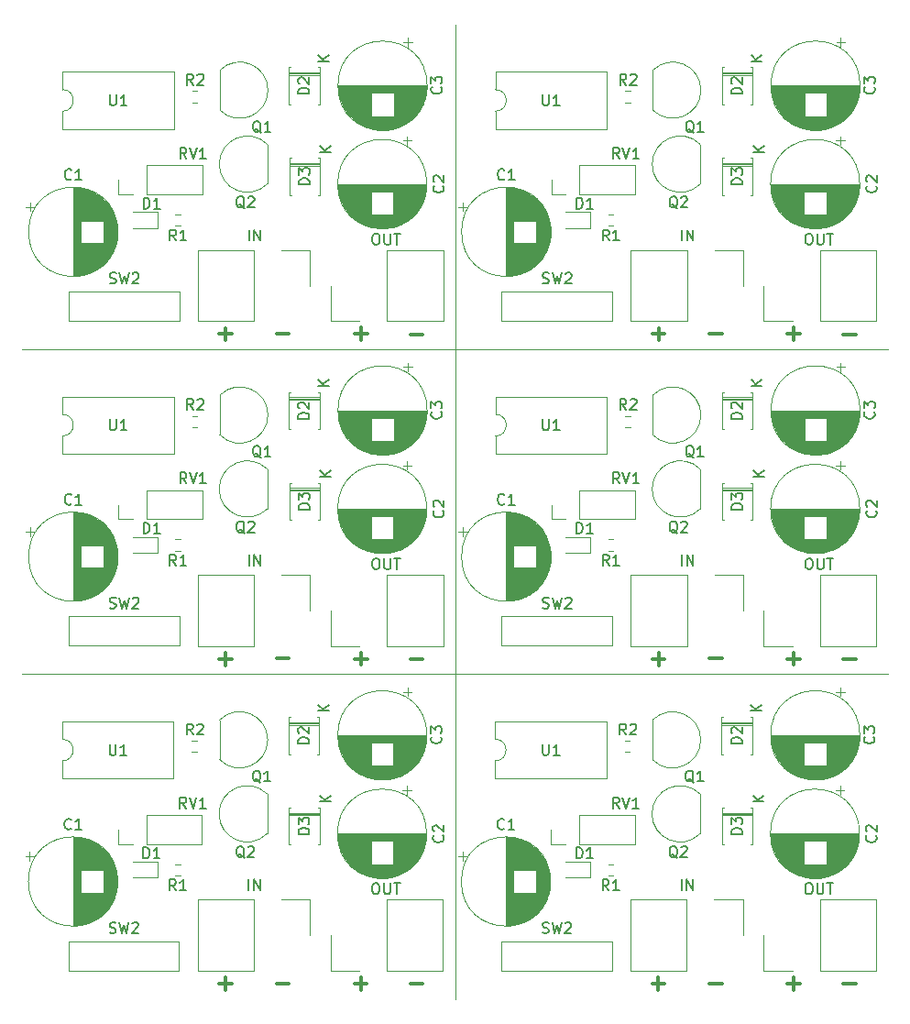
<source format=gto>
%TF.GenerationSoftware,KiCad,Pcbnew,8.0.6*%
%TF.CreationDate,2024-10-21T19:05:51+09:00*%
%TF.ProjectId,pcb_dcdc,7063625f-6463-4646-932e-6b696361645f,rev?*%
%TF.SameCoordinates,Original*%
%TF.FileFunction,Legend,Top*%
%TF.FilePolarity,Positive*%
%FSLAX46Y46*%
G04 Gerber Fmt 4.6, Leading zero omitted, Abs format (unit mm)*
G04 Created by KiCad (PCBNEW 8.0.6) date 2024-10-21 19:05:51*
%MOMM*%
%LPD*%
G01*
G04 APERTURE LIST*
%ADD10C,0.100000*%
%ADD11C,0.300000*%
%ADD12C,0.150000*%
%ADD13C,0.120000*%
G04 APERTURE END LIST*
D10*
X109990000Y-70020000D02*
X190010000Y-70030000D01*
X189990000Y-100010000D02*
X109990000Y-100010000D01*
X150010000Y-40040000D02*
X149990000Y-130020000D01*
D11*
X141845489Y-68589400D02*
X140702632Y-68589400D01*
X141274060Y-69160828D02*
X141274060Y-68017971D01*
X129355489Y-68609400D02*
X128212632Y-68609400D01*
X128784060Y-69180828D02*
X128784060Y-68037971D01*
X134645489Y-68579400D02*
X133502632Y-68579400D01*
X146995489Y-68639400D02*
X145852632Y-68639400D01*
X146975489Y-128639400D02*
X145832632Y-128639400D01*
X134625489Y-128579400D02*
X133482632Y-128579400D01*
X129335489Y-128609400D02*
X128192632Y-128609400D01*
X128764060Y-129180828D02*
X128764060Y-128037971D01*
X141825489Y-128589400D02*
X140682632Y-128589400D01*
X141254060Y-129160828D02*
X141254060Y-128017971D01*
X146995489Y-98639400D02*
X145852632Y-98639400D01*
X134645489Y-98579400D02*
X133502632Y-98579400D01*
X129355489Y-98609400D02*
X128212632Y-98609400D01*
X128784060Y-99180828D02*
X128784060Y-98037971D01*
X141845489Y-98589400D02*
X140702632Y-98589400D01*
X141274060Y-99160828D02*
X141274060Y-98017971D01*
X186995489Y-68639400D02*
X185852632Y-68639400D01*
X174645489Y-68579400D02*
X173502632Y-68579400D01*
X169355489Y-68609400D02*
X168212632Y-68609400D01*
X168784060Y-69180828D02*
X168784060Y-68037971D01*
X181845489Y-68589400D02*
X180702632Y-68589400D01*
X181274060Y-69160828D02*
X181274060Y-68017971D01*
X186975489Y-128639400D02*
X185832632Y-128639400D01*
X174625489Y-128579400D02*
X173482632Y-128579400D01*
X169335489Y-128609400D02*
X168192632Y-128609400D01*
X168764060Y-129180828D02*
X168764060Y-128037971D01*
X181825489Y-128589400D02*
X180682632Y-128589400D01*
X181254060Y-129160828D02*
X181254060Y-128017971D01*
X186995489Y-98639400D02*
X185852632Y-98639400D01*
X174645489Y-98579400D02*
X173502632Y-98579400D01*
X169355489Y-98609400D02*
X168212632Y-98609400D01*
X168784060Y-99180828D02*
X168784060Y-98037971D01*
X181845489Y-98589400D02*
X180702632Y-98589400D01*
X181274060Y-99160828D02*
X181274060Y-98017971D01*
D12*
X130936191Y-59974819D02*
X130936191Y-58974819D01*
X131412381Y-59974819D02*
X131412381Y-58974819D01*
X131412381Y-58974819D02*
X131983809Y-59974819D01*
X131983809Y-59974819D02*
X131983809Y-58974819D01*
X118076667Y-63887200D02*
X118219524Y-63934819D01*
X118219524Y-63934819D02*
X118457619Y-63934819D01*
X118457619Y-63934819D02*
X118552857Y-63887200D01*
X118552857Y-63887200D02*
X118600476Y-63839580D01*
X118600476Y-63839580D02*
X118648095Y-63744342D01*
X118648095Y-63744342D02*
X118648095Y-63649104D01*
X118648095Y-63649104D02*
X118600476Y-63553866D01*
X118600476Y-63553866D02*
X118552857Y-63506247D01*
X118552857Y-63506247D02*
X118457619Y-63458628D01*
X118457619Y-63458628D02*
X118267143Y-63411009D01*
X118267143Y-63411009D02*
X118171905Y-63363390D01*
X118171905Y-63363390D02*
X118124286Y-63315771D01*
X118124286Y-63315771D02*
X118076667Y-63220533D01*
X118076667Y-63220533D02*
X118076667Y-63125295D01*
X118076667Y-63125295D02*
X118124286Y-63030057D01*
X118124286Y-63030057D02*
X118171905Y-62982438D01*
X118171905Y-62982438D02*
X118267143Y-62934819D01*
X118267143Y-62934819D02*
X118505238Y-62934819D01*
X118505238Y-62934819D02*
X118648095Y-62982438D01*
X118981429Y-62934819D02*
X119219524Y-63934819D01*
X119219524Y-63934819D02*
X119410000Y-63220533D01*
X119410000Y-63220533D02*
X119600476Y-63934819D01*
X119600476Y-63934819D02*
X119838572Y-62934819D01*
X120171905Y-63030057D02*
X120219524Y-62982438D01*
X120219524Y-62982438D02*
X120314762Y-62934819D01*
X120314762Y-62934819D02*
X120552857Y-62934819D01*
X120552857Y-62934819D02*
X120648095Y-62982438D01*
X120648095Y-62982438D02*
X120695714Y-63030057D01*
X120695714Y-63030057D02*
X120743333Y-63125295D01*
X120743333Y-63125295D02*
X120743333Y-63220533D01*
X120743333Y-63220533D02*
X120695714Y-63363390D01*
X120695714Y-63363390D02*
X120124286Y-63934819D01*
X120124286Y-63934819D02*
X120743333Y-63934819D01*
X125793333Y-45594819D02*
X125460000Y-45118628D01*
X125221905Y-45594819D02*
X125221905Y-44594819D01*
X125221905Y-44594819D02*
X125602857Y-44594819D01*
X125602857Y-44594819D02*
X125698095Y-44642438D01*
X125698095Y-44642438D02*
X125745714Y-44690057D01*
X125745714Y-44690057D02*
X125793333Y-44785295D01*
X125793333Y-44785295D02*
X125793333Y-44928152D01*
X125793333Y-44928152D02*
X125745714Y-45023390D01*
X125745714Y-45023390D02*
X125698095Y-45071009D01*
X125698095Y-45071009D02*
X125602857Y-45118628D01*
X125602857Y-45118628D02*
X125221905Y-45118628D01*
X126174286Y-44690057D02*
X126221905Y-44642438D01*
X126221905Y-44642438D02*
X126317143Y-44594819D01*
X126317143Y-44594819D02*
X126555238Y-44594819D01*
X126555238Y-44594819D02*
X126650476Y-44642438D01*
X126650476Y-44642438D02*
X126698095Y-44690057D01*
X126698095Y-44690057D02*
X126745714Y-44785295D01*
X126745714Y-44785295D02*
X126745714Y-44880533D01*
X126745714Y-44880533D02*
X126698095Y-45023390D01*
X126698095Y-45023390D02*
X126126667Y-45594819D01*
X126126667Y-45594819D02*
X126745714Y-45594819D01*
X114533333Y-54269580D02*
X114485714Y-54317200D01*
X114485714Y-54317200D02*
X114342857Y-54364819D01*
X114342857Y-54364819D02*
X114247619Y-54364819D01*
X114247619Y-54364819D02*
X114104762Y-54317200D01*
X114104762Y-54317200D02*
X114009524Y-54221961D01*
X114009524Y-54221961D02*
X113961905Y-54126723D01*
X113961905Y-54126723D02*
X113914286Y-53936247D01*
X113914286Y-53936247D02*
X113914286Y-53793390D01*
X113914286Y-53793390D02*
X113961905Y-53602914D01*
X113961905Y-53602914D02*
X114009524Y-53507676D01*
X114009524Y-53507676D02*
X114104762Y-53412438D01*
X114104762Y-53412438D02*
X114247619Y-53364819D01*
X114247619Y-53364819D02*
X114342857Y-53364819D01*
X114342857Y-53364819D02*
X114485714Y-53412438D01*
X114485714Y-53412438D02*
X114533333Y-53460057D01*
X115485714Y-54364819D02*
X114914286Y-54364819D01*
X115200000Y-54364819D02*
X115200000Y-53364819D01*
X115200000Y-53364819D02*
X115104762Y-53507676D01*
X115104762Y-53507676D02*
X115009524Y-53602914D01*
X115009524Y-53602914D02*
X114914286Y-53650533D01*
X124198333Y-59974819D02*
X123865000Y-59498628D01*
X123626905Y-59974819D02*
X123626905Y-58974819D01*
X123626905Y-58974819D02*
X124007857Y-58974819D01*
X124007857Y-58974819D02*
X124103095Y-59022438D01*
X124103095Y-59022438D02*
X124150714Y-59070057D01*
X124150714Y-59070057D02*
X124198333Y-59165295D01*
X124198333Y-59165295D02*
X124198333Y-59308152D01*
X124198333Y-59308152D02*
X124150714Y-59403390D01*
X124150714Y-59403390D02*
X124103095Y-59451009D01*
X124103095Y-59451009D02*
X124007857Y-59498628D01*
X124007857Y-59498628D02*
X123626905Y-59498628D01*
X125150714Y-59974819D02*
X124579286Y-59974819D01*
X124865000Y-59974819D02*
X124865000Y-58974819D01*
X124865000Y-58974819D02*
X124769762Y-59117676D01*
X124769762Y-59117676D02*
X124674524Y-59212914D01*
X124674524Y-59212914D02*
X124579286Y-59260533D01*
X142585000Y-59324819D02*
X142775476Y-59324819D01*
X142775476Y-59324819D02*
X142870714Y-59372438D01*
X142870714Y-59372438D02*
X142965952Y-59467676D01*
X142965952Y-59467676D02*
X143013571Y-59658152D01*
X143013571Y-59658152D02*
X143013571Y-59991485D01*
X143013571Y-59991485D02*
X142965952Y-60181961D01*
X142965952Y-60181961D02*
X142870714Y-60277200D01*
X142870714Y-60277200D02*
X142775476Y-60324819D01*
X142775476Y-60324819D02*
X142585000Y-60324819D01*
X142585000Y-60324819D02*
X142489762Y-60277200D01*
X142489762Y-60277200D02*
X142394524Y-60181961D01*
X142394524Y-60181961D02*
X142346905Y-59991485D01*
X142346905Y-59991485D02*
X142346905Y-59658152D01*
X142346905Y-59658152D02*
X142394524Y-59467676D01*
X142394524Y-59467676D02*
X142489762Y-59372438D01*
X142489762Y-59372438D02*
X142585000Y-59324819D01*
X143442143Y-59324819D02*
X143442143Y-60134342D01*
X143442143Y-60134342D02*
X143489762Y-60229580D01*
X143489762Y-60229580D02*
X143537381Y-60277200D01*
X143537381Y-60277200D02*
X143632619Y-60324819D01*
X143632619Y-60324819D02*
X143823095Y-60324819D01*
X143823095Y-60324819D02*
X143918333Y-60277200D01*
X143918333Y-60277200D02*
X143965952Y-60229580D01*
X143965952Y-60229580D02*
X144013571Y-60134342D01*
X144013571Y-60134342D02*
X144013571Y-59324819D01*
X144346905Y-59324819D02*
X144918333Y-59324819D01*
X144632619Y-60324819D02*
X144632619Y-59324819D01*
X136524819Y-54788094D02*
X135524819Y-54788094D01*
X135524819Y-54788094D02*
X135524819Y-54549999D01*
X135524819Y-54549999D02*
X135572438Y-54407142D01*
X135572438Y-54407142D02*
X135667676Y-54311904D01*
X135667676Y-54311904D02*
X135762914Y-54264285D01*
X135762914Y-54264285D02*
X135953390Y-54216666D01*
X135953390Y-54216666D02*
X136096247Y-54216666D01*
X136096247Y-54216666D02*
X136286723Y-54264285D01*
X136286723Y-54264285D02*
X136381961Y-54311904D01*
X136381961Y-54311904D02*
X136477200Y-54407142D01*
X136477200Y-54407142D02*
X136524819Y-54549999D01*
X136524819Y-54549999D02*
X136524819Y-54788094D01*
X135524819Y-53883332D02*
X135524819Y-53264285D01*
X135524819Y-53264285D02*
X135905771Y-53597618D01*
X135905771Y-53597618D02*
X135905771Y-53454761D01*
X135905771Y-53454761D02*
X135953390Y-53359523D01*
X135953390Y-53359523D02*
X136001009Y-53311904D01*
X136001009Y-53311904D02*
X136096247Y-53264285D01*
X136096247Y-53264285D02*
X136334342Y-53264285D01*
X136334342Y-53264285D02*
X136429580Y-53311904D01*
X136429580Y-53311904D02*
X136477200Y-53359523D01*
X136477200Y-53359523D02*
X136524819Y-53454761D01*
X136524819Y-53454761D02*
X136524819Y-53740475D01*
X136524819Y-53740475D02*
X136477200Y-53835713D01*
X136477200Y-53835713D02*
X136429580Y-53883332D01*
X138524819Y-51771904D02*
X137524819Y-51771904D01*
X138524819Y-51200476D02*
X137953390Y-51629047D01*
X137524819Y-51200476D02*
X138096247Y-51771904D01*
X130534761Y-57000057D02*
X130439523Y-56952438D01*
X130439523Y-56952438D02*
X130344285Y-56857200D01*
X130344285Y-56857200D02*
X130201428Y-56714342D01*
X130201428Y-56714342D02*
X130106190Y-56666723D01*
X130106190Y-56666723D02*
X130010952Y-56666723D01*
X130058571Y-56904819D02*
X129963333Y-56857200D01*
X129963333Y-56857200D02*
X129868095Y-56761961D01*
X129868095Y-56761961D02*
X129820476Y-56571485D01*
X129820476Y-56571485D02*
X129820476Y-56238152D01*
X129820476Y-56238152D02*
X129868095Y-56047676D01*
X129868095Y-56047676D02*
X129963333Y-55952438D01*
X129963333Y-55952438D02*
X130058571Y-55904819D01*
X130058571Y-55904819D02*
X130249047Y-55904819D01*
X130249047Y-55904819D02*
X130344285Y-55952438D01*
X130344285Y-55952438D02*
X130439523Y-56047676D01*
X130439523Y-56047676D02*
X130487142Y-56238152D01*
X130487142Y-56238152D02*
X130487142Y-56571485D01*
X130487142Y-56571485D02*
X130439523Y-56761961D01*
X130439523Y-56761961D02*
X130344285Y-56857200D01*
X130344285Y-56857200D02*
X130249047Y-56904819D01*
X130249047Y-56904819D02*
X130058571Y-56904819D01*
X130868095Y-56000057D02*
X130915714Y-55952438D01*
X130915714Y-55952438D02*
X131010952Y-55904819D01*
X131010952Y-55904819D02*
X131249047Y-55904819D01*
X131249047Y-55904819D02*
X131344285Y-55952438D01*
X131344285Y-55952438D02*
X131391904Y-56000057D01*
X131391904Y-56000057D02*
X131439523Y-56095295D01*
X131439523Y-56095295D02*
X131439523Y-56190533D01*
X131439523Y-56190533D02*
X131391904Y-56333390D01*
X131391904Y-56333390D02*
X130820476Y-56904819D01*
X130820476Y-56904819D02*
X131439523Y-56904819D01*
X136494819Y-46418094D02*
X135494819Y-46418094D01*
X135494819Y-46418094D02*
X135494819Y-46179999D01*
X135494819Y-46179999D02*
X135542438Y-46037142D01*
X135542438Y-46037142D02*
X135637676Y-45941904D01*
X135637676Y-45941904D02*
X135732914Y-45894285D01*
X135732914Y-45894285D02*
X135923390Y-45846666D01*
X135923390Y-45846666D02*
X136066247Y-45846666D01*
X136066247Y-45846666D02*
X136256723Y-45894285D01*
X136256723Y-45894285D02*
X136351961Y-45941904D01*
X136351961Y-45941904D02*
X136447200Y-46037142D01*
X136447200Y-46037142D02*
X136494819Y-46179999D01*
X136494819Y-46179999D02*
X136494819Y-46418094D01*
X135590057Y-45465713D02*
X135542438Y-45418094D01*
X135542438Y-45418094D02*
X135494819Y-45322856D01*
X135494819Y-45322856D02*
X135494819Y-45084761D01*
X135494819Y-45084761D02*
X135542438Y-44989523D01*
X135542438Y-44989523D02*
X135590057Y-44941904D01*
X135590057Y-44941904D02*
X135685295Y-44894285D01*
X135685295Y-44894285D02*
X135780533Y-44894285D01*
X135780533Y-44894285D02*
X135923390Y-44941904D01*
X135923390Y-44941904D02*
X136494819Y-45513332D01*
X136494819Y-45513332D02*
X136494819Y-44894285D01*
X138334819Y-43401904D02*
X137334819Y-43401904D01*
X138334819Y-42830476D02*
X137763390Y-43259047D01*
X137334819Y-42830476D02*
X137906247Y-43401904D01*
X118078095Y-46484819D02*
X118078095Y-47294342D01*
X118078095Y-47294342D02*
X118125714Y-47389580D01*
X118125714Y-47389580D02*
X118173333Y-47437200D01*
X118173333Y-47437200D02*
X118268571Y-47484819D01*
X118268571Y-47484819D02*
X118459047Y-47484819D01*
X118459047Y-47484819D02*
X118554285Y-47437200D01*
X118554285Y-47437200D02*
X118601904Y-47389580D01*
X118601904Y-47389580D02*
X118649523Y-47294342D01*
X118649523Y-47294342D02*
X118649523Y-46484819D01*
X119649523Y-47484819D02*
X119078095Y-47484819D01*
X119363809Y-47484819D02*
X119363809Y-46484819D01*
X119363809Y-46484819D02*
X119268571Y-46627676D01*
X119268571Y-46627676D02*
X119173333Y-46722914D01*
X119173333Y-46722914D02*
X119078095Y-46770533D01*
X130916191Y-119974819D02*
X130916191Y-118974819D01*
X131392381Y-119974819D02*
X131392381Y-118974819D01*
X131392381Y-118974819D02*
X131963809Y-119974819D01*
X131963809Y-119974819D02*
X131963809Y-118974819D01*
X125144761Y-112394819D02*
X124811428Y-111918628D01*
X124573333Y-112394819D02*
X124573333Y-111394819D01*
X124573333Y-111394819D02*
X124954285Y-111394819D01*
X124954285Y-111394819D02*
X125049523Y-111442438D01*
X125049523Y-111442438D02*
X125097142Y-111490057D01*
X125097142Y-111490057D02*
X125144761Y-111585295D01*
X125144761Y-111585295D02*
X125144761Y-111728152D01*
X125144761Y-111728152D02*
X125097142Y-111823390D01*
X125097142Y-111823390D02*
X125049523Y-111871009D01*
X125049523Y-111871009D02*
X124954285Y-111918628D01*
X124954285Y-111918628D02*
X124573333Y-111918628D01*
X125430476Y-111394819D02*
X125763809Y-112394819D01*
X125763809Y-112394819D02*
X126097142Y-111394819D01*
X126954285Y-112394819D02*
X126382857Y-112394819D01*
X126668571Y-112394819D02*
X126668571Y-111394819D01*
X126668571Y-111394819D02*
X126573333Y-111537676D01*
X126573333Y-111537676D02*
X126478095Y-111632914D01*
X126478095Y-111632914D02*
X126382857Y-111680533D01*
X132014761Y-110020057D02*
X131919523Y-109972438D01*
X131919523Y-109972438D02*
X131824285Y-109877200D01*
X131824285Y-109877200D02*
X131681428Y-109734342D01*
X131681428Y-109734342D02*
X131586190Y-109686723D01*
X131586190Y-109686723D02*
X131490952Y-109686723D01*
X131538571Y-109924819D02*
X131443333Y-109877200D01*
X131443333Y-109877200D02*
X131348095Y-109781961D01*
X131348095Y-109781961D02*
X131300476Y-109591485D01*
X131300476Y-109591485D02*
X131300476Y-109258152D01*
X131300476Y-109258152D02*
X131348095Y-109067676D01*
X131348095Y-109067676D02*
X131443333Y-108972438D01*
X131443333Y-108972438D02*
X131538571Y-108924819D01*
X131538571Y-108924819D02*
X131729047Y-108924819D01*
X131729047Y-108924819D02*
X131824285Y-108972438D01*
X131824285Y-108972438D02*
X131919523Y-109067676D01*
X131919523Y-109067676D02*
X131967142Y-109258152D01*
X131967142Y-109258152D02*
X131967142Y-109591485D01*
X131967142Y-109591485D02*
X131919523Y-109781961D01*
X131919523Y-109781961D02*
X131824285Y-109877200D01*
X131824285Y-109877200D02*
X131729047Y-109924819D01*
X131729047Y-109924819D02*
X131538571Y-109924819D01*
X132919523Y-109924819D02*
X132348095Y-109924819D01*
X132633809Y-109924819D02*
X132633809Y-108924819D01*
X132633809Y-108924819D02*
X132538571Y-109067676D01*
X132538571Y-109067676D02*
X132443333Y-109162914D01*
X132443333Y-109162914D02*
X132348095Y-109210533D01*
X148859580Y-54914015D02*
X148907200Y-54961634D01*
X148907200Y-54961634D02*
X148954819Y-55104491D01*
X148954819Y-55104491D02*
X148954819Y-55199729D01*
X148954819Y-55199729D02*
X148907200Y-55342586D01*
X148907200Y-55342586D02*
X148811961Y-55437824D01*
X148811961Y-55437824D02*
X148716723Y-55485443D01*
X148716723Y-55485443D02*
X148526247Y-55533062D01*
X148526247Y-55533062D02*
X148383390Y-55533062D01*
X148383390Y-55533062D02*
X148192914Y-55485443D01*
X148192914Y-55485443D02*
X148097676Y-55437824D01*
X148097676Y-55437824D02*
X148002438Y-55342586D01*
X148002438Y-55342586D02*
X147954819Y-55199729D01*
X147954819Y-55199729D02*
X147954819Y-55104491D01*
X147954819Y-55104491D02*
X148002438Y-54961634D01*
X148002438Y-54961634D02*
X148050057Y-54914015D01*
X148050057Y-54533062D02*
X148002438Y-54485443D01*
X148002438Y-54485443D02*
X147954819Y-54390205D01*
X147954819Y-54390205D02*
X147954819Y-54152110D01*
X147954819Y-54152110D02*
X148002438Y-54056872D01*
X148002438Y-54056872D02*
X148050057Y-54009253D01*
X148050057Y-54009253D02*
X148145295Y-53961634D01*
X148145295Y-53961634D02*
X148240533Y-53961634D01*
X148240533Y-53961634D02*
X148383390Y-54009253D01*
X148383390Y-54009253D02*
X148954819Y-54580681D01*
X148954819Y-54580681D02*
X148954819Y-53961634D01*
X142565000Y-119324819D02*
X142755476Y-119324819D01*
X142755476Y-119324819D02*
X142850714Y-119372438D01*
X142850714Y-119372438D02*
X142945952Y-119467676D01*
X142945952Y-119467676D02*
X142993571Y-119658152D01*
X142993571Y-119658152D02*
X142993571Y-119991485D01*
X142993571Y-119991485D02*
X142945952Y-120181961D01*
X142945952Y-120181961D02*
X142850714Y-120277200D01*
X142850714Y-120277200D02*
X142755476Y-120324819D01*
X142755476Y-120324819D02*
X142565000Y-120324819D01*
X142565000Y-120324819D02*
X142469762Y-120277200D01*
X142469762Y-120277200D02*
X142374524Y-120181961D01*
X142374524Y-120181961D02*
X142326905Y-119991485D01*
X142326905Y-119991485D02*
X142326905Y-119658152D01*
X142326905Y-119658152D02*
X142374524Y-119467676D01*
X142374524Y-119467676D02*
X142469762Y-119372438D01*
X142469762Y-119372438D02*
X142565000Y-119324819D01*
X143422143Y-119324819D02*
X143422143Y-120134342D01*
X143422143Y-120134342D02*
X143469762Y-120229580D01*
X143469762Y-120229580D02*
X143517381Y-120277200D01*
X143517381Y-120277200D02*
X143612619Y-120324819D01*
X143612619Y-120324819D02*
X143803095Y-120324819D01*
X143803095Y-120324819D02*
X143898333Y-120277200D01*
X143898333Y-120277200D02*
X143945952Y-120229580D01*
X143945952Y-120229580D02*
X143993571Y-120134342D01*
X143993571Y-120134342D02*
X143993571Y-119324819D01*
X144326905Y-119324819D02*
X144898333Y-119324819D01*
X144612619Y-120324819D02*
X144612619Y-119324819D01*
X125773333Y-105594819D02*
X125440000Y-105118628D01*
X125201905Y-105594819D02*
X125201905Y-104594819D01*
X125201905Y-104594819D02*
X125582857Y-104594819D01*
X125582857Y-104594819D02*
X125678095Y-104642438D01*
X125678095Y-104642438D02*
X125725714Y-104690057D01*
X125725714Y-104690057D02*
X125773333Y-104785295D01*
X125773333Y-104785295D02*
X125773333Y-104928152D01*
X125773333Y-104928152D02*
X125725714Y-105023390D01*
X125725714Y-105023390D02*
X125678095Y-105071009D01*
X125678095Y-105071009D02*
X125582857Y-105118628D01*
X125582857Y-105118628D02*
X125201905Y-105118628D01*
X126154286Y-104690057D02*
X126201905Y-104642438D01*
X126201905Y-104642438D02*
X126297143Y-104594819D01*
X126297143Y-104594819D02*
X126535238Y-104594819D01*
X126535238Y-104594819D02*
X126630476Y-104642438D01*
X126630476Y-104642438D02*
X126678095Y-104690057D01*
X126678095Y-104690057D02*
X126725714Y-104785295D01*
X126725714Y-104785295D02*
X126725714Y-104880533D01*
X126725714Y-104880533D02*
X126678095Y-105023390D01*
X126678095Y-105023390D02*
X126106667Y-105594819D01*
X126106667Y-105594819D02*
X126725714Y-105594819D01*
X125164761Y-52394819D02*
X124831428Y-51918628D01*
X124593333Y-52394819D02*
X124593333Y-51394819D01*
X124593333Y-51394819D02*
X124974285Y-51394819D01*
X124974285Y-51394819D02*
X125069523Y-51442438D01*
X125069523Y-51442438D02*
X125117142Y-51490057D01*
X125117142Y-51490057D02*
X125164761Y-51585295D01*
X125164761Y-51585295D02*
X125164761Y-51728152D01*
X125164761Y-51728152D02*
X125117142Y-51823390D01*
X125117142Y-51823390D02*
X125069523Y-51871009D01*
X125069523Y-51871009D02*
X124974285Y-51918628D01*
X124974285Y-51918628D02*
X124593333Y-51918628D01*
X125450476Y-51394819D02*
X125783809Y-52394819D01*
X125783809Y-52394819D02*
X126117142Y-51394819D01*
X126974285Y-52394819D02*
X126402857Y-52394819D01*
X126688571Y-52394819D02*
X126688571Y-51394819D01*
X126688571Y-51394819D02*
X126593333Y-51537676D01*
X126593333Y-51537676D02*
X126498095Y-51632914D01*
X126498095Y-51632914D02*
X126402857Y-51680533D01*
X132034761Y-50020057D02*
X131939523Y-49972438D01*
X131939523Y-49972438D02*
X131844285Y-49877200D01*
X131844285Y-49877200D02*
X131701428Y-49734342D01*
X131701428Y-49734342D02*
X131606190Y-49686723D01*
X131606190Y-49686723D02*
X131510952Y-49686723D01*
X131558571Y-49924819D02*
X131463333Y-49877200D01*
X131463333Y-49877200D02*
X131368095Y-49781961D01*
X131368095Y-49781961D02*
X131320476Y-49591485D01*
X131320476Y-49591485D02*
X131320476Y-49258152D01*
X131320476Y-49258152D02*
X131368095Y-49067676D01*
X131368095Y-49067676D02*
X131463333Y-48972438D01*
X131463333Y-48972438D02*
X131558571Y-48924819D01*
X131558571Y-48924819D02*
X131749047Y-48924819D01*
X131749047Y-48924819D02*
X131844285Y-48972438D01*
X131844285Y-48972438D02*
X131939523Y-49067676D01*
X131939523Y-49067676D02*
X131987142Y-49258152D01*
X131987142Y-49258152D02*
X131987142Y-49591485D01*
X131987142Y-49591485D02*
X131939523Y-49781961D01*
X131939523Y-49781961D02*
X131844285Y-49877200D01*
X131844285Y-49877200D02*
X131749047Y-49924819D01*
X131749047Y-49924819D02*
X131558571Y-49924819D01*
X132939523Y-49924819D02*
X132368095Y-49924819D01*
X132653809Y-49924819D02*
X132653809Y-48924819D01*
X132653809Y-48924819D02*
X132558571Y-49067676D01*
X132558571Y-49067676D02*
X132463333Y-49162914D01*
X132463333Y-49162914D02*
X132368095Y-49210533D01*
X148669580Y-45786666D02*
X148717200Y-45834285D01*
X148717200Y-45834285D02*
X148764819Y-45977142D01*
X148764819Y-45977142D02*
X148764819Y-46072380D01*
X148764819Y-46072380D02*
X148717200Y-46215237D01*
X148717200Y-46215237D02*
X148621961Y-46310475D01*
X148621961Y-46310475D02*
X148526723Y-46358094D01*
X148526723Y-46358094D02*
X148336247Y-46405713D01*
X148336247Y-46405713D02*
X148193390Y-46405713D01*
X148193390Y-46405713D02*
X148002914Y-46358094D01*
X148002914Y-46358094D02*
X147907676Y-46310475D01*
X147907676Y-46310475D02*
X147812438Y-46215237D01*
X147812438Y-46215237D02*
X147764819Y-46072380D01*
X147764819Y-46072380D02*
X147764819Y-45977142D01*
X147764819Y-45977142D02*
X147812438Y-45834285D01*
X147812438Y-45834285D02*
X147860057Y-45786666D01*
X147764819Y-45453332D02*
X147764819Y-44834285D01*
X147764819Y-44834285D02*
X148145771Y-45167618D01*
X148145771Y-45167618D02*
X148145771Y-45024761D01*
X148145771Y-45024761D02*
X148193390Y-44929523D01*
X148193390Y-44929523D02*
X148241009Y-44881904D01*
X148241009Y-44881904D02*
X148336247Y-44834285D01*
X148336247Y-44834285D02*
X148574342Y-44834285D01*
X148574342Y-44834285D02*
X148669580Y-44881904D01*
X148669580Y-44881904D02*
X148717200Y-44929523D01*
X148717200Y-44929523D02*
X148764819Y-45024761D01*
X148764819Y-45024761D02*
X148764819Y-45310475D01*
X148764819Y-45310475D02*
X148717200Y-45405713D01*
X148717200Y-45405713D02*
X148669580Y-45453332D01*
X121201905Y-57014819D02*
X121201905Y-56014819D01*
X121201905Y-56014819D02*
X121440000Y-56014819D01*
X121440000Y-56014819D02*
X121582857Y-56062438D01*
X121582857Y-56062438D02*
X121678095Y-56157676D01*
X121678095Y-56157676D02*
X121725714Y-56252914D01*
X121725714Y-56252914D02*
X121773333Y-56443390D01*
X121773333Y-56443390D02*
X121773333Y-56586247D01*
X121773333Y-56586247D02*
X121725714Y-56776723D01*
X121725714Y-56776723D02*
X121678095Y-56871961D01*
X121678095Y-56871961D02*
X121582857Y-56967200D01*
X121582857Y-56967200D02*
X121440000Y-57014819D01*
X121440000Y-57014819D02*
X121201905Y-57014819D01*
X122725714Y-57014819D02*
X122154286Y-57014819D01*
X122440000Y-57014819D02*
X122440000Y-56014819D01*
X122440000Y-56014819D02*
X122344762Y-56157676D01*
X122344762Y-56157676D02*
X122249524Y-56252914D01*
X122249524Y-56252914D02*
X122154286Y-56300533D01*
X148839580Y-114914015D02*
X148887200Y-114961634D01*
X148887200Y-114961634D02*
X148934819Y-115104491D01*
X148934819Y-115104491D02*
X148934819Y-115199729D01*
X148934819Y-115199729D02*
X148887200Y-115342586D01*
X148887200Y-115342586D02*
X148791961Y-115437824D01*
X148791961Y-115437824D02*
X148696723Y-115485443D01*
X148696723Y-115485443D02*
X148506247Y-115533062D01*
X148506247Y-115533062D02*
X148363390Y-115533062D01*
X148363390Y-115533062D02*
X148172914Y-115485443D01*
X148172914Y-115485443D02*
X148077676Y-115437824D01*
X148077676Y-115437824D02*
X147982438Y-115342586D01*
X147982438Y-115342586D02*
X147934819Y-115199729D01*
X147934819Y-115199729D02*
X147934819Y-115104491D01*
X147934819Y-115104491D02*
X147982438Y-114961634D01*
X147982438Y-114961634D02*
X148030057Y-114914015D01*
X148030057Y-114533062D02*
X147982438Y-114485443D01*
X147982438Y-114485443D02*
X147934819Y-114390205D01*
X147934819Y-114390205D02*
X147934819Y-114152110D01*
X147934819Y-114152110D02*
X147982438Y-114056872D01*
X147982438Y-114056872D02*
X148030057Y-114009253D01*
X148030057Y-114009253D02*
X148125295Y-113961634D01*
X148125295Y-113961634D02*
X148220533Y-113961634D01*
X148220533Y-113961634D02*
X148363390Y-114009253D01*
X148363390Y-114009253D02*
X148934819Y-114580681D01*
X148934819Y-114580681D02*
X148934819Y-113961634D01*
X148649580Y-105786666D02*
X148697200Y-105834285D01*
X148697200Y-105834285D02*
X148744819Y-105977142D01*
X148744819Y-105977142D02*
X148744819Y-106072380D01*
X148744819Y-106072380D02*
X148697200Y-106215237D01*
X148697200Y-106215237D02*
X148601961Y-106310475D01*
X148601961Y-106310475D02*
X148506723Y-106358094D01*
X148506723Y-106358094D02*
X148316247Y-106405713D01*
X148316247Y-106405713D02*
X148173390Y-106405713D01*
X148173390Y-106405713D02*
X147982914Y-106358094D01*
X147982914Y-106358094D02*
X147887676Y-106310475D01*
X147887676Y-106310475D02*
X147792438Y-106215237D01*
X147792438Y-106215237D02*
X147744819Y-106072380D01*
X147744819Y-106072380D02*
X147744819Y-105977142D01*
X147744819Y-105977142D02*
X147792438Y-105834285D01*
X147792438Y-105834285D02*
X147840057Y-105786666D01*
X147744819Y-105453332D02*
X147744819Y-104834285D01*
X147744819Y-104834285D02*
X148125771Y-105167618D01*
X148125771Y-105167618D02*
X148125771Y-105024761D01*
X148125771Y-105024761D02*
X148173390Y-104929523D01*
X148173390Y-104929523D02*
X148221009Y-104881904D01*
X148221009Y-104881904D02*
X148316247Y-104834285D01*
X148316247Y-104834285D02*
X148554342Y-104834285D01*
X148554342Y-104834285D02*
X148649580Y-104881904D01*
X148649580Y-104881904D02*
X148697200Y-104929523D01*
X148697200Y-104929523D02*
X148744819Y-105024761D01*
X148744819Y-105024761D02*
X148744819Y-105310475D01*
X148744819Y-105310475D02*
X148697200Y-105405713D01*
X148697200Y-105405713D02*
X148649580Y-105453332D01*
X121181905Y-117014819D02*
X121181905Y-116014819D01*
X121181905Y-116014819D02*
X121420000Y-116014819D01*
X121420000Y-116014819D02*
X121562857Y-116062438D01*
X121562857Y-116062438D02*
X121658095Y-116157676D01*
X121658095Y-116157676D02*
X121705714Y-116252914D01*
X121705714Y-116252914D02*
X121753333Y-116443390D01*
X121753333Y-116443390D02*
X121753333Y-116586247D01*
X121753333Y-116586247D02*
X121705714Y-116776723D01*
X121705714Y-116776723D02*
X121658095Y-116871961D01*
X121658095Y-116871961D02*
X121562857Y-116967200D01*
X121562857Y-116967200D02*
X121420000Y-117014819D01*
X121420000Y-117014819D02*
X121181905Y-117014819D01*
X122705714Y-117014819D02*
X122134286Y-117014819D01*
X122420000Y-117014819D02*
X122420000Y-116014819D01*
X122420000Y-116014819D02*
X122324762Y-116157676D01*
X122324762Y-116157676D02*
X122229524Y-116252914D01*
X122229524Y-116252914D02*
X122134286Y-116300533D01*
X136504819Y-114788094D02*
X135504819Y-114788094D01*
X135504819Y-114788094D02*
X135504819Y-114549999D01*
X135504819Y-114549999D02*
X135552438Y-114407142D01*
X135552438Y-114407142D02*
X135647676Y-114311904D01*
X135647676Y-114311904D02*
X135742914Y-114264285D01*
X135742914Y-114264285D02*
X135933390Y-114216666D01*
X135933390Y-114216666D02*
X136076247Y-114216666D01*
X136076247Y-114216666D02*
X136266723Y-114264285D01*
X136266723Y-114264285D02*
X136361961Y-114311904D01*
X136361961Y-114311904D02*
X136457200Y-114407142D01*
X136457200Y-114407142D02*
X136504819Y-114549999D01*
X136504819Y-114549999D02*
X136504819Y-114788094D01*
X135504819Y-113883332D02*
X135504819Y-113264285D01*
X135504819Y-113264285D02*
X135885771Y-113597618D01*
X135885771Y-113597618D02*
X135885771Y-113454761D01*
X135885771Y-113454761D02*
X135933390Y-113359523D01*
X135933390Y-113359523D02*
X135981009Y-113311904D01*
X135981009Y-113311904D02*
X136076247Y-113264285D01*
X136076247Y-113264285D02*
X136314342Y-113264285D01*
X136314342Y-113264285D02*
X136409580Y-113311904D01*
X136409580Y-113311904D02*
X136457200Y-113359523D01*
X136457200Y-113359523D02*
X136504819Y-113454761D01*
X136504819Y-113454761D02*
X136504819Y-113740475D01*
X136504819Y-113740475D02*
X136457200Y-113835713D01*
X136457200Y-113835713D02*
X136409580Y-113883332D01*
X138504819Y-111771904D02*
X137504819Y-111771904D01*
X138504819Y-111200476D02*
X137933390Y-111629047D01*
X137504819Y-111200476D02*
X138076247Y-111771904D01*
X130514761Y-117000057D02*
X130419523Y-116952438D01*
X130419523Y-116952438D02*
X130324285Y-116857200D01*
X130324285Y-116857200D02*
X130181428Y-116714342D01*
X130181428Y-116714342D02*
X130086190Y-116666723D01*
X130086190Y-116666723D02*
X129990952Y-116666723D01*
X130038571Y-116904819D02*
X129943333Y-116857200D01*
X129943333Y-116857200D02*
X129848095Y-116761961D01*
X129848095Y-116761961D02*
X129800476Y-116571485D01*
X129800476Y-116571485D02*
X129800476Y-116238152D01*
X129800476Y-116238152D02*
X129848095Y-116047676D01*
X129848095Y-116047676D02*
X129943333Y-115952438D01*
X129943333Y-115952438D02*
X130038571Y-115904819D01*
X130038571Y-115904819D02*
X130229047Y-115904819D01*
X130229047Y-115904819D02*
X130324285Y-115952438D01*
X130324285Y-115952438D02*
X130419523Y-116047676D01*
X130419523Y-116047676D02*
X130467142Y-116238152D01*
X130467142Y-116238152D02*
X130467142Y-116571485D01*
X130467142Y-116571485D02*
X130419523Y-116761961D01*
X130419523Y-116761961D02*
X130324285Y-116857200D01*
X130324285Y-116857200D02*
X130229047Y-116904819D01*
X130229047Y-116904819D02*
X130038571Y-116904819D01*
X130848095Y-116000057D02*
X130895714Y-115952438D01*
X130895714Y-115952438D02*
X130990952Y-115904819D01*
X130990952Y-115904819D02*
X131229047Y-115904819D01*
X131229047Y-115904819D02*
X131324285Y-115952438D01*
X131324285Y-115952438D02*
X131371904Y-116000057D01*
X131371904Y-116000057D02*
X131419523Y-116095295D01*
X131419523Y-116095295D02*
X131419523Y-116190533D01*
X131419523Y-116190533D02*
X131371904Y-116333390D01*
X131371904Y-116333390D02*
X130800476Y-116904819D01*
X130800476Y-116904819D02*
X131419523Y-116904819D01*
X136474819Y-106418094D02*
X135474819Y-106418094D01*
X135474819Y-106418094D02*
X135474819Y-106179999D01*
X135474819Y-106179999D02*
X135522438Y-106037142D01*
X135522438Y-106037142D02*
X135617676Y-105941904D01*
X135617676Y-105941904D02*
X135712914Y-105894285D01*
X135712914Y-105894285D02*
X135903390Y-105846666D01*
X135903390Y-105846666D02*
X136046247Y-105846666D01*
X136046247Y-105846666D02*
X136236723Y-105894285D01*
X136236723Y-105894285D02*
X136331961Y-105941904D01*
X136331961Y-105941904D02*
X136427200Y-106037142D01*
X136427200Y-106037142D02*
X136474819Y-106179999D01*
X136474819Y-106179999D02*
X136474819Y-106418094D01*
X135570057Y-105465713D02*
X135522438Y-105418094D01*
X135522438Y-105418094D02*
X135474819Y-105322856D01*
X135474819Y-105322856D02*
X135474819Y-105084761D01*
X135474819Y-105084761D02*
X135522438Y-104989523D01*
X135522438Y-104989523D02*
X135570057Y-104941904D01*
X135570057Y-104941904D02*
X135665295Y-104894285D01*
X135665295Y-104894285D02*
X135760533Y-104894285D01*
X135760533Y-104894285D02*
X135903390Y-104941904D01*
X135903390Y-104941904D02*
X136474819Y-105513332D01*
X136474819Y-105513332D02*
X136474819Y-104894285D01*
X138314819Y-103401904D02*
X137314819Y-103401904D01*
X138314819Y-102830476D02*
X137743390Y-103259047D01*
X137314819Y-102830476D02*
X137886247Y-103401904D01*
X118058095Y-106484819D02*
X118058095Y-107294342D01*
X118058095Y-107294342D02*
X118105714Y-107389580D01*
X118105714Y-107389580D02*
X118153333Y-107437200D01*
X118153333Y-107437200D02*
X118248571Y-107484819D01*
X118248571Y-107484819D02*
X118439047Y-107484819D01*
X118439047Y-107484819D02*
X118534285Y-107437200D01*
X118534285Y-107437200D02*
X118581904Y-107389580D01*
X118581904Y-107389580D02*
X118629523Y-107294342D01*
X118629523Y-107294342D02*
X118629523Y-106484819D01*
X119629523Y-107484819D02*
X119058095Y-107484819D01*
X119343809Y-107484819D02*
X119343809Y-106484819D01*
X119343809Y-106484819D02*
X119248571Y-106627676D01*
X119248571Y-106627676D02*
X119153333Y-106722914D01*
X119153333Y-106722914D02*
X119058095Y-106770533D01*
X130936191Y-89974819D02*
X130936191Y-88974819D01*
X131412381Y-89974819D02*
X131412381Y-88974819D01*
X131412381Y-88974819D02*
X131983809Y-89974819D01*
X131983809Y-89974819D02*
X131983809Y-88974819D01*
X125164761Y-82394819D02*
X124831428Y-81918628D01*
X124593333Y-82394819D02*
X124593333Y-81394819D01*
X124593333Y-81394819D02*
X124974285Y-81394819D01*
X124974285Y-81394819D02*
X125069523Y-81442438D01*
X125069523Y-81442438D02*
X125117142Y-81490057D01*
X125117142Y-81490057D02*
X125164761Y-81585295D01*
X125164761Y-81585295D02*
X125164761Y-81728152D01*
X125164761Y-81728152D02*
X125117142Y-81823390D01*
X125117142Y-81823390D02*
X125069523Y-81871009D01*
X125069523Y-81871009D02*
X124974285Y-81918628D01*
X124974285Y-81918628D02*
X124593333Y-81918628D01*
X125450476Y-81394819D02*
X125783809Y-82394819D01*
X125783809Y-82394819D02*
X126117142Y-81394819D01*
X126974285Y-82394819D02*
X126402857Y-82394819D01*
X126688571Y-82394819D02*
X126688571Y-81394819D01*
X126688571Y-81394819D02*
X126593333Y-81537676D01*
X126593333Y-81537676D02*
X126498095Y-81632914D01*
X126498095Y-81632914D02*
X126402857Y-81680533D01*
X132034761Y-80020057D02*
X131939523Y-79972438D01*
X131939523Y-79972438D02*
X131844285Y-79877200D01*
X131844285Y-79877200D02*
X131701428Y-79734342D01*
X131701428Y-79734342D02*
X131606190Y-79686723D01*
X131606190Y-79686723D02*
X131510952Y-79686723D01*
X131558571Y-79924819D02*
X131463333Y-79877200D01*
X131463333Y-79877200D02*
X131368095Y-79781961D01*
X131368095Y-79781961D02*
X131320476Y-79591485D01*
X131320476Y-79591485D02*
X131320476Y-79258152D01*
X131320476Y-79258152D02*
X131368095Y-79067676D01*
X131368095Y-79067676D02*
X131463333Y-78972438D01*
X131463333Y-78972438D02*
X131558571Y-78924819D01*
X131558571Y-78924819D02*
X131749047Y-78924819D01*
X131749047Y-78924819D02*
X131844285Y-78972438D01*
X131844285Y-78972438D02*
X131939523Y-79067676D01*
X131939523Y-79067676D02*
X131987142Y-79258152D01*
X131987142Y-79258152D02*
X131987142Y-79591485D01*
X131987142Y-79591485D02*
X131939523Y-79781961D01*
X131939523Y-79781961D02*
X131844285Y-79877200D01*
X131844285Y-79877200D02*
X131749047Y-79924819D01*
X131749047Y-79924819D02*
X131558571Y-79924819D01*
X132939523Y-79924819D02*
X132368095Y-79924819D01*
X132653809Y-79924819D02*
X132653809Y-78924819D01*
X132653809Y-78924819D02*
X132558571Y-79067676D01*
X132558571Y-79067676D02*
X132463333Y-79162914D01*
X132463333Y-79162914D02*
X132368095Y-79210533D01*
X148669580Y-75786666D02*
X148717200Y-75834285D01*
X148717200Y-75834285D02*
X148764819Y-75977142D01*
X148764819Y-75977142D02*
X148764819Y-76072380D01*
X148764819Y-76072380D02*
X148717200Y-76215237D01*
X148717200Y-76215237D02*
X148621961Y-76310475D01*
X148621961Y-76310475D02*
X148526723Y-76358094D01*
X148526723Y-76358094D02*
X148336247Y-76405713D01*
X148336247Y-76405713D02*
X148193390Y-76405713D01*
X148193390Y-76405713D02*
X148002914Y-76358094D01*
X148002914Y-76358094D02*
X147907676Y-76310475D01*
X147907676Y-76310475D02*
X147812438Y-76215237D01*
X147812438Y-76215237D02*
X147764819Y-76072380D01*
X147764819Y-76072380D02*
X147764819Y-75977142D01*
X147764819Y-75977142D02*
X147812438Y-75834285D01*
X147812438Y-75834285D02*
X147860057Y-75786666D01*
X147764819Y-75453332D02*
X147764819Y-74834285D01*
X147764819Y-74834285D02*
X148145771Y-75167618D01*
X148145771Y-75167618D02*
X148145771Y-75024761D01*
X148145771Y-75024761D02*
X148193390Y-74929523D01*
X148193390Y-74929523D02*
X148241009Y-74881904D01*
X148241009Y-74881904D02*
X148336247Y-74834285D01*
X148336247Y-74834285D02*
X148574342Y-74834285D01*
X148574342Y-74834285D02*
X148669580Y-74881904D01*
X148669580Y-74881904D02*
X148717200Y-74929523D01*
X148717200Y-74929523D02*
X148764819Y-75024761D01*
X148764819Y-75024761D02*
X148764819Y-75310475D01*
X148764819Y-75310475D02*
X148717200Y-75405713D01*
X148717200Y-75405713D02*
X148669580Y-75453332D01*
X121201905Y-87014819D02*
X121201905Y-86014819D01*
X121201905Y-86014819D02*
X121440000Y-86014819D01*
X121440000Y-86014819D02*
X121582857Y-86062438D01*
X121582857Y-86062438D02*
X121678095Y-86157676D01*
X121678095Y-86157676D02*
X121725714Y-86252914D01*
X121725714Y-86252914D02*
X121773333Y-86443390D01*
X121773333Y-86443390D02*
X121773333Y-86586247D01*
X121773333Y-86586247D02*
X121725714Y-86776723D01*
X121725714Y-86776723D02*
X121678095Y-86871961D01*
X121678095Y-86871961D02*
X121582857Y-86967200D01*
X121582857Y-86967200D02*
X121440000Y-87014819D01*
X121440000Y-87014819D02*
X121201905Y-87014819D01*
X122725714Y-87014819D02*
X122154286Y-87014819D01*
X122440000Y-87014819D02*
X122440000Y-86014819D01*
X122440000Y-86014819D02*
X122344762Y-86157676D01*
X122344762Y-86157676D02*
X122249524Y-86252914D01*
X122249524Y-86252914D02*
X122154286Y-86300533D01*
X136524819Y-84788094D02*
X135524819Y-84788094D01*
X135524819Y-84788094D02*
X135524819Y-84549999D01*
X135524819Y-84549999D02*
X135572438Y-84407142D01*
X135572438Y-84407142D02*
X135667676Y-84311904D01*
X135667676Y-84311904D02*
X135762914Y-84264285D01*
X135762914Y-84264285D02*
X135953390Y-84216666D01*
X135953390Y-84216666D02*
X136096247Y-84216666D01*
X136096247Y-84216666D02*
X136286723Y-84264285D01*
X136286723Y-84264285D02*
X136381961Y-84311904D01*
X136381961Y-84311904D02*
X136477200Y-84407142D01*
X136477200Y-84407142D02*
X136524819Y-84549999D01*
X136524819Y-84549999D02*
X136524819Y-84788094D01*
X135524819Y-83883332D02*
X135524819Y-83264285D01*
X135524819Y-83264285D02*
X135905771Y-83597618D01*
X135905771Y-83597618D02*
X135905771Y-83454761D01*
X135905771Y-83454761D02*
X135953390Y-83359523D01*
X135953390Y-83359523D02*
X136001009Y-83311904D01*
X136001009Y-83311904D02*
X136096247Y-83264285D01*
X136096247Y-83264285D02*
X136334342Y-83264285D01*
X136334342Y-83264285D02*
X136429580Y-83311904D01*
X136429580Y-83311904D02*
X136477200Y-83359523D01*
X136477200Y-83359523D02*
X136524819Y-83454761D01*
X136524819Y-83454761D02*
X136524819Y-83740475D01*
X136524819Y-83740475D02*
X136477200Y-83835713D01*
X136477200Y-83835713D02*
X136429580Y-83883332D01*
X138524819Y-81771904D02*
X137524819Y-81771904D01*
X138524819Y-81200476D02*
X137953390Y-81629047D01*
X137524819Y-81200476D02*
X138096247Y-81771904D01*
X130534761Y-87000057D02*
X130439523Y-86952438D01*
X130439523Y-86952438D02*
X130344285Y-86857200D01*
X130344285Y-86857200D02*
X130201428Y-86714342D01*
X130201428Y-86714342D02*
X130106190Y-86666723D01*
X130106190Y-86666723D02*
X130010952Y-86666723D01*
X130058571Y-86904819D02*
X129963333Y-86857200D01*
X129963333Y-86857200D02*
X129868095Y-86761961D01*
X129868095Y-86761961D02*
X129820476Y-86571485D01*
X129820476Y-86571485D02*
X129820476Y-86238152D01*
X129820476Y-86238152D02*
X129868095Y-86047676D01*
X129868095Y-86047676D02*
X129963333Y-85952438D01*
X129963333Y-85952438D02*
X130058571Y-85904819D01*
X130058571Y-85904819D02*
X130249047Y-85904819D01*
X130249047Y-85904819D02*
X130344285Y-85952438D01*
X130344285Y-85952438D02*
X130439523Y-86047676D01*
X130439523Y-86047676D02*
X130487142Y-86238152D01*
X130487142Y-86238152D02*
X130487142Y-86571485D01*
X130487142Y-86571485D02*
X130439523Y-86761961D01*
X130439523Y-86761961D02*
X130344285Y-86857200D01*
X130344285Y-86857200D02*
X130249047Y-86904819D01*
X130249047Y-86904819D02*
X130058571Y-86904819D01*
X130868095Y-86000057D02*
X130915714Y-85952438D01*
X130915714Y-85952438D02*
X131010952Y-85904819D01*
X131010952Y-85904819D02*
X131249047Y-85904819D01*
X131249047Y-85904819D02*
X131344285Y-85952438D01*
X131344285Y-85952438D02*
X131391904Y-86000057D01*
X131391904Y-86000057D02*
X131439523Y-86095295D01*
X131439523Y-86095295D02*
X131439523Y-86190533D01*
X131439523Y-86190533D02*
X131391904Y-86333390D01*
X131391904Y-86333390D02*
X130820476Y-86904819D01*
X130820476Y-86904819D02*
X131439523Y-86904819D01*
X136494819Y-76418094D02*
X135494819Y-76418094D01*
X135494819Y-76418094D02*
X135494819Y-76179999D01*
X135494819Y-76179999D02*
X135542438Y-76037142D01*
X135542438Y-76037142D02*
X135637676Y-75941904D01*
X135637676Y-75941904D02*
X135732914Y-75894285D01*
X135732914Y-75894285D02*
X135923390Y-75846666D01*
X135923390Y-75846666D02*
X136066247Y-75846666D01*
X136066247Y-75846666D02*
X136256723Y-75894285D01*
X136256723Y-75894285D02*
X136351961Y-75941904D01*
X136351961Y-75941904D02*
X136447200Y-76037142D01*
X136447200Y-76037142D02*
X136494819Y-76179999D01*
X136494819Y-76179999D02*
X136494819Y-76418094D01*
X135590057Y-75465713D02*
X135542438Y-75418094D01*
X135542438Y-75418094D02*
X135494819Y-75322856D01*
X135494819Y-75322856D02*
X135494819Y-75084761D01*
X135494819Y-75084761D02*
X135542438Y-74989523D01*
X135542438Y-74989523D02*
X135590057Y-74941904D01*
X135590057Y-74941904D02*
X135685295Y-74894285D01*
X135685295Y-74894285D02*
X135780533Y-74894285D01*
X135780533Y-74894285D02*
X135923390Y-74941904D01*
X135923390Y-74941904D02*
X136494819Y-75513332D01*
X136494819Y-75513332D02*
X136494819Y-74894285D01*
X138334819Y-73401904D02*
X137334819Y-73401904D01*
X138334819Y-72830476D02*
X137763390Y-73259047D01*
X137334819Y-72830476D02*
X137906247Y-73401904D01*
X118078095Y-76484819D02*
X118078095Y-77294342D01*
X118078095Y-77294342D02*
X118125714Y-77389580D01*
X118125714Y-77389580D02*
X118173333Y-77437200D01*
X118173333Y-77437200D02*
X118268571Y-77484819D01*
X118268571Y-77484819D02*
X118459047Y-77484819D01*
X118459047Y-77484819D02*
X118554285Y-77437200D01*
X118554285Y-77437200D02*
X118601904Y-77389580D01*
X118601904Y-77389580D02*
X118649523Y-77294342D01*
X118649523Y-77294342D02*
X118649523Y-76484819D01*
X119649523Y-77484819D02*
X119078095Y-77484819D01*
X119363809Y-77484819D02*
X119363809Y-76484819D01*
X119363809Y-76484819D02*
X119268571Y-76627676D01*
X119268571Y-76627676D02*
X119173333Y-76722914D01*
X119173333Y-76722914D02*
X119078095Y-76770533D01*
X148859580Y-84914015D02*
X148907200Y-84961634D01*
X148907200Y-84961634D02*
X148954819Y-85104491D01*
X148954819Y-85104491D02*
X148954819Y-85199729D01*
X148954819Y-85199729D02*
X148907200Y-85342586D01*
X148907200Y-85342586D02*
X148811961Y-85437824D01*
X148811961Y-85437824D02*
X148716723Y-85485443D01*
X148716723Y-85485443D02*
X148526247Y-85533062D01*
X148526247Y-85533062D02*
X148383390Y-85533062D01*
X148383390Y-85533062D02*
X148192914Y-85485443D01*
X148192914Y-85485443D02*
X148097676Y-85437824D01*
X148097676Y-85437824D02*
X148002438Y-85342586D01*
X148002438Y-85342586D02*
X147954819Y-85199729D01*
X147954819Y-85199729D02*
X147954819Y-85104491D01*
X147954819Y-85104491D02*
X148002438Y-84961634D01*
X148002438Y-84961634D02*
X148050057Y-84914015D01*
X148050057Y-84533062D02*
X148002438Y-84485443D01*
X148002438Y-84485443D02*
X147954819Y-84390205D01*
X147954819Y-84390205D02*
X147954819Y-84152110D01*
X147954819Y-84152110D02*
X148002438Y-84056872D01*
X148002438Y-84056872D02*
X148050057Y-84009253D01*
X148050057Y-84009253D02*
X148145295Y-83961634D01*
X148145295Y-83961634D02*
X148240533Y-83961634D01*
X148240533Y-83961634D02*
X148383390Y-84009253D01*
X148383390Y-84009253D02*
X148954819Y-84580681D01*
X148954819Y-84580681D02*
X148954819Y-83961634D01*
X114533333Y-84269580D02*
X114485714Y-84317200D01*
X114485714Y-84317200D02*
X114342857Y-84364819D01*
X114342857Y-84364819D02*
X114247619Y-84364819D01*
X114247619Y-84364819D02*
X114104762Y-84317200D01*
X114104762Y-84317200D02*
X114009524Y-84221961D01*
X114009524Y-84221961D02*
X113961905Y-84126723D01*
X113961905Y-84126723D02*
X113914286Y-83936247D01*
X113914286Y-83936247D02*
X113914286Y-83793390D01*
X113914286Y-83793390D02*
X113961905Y-83602914D01*
X113961905Y-83602914D02*
X114009524Y-83507676D01*
X114009524Y-83507676D02*
X114104762Y-83412438D01*
X114104762Y-83412438D02*
X114247619Y-83364819D01*
X114247619Y-83364819D02*
X114342857Y-83364819D01*
X114342857Y-83364819D02*
X114485714Y-83412438D01*
X114485714Y-83412438D02*
X114533333Y-83460057D01*
X115485714Y-84364819D02*
X114914286Y-84364819D01*
X115200000Y-84364819D02*
X115200000Y-83364819D01*
X115200000Y-83364819D02*
X115104762Y-83507676D01*
X115104762Y-83507676D02*
X115009524Y-83602914D01*
X115009524Y-83602914D02*
X114914286Y-83650533D01*
X124178333Y-119974819D02*
X123845000Y-119498628D01*
X123606905Y-119974819D02*
X123606905Y-118974819D01*
X123606905Y-118974819D02*
X123987857Y-118974819D01*
X123987857Y-118974819D02*
X124083095Y-119022438D01*
X124083095Y-119022438D02*
X124130714Y-119070057D01*
X124130714Y-119070057D02*
X124178333Y-119165295D01*
X124178333Y-119165295D02*
X124178333Y-119308152D01*
X124178333Y-119308152D02*
X124130714Y-119403390D01*
X124130714Y-119403390D02*
X124083095Y-119451009D01*
X124083095Y-119451009D02*
X123987857Y-119498628D01*
X123987857Y-119498628D02*
X123606905Y-119498628D01*
X125130714Y-119974819D02*
X124559286Y-119974819D01*
X124845000Y-119974819D02*
X124845000Y-118974819D01*
X124845000Y-118974819D02*
X124749762Y-119117676D01*
X124749762Y-119117676D02*
X124654524Y-119212914D01*
X124654524Y-119212914D02*
X124559286Y-119260533D01*
X125793333Y-75594819D02*
X125460000Y-75118628D01*
X125221905Y-75594819D02*
X125221905Y-74594819D01*
X125221905Y-74594819D02*
X125602857Y-74594819D01*
X125602857Y-74594819D02*
X125698095Y-74642438D01*
X125698095Y-74642438D02*
X125745714Y-74690057D01*
X125745714Y-74690057D02*
X125793333Y-74785295D01*
X125793333Y-74785295D02*
X125793333Y-74928152D01*
X125793333Y-74928152D02*
X125745714Y-75023390D01*
X125745714Y-75023390D02*
X125698095Y-75071009D01*
X125698095Y-75071009D02*
X125602857Y-75118628D01*
X125602857Y-75118628D02*
X125221905Y-75118628D01*
X126174286Y-74690057D02*
X126221905Y-74642438D01*
X126221905Y-74642438D02*
X126317143Y-74594819D01*
X126317143Y-74594819D02*
X126555238Y-74594819D01*
X126555238Y-74594819D02*
X126650476Y-74642438D01*
X126650476Y-74642438D02*
X126698095Y-74690057D01*
X126698095Y-74690057D02*
X126745714Y-74785295D01*
X126745714Y-74785295D02*
X126745714Y-74880533D01*
X126745714Y-74880533D02*
X126698095Y-75023390D01*
X126698095Y-75023390D02*
X126126667Y-75594819D01*
X126126667Y-75594819D02*
X126745714Y-75594819D01*
X118076667Y-93887200D02*
X118219524Y-93934819D01*
X118219524Y-93934819D02*
X118457619Y-93934819D01*
X118457619Y-93934819D02*
X118552857Y-93887200D01*
X118552857Y-93887200D02*
X118600476Y-93839580D01*
X118600476Y-93839580D02*
X118648095Y-93744342D01*
X118648095Y-93744342D02*
X118648095Y-93649104D01*
X118648095Y-93649104D02*
X118600476Y-93553866D01*
X118600476Y-93553866D02*
X118552857Y-93506247D01*
X118552857Y-93506247D02*
X118457619Y-93458628D01*
X118457619Y-93458628D02*
X118267143Y-93411009D01*
X118267143Y-93411009D02*
X118171905Y-93363390D01*
X118171905Y-93363390D02*
X118124286Y-93315771D01*
X118124286Y-93315771D02*
X118076667Y-93220533D01*
X118076667Y-93220533D02*
X118076667Y-93125295D01*
X118076667Y-93125295D02*
X118124286Y-93030057D01*
X118124286Y-93030057D02*
X118171905Y-92982438D01*
X118171905Y-92982438D02*
X118267143Y-92934819D01*
X118267143Y-92934819D02*
X118505238Y-92934819D01*
X118505238Y-92934819D02*
X118648095Y-92982438D01*
X118981429Y-92934819D02*
X119219524Y-93934819D01*
X119219524Y-93934819D02*
X119410000Y-93220533D01*
X119410000Y-93220533D02*
X119600476Y-93934819D01*
X119600476Y-93934819D02*
X119838572Y-92934819D01*
X120171905Y-93030057D02*
X120219524Y-92982438D01*
X120219524Y-92982438D02*
X120314762Y-92934819D01*
X120314762Y-92934819D02*
X120552857Y-92934819D01*
X120552857Y-92934819D02*
X120648095Y-92982438D01*
X120648095Y-92982438D02*
X120695714Y-93030057D01*
X120695714Y-93030057D02*
X120743333Y-93125295D01*
X120743333Y-93125295D02*
X120743333Y-93220533D01*
X120743333Y-93220533D02*
X120695714Y-93363390D01*
X120695714Y-93363390D02*
X120124286Y-93934819D01*
X120124286Y-93934819D02*
X120743333Y-93934819D01*
X142585000Y-89324819D02*
X142775476Y-89324819D01*
X142775476Y-89324819D02*
X142870714Y-89372438D01*
X142870714Y-89372438D02*
X142965952Y-89467676D01*
X142965952Y-89467676D02*
X143013571Y-89658152D01*
X143013571Y-89658152D02*
X143013571Y-89991485D01*
X143013571Y-89991485D02*
X142965952Y-90181961D01*
X142965952Y-90181961D02*
X142870714Y-90277200D01*
X142870714Y-90277200D02*
X142775476Y-90324819D01*
X142775476Y-90324819D02*
X142585000Y-90324819D01*
X142585000Y-90324819D02*
X142489762Y-90277200D01*
X142489762Y-90277200D02*
X142394524Y-90181961D01*
X142394524Y-90181961D02*
X142346905Y-89991485D01*
X142346905Y-89991485D02*
X142346905Y-89658152D01*
X142346905Y-89658152D02*
X142394524Y-89467676D01*
X142394524Y-89467676D02*
X142489762Y-89372438D01*
X142489762Y-89372438D02*
X142585000Y-89324819D01*
X143442143Y-89324819D02*
X143442143Y-90134342D01*
X143442143Y-90134342D02*
X143489762Y-90229580D01*
X143489762Y-90229580D02*
X143537381Y-90277200D01*
X143537381Y-90277200D02*
X143632619Y-90324819D01*
X143632619Y-90324819D02*
X143823095Y-90324819D01*
X143823095Y-90324819D02*
X143918333Y-90277200D01*
X143918333Y-90277200D02*
X143965952Y-90229580D01*
X143965952Y-90229580D02*
X144013571Y-90134342D01*
X144013571Y-90134342D02*
X144013571Y-89324819D01*
X144346905Y-89324819D02*
X144918333Y-89324819D01*
X144632619Y-90324819D02*
X144632619Y-89324819D01*
X124198333Y-89974819D02*
X123865000Y-89498628D01*
X123626905Y-89974819D02*
X123626905Y-88974819D01*
X123626905Y-88974819D02*
X124007857Y-88974819D01*
X124007857Y-88974819D02*
X124103095Y-89022438D01*
X124103095Y-89022438D02*
X124150714Y-89070057D01*
X124150714Y-89070057D02*
X124198333Y-89165295D01*
X124198333Y-89165295D02*
X124198333Y-89308152D01*
X124198333Y-89308152D02*
X124150714Y-89403390D01*
X124150714Y-89403390D02*
X124103095Y-89451009D01*
X124103095Y-89451009D02*
X124007857Y-89498628D01*
X124007857Y-89498628D02*
X123626905Y-89498628D01*
X125150714Y-89974819D02*
X124579286Y-89974819D01*
X124865000Y-89974819D02*
X124865000Y-88974819D01*
X124865000Y-88974819D02*
X124769762Y-89117676D01*
X124769762Y-89117676D02*
X124674524Y-89212914D01*
X124674524Y-89212914D02*
X124579286Y-89260533D01*
X118056667Y-123887200D02*
X118199524Y-123934819D01*
X118199524Y-123934819D02*
X118437619Y-123934819D01*
X118437619Y-123934819D02*
X118532857Y-123887200D01*
X118532857Y-123887200D02*
X118580476Y-123839580D01*
X118580476Y-123839580D02*
X118628095Y-123744342D01*
X118628095Y-123744342D02*
X118628095Y-123649104D01*
X118628095Y-123649104D02*
X118580476Y-123553866D01*
X118580476Y-123553866D02*
X118532857Y-123506247D01*
X118532857Y-123506247D02*
X118437619Y-123458628D01*
X118437619Y-123458628D02*
X118247143Y-123411009D01*
X118247143Y-123411009D02*
X118151905Y-123363390D01*
X118151905Y-123363390D02*
X118104286Y-123315771D01*
X118104286Y-123315771D02*
X118056667Y-123220533D01*
X118056667Y-123220533D02*
X118056667Y-123125295D01*
X118056667Y-123125295D02*
X118104286Y-123030057D01*
X118104286Y-123030057D02*
X118151905Y-122982438D01*
X118151905Y-122982438D02*
X118247143Y-122934819D01*
X118247143Y-122934819D02*
X118485238Y-122934819D01*
X118485238Y-122934819D02*
X118628095Y-122982438D01*
X118961429Y-122934819D02*
X119199524Y-123934819D01*
X119199524Y-123934819D02*
X119390000Y-123220533D01*
X119390000Y-123220533D02*
X119580476Y-123934819D01*
X119580476Y-123934819D02*
X119818572Y-122934819D01*
X120151905Y-123030057D02*
X120199524Y-122982438D01*
X120199524Y-122982438D02*
X120294762Y-122934819D01*
X120294762Y-122934819D02*
X120532857Y-122934819D01*
X120532857Y-122934819D02*
X120628095Y-122982438D01*
X120628095Y-122982438D02*
X120675714Y-123030057D01*
X120675714Y-123030057D02*
X120723333Y-123125295D01*
X120723333Y-123125295D02*
X120723333Y-123220533D01*
X120723333Y-123220533D02*
X120675714Y-123363390D01*
X120675714Y-123363390D02*
X120104286Y-123934819D01*
X120104286Y-123934819D02*
X120723333Y-123934819D01*
X114513333Y-114269580D02*
X114465714Y-114317200D01*
X114465714Y-114317200D02*
X114322857Y-114364819D01*
X114322857Y-114364819D02*
X114227619Y-114364819D01*
X114227619Y-114364819D02*
X114084762Y-114317200D01*
X114084762Y-114317200D02*
X113989524Y-114221961D01*
X113989524Y-114221961D02*
X113941905Y-114126723D01*
X113941905Y-114126723D02*
X113894286Y-113936247D01*
X113894286Y-113936247D02*
X113894286Y-113793390D01*
X113894286Y-113793390D02*
X113941905Y-113602914D01*
X113941905Y-113602914D02*
X113989524Y-113507676D01*
X113989524Y-113507676D02*
X114084762Y-113412438D01*
X114084762Y-113412438D02*
X114227619Y-113364819D01*
X114227619Y-113364819D02*
X114322857Y-113364819D01*
X114322857Y-113364819D02*
X114465714Y-113412438D01*
X114465714Y-113412438D02*
X114513333Y-113460057D01*
X115465714Y-114364819D02*
X114894286Y-114364819D01*
X115180000Y-114364819D02*
X115180000Y-113364819D01*
X115180000Y-113364819D02*
X115084762Y-113507676D01*
X115084762Y-113507676D02*
X114989524Y-113602914D01*
X114989524Y-113602914D02*
X114894286Y-113650533D01*
X170936191Y-59974819D02*
X170936191Y-58974819D01*
X171412381Y-59974819D02*
X171412381Y-58974819D01*
X171412381Y-58974819D02*
X171983809Y-59974819D01*
X171983809Y-59974819D02*
X171983809Y-58974819D01*
X165164761Y-52394819D02*
X164831428Y-51918628D01*
X164593333Y-52394819D02*
X164593333Y-51394819D01*
X164593333Y-51394819D02*
X164974285Y-51394819D01*
X164974285Y-51394819D02*
X165069523Y-51442438D01*
X165069523Y-51442438D02*
X165117142Y-51490057D01*
X165117142Y-51490057D02*
X165164761Y-51585295D01*
X165164761Y-51585295D02*
X165164761Y-51728152D01*
X165164761Y-51728152D02*
X165117142Y-51823390D01*
X165117142Y-51823390D02*
X165069523Y-51871009D01*
X165069523Y-51871009D02*
X164974285Y-51918628D01*
X164974285Y-51918628D02*
X164593333Y-51918628D01*
X165450476Y-51394819D02*
X165783809Y-52394819D01*
X165783809Y-52394819D02*
X166117142Y-51394819D01*
X166974285Y-52394819D02*
X166402857Y-52394819D01*
X166688571Y-52394819D02*
X166688571Y-51394819D01*
X166688571Y-51394819D02*
X166593333Y-51537676D01*
X166593333Y-51537676D02*
X166498095Y-51632914D01*
X166498095Y-51632914D02*
X166402857Y-51680533D01*
X172034761Y-50020057D02*
X171939523Y-49972438D01*
X171939523Y-49972438D02*
X171844285Y-49877200D01*
X171844285Y-49877200D02*
X171701428Y-49734342D01*
X171701428Y-49734342D02*
X171606190Y-49686723D01*
X171606190Y-49686723D02*
X171510952Y-49686723D01*
X171558571Y-49924819D02*
X171463333Y-49877200D01*
X171463333Y-49877200D02*
X171368095Y-49781961D01*
X171368095Y-49781961D02*
X171320476Y-49591485D01*
X171320476Y-49591485D02*
X171320476Y-49258152D01*
X171320476Y-49258152D02*
X171368095Y-49067676D01*
X171368095Y-49067676D02*
X171463333Y-48972438D01*
X171463333Y-48972438D02*
X171558571Y-48924819D01*
X171558571Y-48924819D02*
X171749047Y-48924819D01*
X171749047Y-48924819D02*
X171844285Y-48972438D01*
X171844285Y-48972438D02*
X171939523Y-49067676D01*
X171939523Y-49067676D02*
X171987142Y-49258152D01*
X171987142Y-49258152D02*
X171987142Y-49591485D01*
X171987142Y-49591485D02*
X171939523Y-49781961D01*
X171939523Y-49781961D02*
X171844285Y-49877200D01*
X171844285Y-49877200D02*
X171749047Y-49924819D01*
X171749047Y-49924819D02*
X171558571Y-49924819D01*
X172939523Y-49924819D02*
X172368095Y-49924819D01*
X172653809Y-49924819D02*
X172653809Y-48924819D01*
X172653809Y-48924819D02*
X172558571Y-49067676D01*
X172558571Y-49067676D02*
X172463333Y-49162914D01*
X172463333Y-49162914D02*
X172368095Y-49210533D01*
X188669580Y-45786666D02*
X188717200Y-45834285D01*
X188717200Y-45834285D02*
X188764819Y-45977142D01*
X188764819Y-45977142D02*
X188764819Y-46072380D01*
X188764819Y-46072380D02*
X188717200Y-46215237D01*
X188717200Y-46215237D02*
X188621961Y-46310475D01*
X188621961Y-46310475D02*
X188526723Y-46358094D01*
X188526723Y-46358094D02*
X188336247Y-46405713D01*
X188336247Y-46405713D02*
X188193390Y-46405713D01*
X188193390Y-46405713D02*
X188002914Y-46358094D01*
X188002914Y-46358094D02*
X187907676Y-46310475D01*
X187907676Y-46310475D02*
X187812438Y-46215237D01*
X187812438Y-46215237D02*
X187764819Y-46072380D01*
X187764819Y-46072380D02*
X187764819Y-45977142D01*
X187764819Y-45977142D02*
X187812438Y-45834285D01*
X187812438Y-45834285D02*
X187860057Y-45786666D01*
X187764819Y-45453332D02*
X187764819Y-44834285D01*
X187764819Y-44834285D02*
X188145771Y-45167618D01*
X188145771Y-45167618D02*
X188145771Y-45024761D01*
X188145771Y-45024761D02*
X188193390Y-44929523D01*
X188193390Y-44929523D02*
X188241009Y-44881904D01*
X188241009Y-44881904D02*
X188336247Y-44834285D01*
X188336247Y-44834285D02*
X188574342Y-44834285D01*
X188574342Y-44834285D02*
X188669580Y-44881904D01*
X188669580Y-44881904D02*
X188717200Y-44929523D01*
X188717200Y-44929523D02*
X188764819Y-45024761D01*
X188764819Y-45024761D02*
X188764819Y-45310475D01*
X188764819Y-45310475D02*
X188717200Y-45405713D01*
X188717200Y-45405713D02*
X188669580Y-45453332D01*
X161201905Y-57014819D02*
X161201905Y-56014819D01*
X161201905Y-56014819D02*
X161440000Y-56014819D01*
X161440000Y-56014819D02*
X161582857Y-56062438D01*
X161582857Y-56062438D02*
X161678095Y-56157676D01*
X161678095Y-56157676D02*
X161725714Y-56252914D01*
X161725714Y-56252914D02*
X161773333Y-56443390D01*
X161773333Y-56443390D02*
X161773333Y-56586247D01*
X161773333Y-56586247D02*
X161725714Y-56776723D01*
X161725714Y-56776723D02*
X161678095Y-56871961D01*
X161678095Y-56871961D02*
X161582857Y-56967200D01*
X161582857Y-56967200D02*
X161440000Y-57014819D01*
X161440000Y-57014819D02*
X161201905Y-57014819D01*
X162725714Y-57014819D02*
X162154286Y-57014819D01*
X162440000Y-57014819D02*
X162440000Y-56014819D01*
X162440000Y-56014819D02*
X162344762Y-56157676D01*
X162344762Y-56157676D02*
X162249524Y-56252914D01*
X162249524Y-56252914D02*
X162154286Y-56300533D01*
X176524819Y-54788094D02*
X175524819Y-54788094D01*
X175524819Y-54788094D02*
X175524819Y-54549999D01*
X175524819Y-54549999D02*
X175572438Y-54407142D01*
X175572438Y-54407142D02*
X175667676Y-54311904D01*
X175667676Y-54311904D02*
X175762914Y-54264285D01*
X175762914Y-54264285D02*
X175953390Y-54216666D01*
X175953390Y-54216666D02*
X176096247Y-54216666D01*
X176096247Y-54216666D02*
X176286723Y-54264285D01*
X176286723Y-54264285D02*
X176381961Y-54311904D01*
X176381961Y-54311904D02*
X176477200Y-54407142D01*
X176477200Y-54407142D02*
X176524819Y-54549999D01*
X176524819Y-54549999D02*
X176524819Y-54788094D01*
X175524819Y-53883332D02*
X175524819Y-53264285D01*
X175524819Y-53264285D02*
X175905771Y-53597618D01*
X175905771Y-53597618D02*
X175905771Y-53454761D01*
X175905771Y-53454761D02*
X175953390Y-53359523D01*
X175953390Y-53359523D02*
X176001009Y-53311904D01*
X176001009Y-53311904D02*
X176096247Y-53264285D01*
X176096247Y-53264285D02*
X176334342Y-53264285D01*
X176334342Y-53264285D02*
X176429580Y-53311904D01*
X176429580Y-53311904D02*
X176477200Y-53359523D01*
X176477200Y-53359523D02*
X176524819Y-53454761D01*
X176524819Y-53454761D02*
X176524819Y-53740475D01*
X176524819Y-53740475D02*
X176477200Y-53835713D01*
X176477200Y-53835713D02*
X176429580Y-53883332D01*
X178524819Y-51771904D02*
X177524819Y-51771904D01*
X178524819Y-51200476D02*
X177953390Y-51629047D01*
X177524819Y-51200476D02*
X178096247Y-51771904D01*
X170534761Y-57000057D02*
X170439523Y-56952438D01*
X170439523Y-56952438D02*
X170344285Y-56857200D01*
X170344285Y-56857200D02*
X170201428Y-56714342D01*
X170201428Y-56714342D02*
X170106190Y-56666723D01*
X170106190Y-56666723D02*
X170010952Y-56666723D01*
X170058571Y-56904819D02*
X169963333Y-56857200D01*
X169963333Y-56857200D02*
X169868095Y-56761961D01*
X169868095Y-56761961D02*
X169820476Y-56571485D01*
X169820476Y-56571485D02*
X169820476Y-56238152D01*
X169820476Y-56238152D02*
X169868095Y-56047676D01*
X169868095Y-56047676D02*
X169963333Y-55952438D01*
X169963333Y-55952438D02*
X170058571Y-55904819D01*
X170058571Y-55904819D02*
X170249047Y-55904819D01*
X170249047Y-55904819D02*
X170344285Y-55952438D01*
X170344285Y-55952438D02*
X170439523Y-56047676D01*
X170439523Y-56047676D02*
X170487142Y-56238152D01*
X170487142Y-56238152D02*
X170487142Y-56571485D01*
X170487142Y-56571485D02*
X170439523Y-56761961D01*
X170439523Y-56761961D02*
X170344285Y-56857200D01*
X170344285Y-56857200D02*
X170249047Y-56904819D01*
X170249047Y-56904819D02*
X170058571Y-56904819D01*
X170868095Y-56000057D02*
X170915714Y-55952438D01*
X170915714Y-55952438D02*
X171010952Y-55904819D01*
X171010952Y-55904819D02*
X171249047Y-55904819D01*
X171249047Y-55904819D02*
X171344285Y-55952438D01*
X171344285Y-55952438D02*
X171391904Y-56000057D01*
X171391904Y-56000057D02*
X171439523Y-56095295D01*
X171439523Y-56095295D02*
X171439523Y-56190533D01*
X171439523Y-56190533D02*
X171391904Y-56333390D01*
X171391904Y-56333390D02*
X170820476Y-56904819D01*
X170820476Y-56904819D02*
X171439523Y-56904819D01*
X176494819Y-46418094D02*
X175494819Y-46418094D01*
X175494819Y-46418094D02*
X175494819Y-46179999D01*
X175494819Y-46179999D02*
X175542438Y-46037142D01*
X175542438Y-46037142D02*
X175637676Y-45941904D01*
X175637676Y-45941904D02*
X175732914Y-45894285D01*
X175732914Y-45894285D02*
X175923390Y-45846666D01*
X175923390Y-45846666D02*
X176066247Y-45846666D01*
X176066247Y-45846666D02*
X176256723Y-45894285D01*
X176256723Y-45894285D02*
X176351961Y-45941904D01*
X176351961Y-45941904D02*
X176447200Y-46037142D01*
X176447200Y-46037142D02*
X176494819Y-46179999D01*
X176494819Y-46179999D02*
X176494819Y-46418094D01*
X175590057Y-45465713D02*
X175542438Y-45418094D01*
X175542438Y-45418094D02*
X175494819Y-45322856D01*
X175494819Y-45322856D02*
X175494819Y-45084761D01*
X175494819Y-45084761D02*
X175542438Y-44989523D01*
X175542438Y-44989523D02*
X175590057Y-44941904D01*
X175590057Y-44941904D02*
X175685295Y-44894285D01*
X175685295Y-44894285D02*
X175780533Y-44894285D01*
X175780533Y-44894285D02*
X175923390Y-44941904D01*
X175923390Y-44941904D02*
X176494819Y-45513332D01*
X176494819Y-45513332D02*
X176494819Y-44894285D01*
X178334819Y-43401904D02*
X177334819Y-43401904D01*
X178334819Y-42830476D02*
X177763390Y-43259047D01*
X177334819Y-42830476D02*
X177906247Y-43401904D01*
X158078095Y-46484819D02*
X158078095Y-47294342D01*
X158078095Y-47294342D02*
X158125714Y-47389580D01*
X158125714Y-47389580D02*
X158173333Y-47437200D01*
X158173333Y-47437200D02*
X158268571Y-47484819D01*
X158268571Y-47484819D02*
X158459047Y-47484819D01*
X158459047Y-47484819D02*
X158554285Y-47437200D01*
X158554285Y-47437200D02*
X158601904Y-47389580D01*
X158601904Y-47389580D02*
X158649523Y-47294342D01*
X158649523Y-47294342D02*
X158649523Y-46484819D01*
X159649523Y-47484819D02*
X159078095Y-47484819D01*
X159363809Y-47484819D02*
X159363809Y-46484819D01*
X159363809Y-46484819D02*
X159268571Y-46627676D01*
X159268571Y-46627676D02*
X159173333Y-46722914D01*
X159173333Y-46722914D02*
X159078095Y-46770533D01*
X188859580Y-54914015D02*
X188907200Y-54961634D01*
X188907200Y-54961634D02*
X188954819Y-55104491D01*
X188954819Y-55104491D02*
X188954819Y-55199729D01*
X188954819Y-55199729D02*
X188907200Y-55342586D01*
X188907200Y-55342586D02*
X188811961Y-55437824D01*
X188811961Y-55437824D02*
X188716723Y-55485443D01*
X188716723Y-55485443D02*
X188526247Y-55533062D01*
X188526247Y-55533062D02*
X188383390Y-55533062D01*
X188383390Y-55533062D02*
X188192914Y-55485443D01*
X188192914Y-55485443D02*
X188097676Y-55437824D01*
X188097676Y-55437824D02*
X188002438Y-55342586D01*
X188002438Y-55342586D02*
X187954819Y-55199729D01*
X187954819Y-55199729D02*
X187954819Y-55104491D01*
X187954819Y-55104491D02*
X188002438Y-54961634D01*
X188002438Y-54961634D02*
X188050057Y-54914015D01*
X188050057Y-54533062D02*
X188002438Y-54485443D01*
X188002438Y-54485443D02*
X187954819Y-54390205D01*
X187954819Y-54390205D02*
X187954819Y-54152110D01*
X187954819Y-54152110D02*
X188002438Y-54056872D01*
X188002438Y-54056872D02*
X188050057Y-54009253D01*
X188050057Y-54009253D02*
X188145295Y-53961634D01*
X188145295Y-53961634D02*
X188240533Y-53961634D01*
X188240533Y-53961634D02*
X188383390Y-54009253D01*
X188383390Y-54009253D02*
X188954819Y-54580681D01*
X188954819Y-54580681D02*
X188954819Y-53961634D01*
X154533333Y-54269580D02*
X154485714Y-54317200D01*
X154485714Y-54317200D02*
X154342857Y-54364819D01*
X154342857Y-54364819D02*
X154247619Y-54364819D01*
X154247619Y-54364819D02*
X154104762Y-54317200D01*
X154104762Y-54317200D02*
X154009524Y-54221961D01*
X154009524Y-54221961D02*
X153961905Y-54126723D01*
X153961905Y-54126723D02*
X153914286Y-53936247D01*
X153914286Y-53936247D02*
X153914286Y-53793390D01*
X153914286Y-53793390D02*
X153961905Y-53602914D01*
X153961905Y-53602914D02*
X154009524Y-53507676D01*
X154009524Y-53507676D02*
X154104762Y-53412438D01*
X154104762Y-53412438D02*
X154247619Y-53364819D01*
X154247619Y-53364819D02*
X154342857Y-53364819D01*
X154342857Y-53364819D02*
X154485714Y-53412438D01*
X154485714Y-53412438D02*
X154533333Y-53460057D01*
X155485714Y-54364819D02*
X154914286Y-54364819D01*
X155200000Y-54364819D02*
X155200000Y-53364819D01*
X155200000Y-53364819D02*
X155104762Y-53507676D01*
X155104762Y-53507676D02*
X155009524Y-53602914D01*
X155009524Y-53602914D02*
X154914286Y-53650533D01*
X165793333Y-45594819D02*
X165460000Y-45118628D01*
X165221905Y-45594819D02*
X165221905Y-44594819D01*
X165221905Y-44594819D02*
X165602857Y-44594819D01*
X165602857Y-44594819D02*
X165698095Y-44642438D01*
X165698095Y-44642438D02*
X165745714Y-44690057D01*
X165745714Y-44690057D02*
X165793333Y-44785295D01*
X165793333Y-44785295D02*
X165793333Y-44928152D01*
X165793333Y-44928152D02*
X165745714Y-45023390D01*
X165745714Y-45023390D02*
X165698095Y-45071009D01*
X165698095Y-45071009D02*
X165602857Y-45118628D01*
X165602857Y-45118628D02*
X165221905Y-45118628D01*
X166174286Y-44690057D02*
X166221905Y-44642438D01*
X166221905Y-44642438D02*
X166317143Y-44594819D01*
X166317143Y-44594819D02*
X166555238Y-44594819D01*
X166555238Y-44594819D02*
X166650476Y-44642438D01*
X166650476Y-44642438D02*
X166698095Y-44690057D01*
X166698095Y-44690057D02*
X166745714Y-44785295D01*
X166745714Y-44785295D02*
X166745714Y-44880533D01*
X166745714Y-44880533D02*
X166698095Y-45023390D01*
X166698095Y-45023390D02*
X166126667Y-45594819D01*
X166126667Y-45594819D02*
X166745714Y-45594819D01*
X158076667Y-63887200D02*
X158219524Y-63934819D01*
X158219524Y-63934819D02*
X158457619Y-63934819D01*
X158457619Y-63934819D02*
X158552857Y-63887200D01*
X158552857Y-63887200D02*
X158600476Y-63839580D01*
X158600476Y-63839580D02*
X158648095Y-63744342D01*
X158648095Y-63744342D02*
X158648095Y-63649104D01*
X158648095Y-63649104D02*
X158600476Y-63553866D01*
X158600476Y-63553866D02*
X158552857Y-63506247D01*
X158552857Y-63506247D02*
X158457619Y-63458628D01*
X158457619Y-63458628D02*
X158267143Y-63411009D01*
X158267143Y-63411009D02*
X158171905Y-63363390D01*
X158171905Y-63363390D02*
X158124286Y-63315771D01*
X158124286Y-63315771D02*
X158076667Y-63220533D01*
X158076667Y-63220533D02*
X158076667Y-63125295D01*
X158076667Y-63125295D02*
X158124286Y-63030057D01*
X158124286Y-63030057D02*
X158171905Y-62982438D01*
X158171905Y-62982438D02*
X158267143Y-62934819D01*
X158267143Y-62934819D02*
X158505238Y-62934819D01*
X158505238Y-62934819D02*
X158648095Y-62982438D01*
X158981429Y-62934819D02*
X159219524Y-63934819D01*
X159219524Y-63934819D02*
X159410000Y-63220533D01*
X159410000Y-63220533D02*
X159600476Y-63934819D01*
X159600476Y-63934819D02*
X159838572Y-62934819D01*
X160171905Y-63030057D02*
X160219524Y-62982438D01*
X160219524Y-62982438D02*
X160314762Y-62934819D01*
X160314762Y-62934819D02*
X160552857Y-62934819D01*
X160552857Y-62934819D02*
X160648095Y-62982438D01*
X160648095Y-62982438D02*
X160695714Y-63030057D01*
X160695714Y-63030057D02*
X160743333Y-63125295D01*
X160743333Y-63125295D02*
X160743333Y-63220533D01*
X160743333Y-63220533D02*
X160695714Y-63363390D01*
X160695714Y-63363390D02*
X160124286Y-63934819D01*
X160124286Y-63934819D02*
X160743333Y-63934819D01*
X182585000Y-59324819D02*
X182775476Y-59324819D01*
X182775476Y-59324819D02*
X182870714Y-59372438D01*
X182870714Y-59372438D02*
X182965952Y-59467676D01*
X182965952Y-59467676D02*
X183013571Y-59658152D01*
X183013571Y-59658152D02*
X183013571Y-59991485D01*
X183013571Y-59991485D02*
X182965952Y-60181961D01*
X182965952Y-60181961D02*
X182870714Y-60277200D01*
X182870714Y-60277200D02*
X182775476Y-60324819D01*
X182775476Y-60324819D02*
X182585000Y-60324819D01*
X182585000Y-60324819D02*
X182489762Y-60277200D01*
X182489762Y-60277200D02*
X182394524Y-60181961D01*
X182394524Y-60181961D02*
X182346905Y-59991485D01*
X182346905Y-59991485D02*
X182346905Y-59658152D01*
X182346905Y-59658152D02*
X182394524Y-59467676D01*
X182394524Y-59467676D02*
X182489762Y-59372438D01*
X182489762Y-59372438D02*
X182585000Y-59324819D01*
X183442143Y-59324819D02*
X183442143Y-60134342D01*
X183442143Y-60134342D02*
X183489762Y-60229580D01*
X183489762Y-60229580D02*
X183537381Y-60277200D01*
X183537381Y-60277200D02*
X183632619Y-60324819D01*
X183632619Y-60324819D02*
X183823095Y-60324819D01*
X183823095Y-60324819D02*
X183918333Y-60277200D01*
X183918333Y-60277200D02*
X183965952Y-60229580D01*
X183965952Y-60229580D02*
X184013571Y-60134342D01*
X184013571Y-60134342D02*
X184013571Y-59324819D01*
X184346905Y-59324819D02*
X184918333Y-59324819D01*
X184632619Y-60324819D02*
X184632619Y-59324819D01*
X164198333Y-59974819D02*
X163865000Y-59498628D01*
X163626905Y-59974819D02*
X163626905Y-58974819D01*
X163626905Y-58974819D02*
X164007857Y-58974819D01*
X164007857Y-58974819D02*
X164103095Y-59022438D01*
X164103095Y-59022438D02*
X164150714Y-59070057D01*
X164150714Y-59070057D02*
X164198333Y-59165295D01*
X164198333Y-59165295D02*
X164198333Y-59308152D01*
X164198333Y-59308152D02*
X164150714Y-59403390D01*
X164150714Y-59403390D02*
X164103095Y-59451009D01*
X164103095Y-59451009D02*
X164007857Y-59498628D01*
X164007857Y-59498628D02*
X163626905Y-59498628D01*
X165150714Y-59974819D02*
X164579286Y-59974819D01*
X164865000Y-59974819D02*
X164865000Y-58974819D01*
X164865000Y-58974819D02*
X164769762Y-59117676D01*
X164769762Y-59117676D02*
X164674524Y-59212914D01*
X164674524Y-59212914D02*
X164579286Y-59260533D01*
X170916191Y-119974819D02*
X170916191Y-118974819D01*
X171392381Y-119974819D02*
X171392381Y-118974819D01*
X171392381Y-118974819D02*
X171963809Y-119974819D01*
X171963809Y-119974819D02*
X171963809Y-118974819D01*
X165144761Y-112394819D02*
X164811428Y-111918628D01*
X164573333Y-112394819D02*
X164573333Y-111394819D01*
X164573333Y-111394819D02*
X164954285Y-111394819D01*
X164954285Y-111394819D02*
X165049523Y-111442438D01*
X165049523Y-111442438D02*
X165097142Y-111490057D01*
X165097142Y-111490057D02*
X165144761Y-111585295D01*
X165144761Y-111585295D02*
X165144761Y-111728152D01*
X165144761Y-111728152D02*
X165097142Y-111823390D01*
X165097142Y-111823390D02*
X165049523Y-111871009D01*
X165049523Y-111871009D02*
X164954285Y-111918628D01*
X164954285Y-111918628D02*
X164573333Y-111918628D01*
X165430476Y-111394819D02*
X165763809Y-112394819D01*
X165763809Y-112394819D02*
X166097142Y-111394819D01*
X166954285Y-112394819D02*
X166382857Y-112394819D01*
X166668571Y-112394819D02*
X166668571Y-111394819D01*
X166668571Y-111394819D02*
X166573333Y-111537676D01*
X166573333Y-111537676D02*
X166478095Y-111632914D01*
X166478095Y-111632914D02*
X166382857Y-111680533D01*
X172014761Y-110020057D02*
X171919523Y-109972438D01*
X171919523Y-109972438D02*
X171824285Y-109877200D01*
X171824285Y-109877200D02*
X171681428Y-109734342D01*
X171681428Y-109734342D02*
X171586190Y-109686723D01*
X171586190Y-109686723D02*
X171490952Y-109686723D01*
X171538571Y-109924819D02*
X171443333Y-109877200D01*
X171443333Y-109877200D02*
X171348095Y-109781961D01*
X171348095Y-109781961D02*
X171300476Y-109591485D01*
X171300476Y-109591485D02*
X171300476Y-109258152D01*
X171300476Y-109258152D02*
X171348095Y-109067676D01*
X171348095Y-109067676D02*
X171443333Y-108972438D01*
X171443333Y-108972438D02*
X171538571Y-108924819D01*
X171538571Y-108924819D02*
X171729047Y-108924819D01*
X171729047Y-108924819D02*
X171824285Y-108972438D01*
X171824285Y-108972438D02*
X171919523Y-109067676D01*
X171919523Y-109067676D02*
X171967142Y-109258152D01*
X171967142Y-109258152D02*
X171967142Y-109591485D01*
X171967142Y-109591485D02*
X171919523Y-109781961D01*
X171919523Y-109781961D02*
X171824285Y-109877200D01*
X171824285Y-109877200D02*
X171729047Y-109924819D01*
X171729047Y-109924819D02*
X171538571Y-109924819D01*
X172919523Y-109924819D02*
X172348095Y-109924819D01*
X172633809Y-109924819D02*
X172633809Y-108924819D01*
X172633809Y-108924819D02*
X172538571Y-109067676D01*
X172538571Y-109067676D02*
X172443333Y-109162914D01*
X172443333Y-109162914D02*
X172348095Y-109210533D01*
X188649580Y-105786666D02*
X188697200Y-105834285D01*
X188697200Y-105834285D02*
X188744819Y-105977142D01*
X188744819Y-105977142D02*
X188744819Y-106072380D01*
X188744819Y-106072380D02*
X188697200Y-106215237D01*
X188697200Y-106215237D02*
X188601961Y-106310475D01*
X188601961Y-106310475D02*
X188506723Y-106358094D01*
X188506723Y-106358094D02*
X188316247Y-106405713D01*
X188316247Y-106405713D02*
X188173390Y-106405713D01*
X188173390Y-106405713D02*
X187982914Y-106358094D01*
X187982914Y-106358094D02*
X187887676Y-106310475D01*
X187887676Y-106310475D02*
X187792438Y-106215237D01*
X187792438Y-106215237D02*
X187744819Y-106072380D01*
X187744819Y-106072380D02*
X187744819Y-105977142D01*
X187744819Y-105977142D02*
X187792438Y-105834285D01*
X187792438Y-105834285D02*
X187840057Y-105786666D01*
X187744819Y-105453332D02*
X187744819Y-104834285D01*
X187744819Y-104834285D02*
X188125771Y-105167618D01*
X188125771Y-105167618D02*
X188125771Y-105024761D01*
X188125771Y-105024761D02*
X188173390Y-104929523D01*
X188173390Y-104929523D02*
X188221009Y-104881904D01*
X188221009Y-104881904D02*
X188316247Y-104834285D01*
X188316247Y-104834285D02*
X188554342Y-104834285D01*
X188554342Y-104834285D02*
X188649580Y-104881904D01*
X188649580Y-104881904D02*
X188697200Y-104929523D01*
X188697200Y-104929523D02*
X188744819Y-105024761D01*
X188744819Y-105024761D02*
X188744819Y-105310475D01*
X188744819Y-105310475D02*
X188697200Y-105405713D01*
X188697200Y-105405713D02*
X188649580Y-105453332D01*
X161181905Y-117014819D02*
X161181905Y-116014819D01*
X161181905Y-116014819D02*
X161420000Y-116014819D01*
X161420000Y-116014819D02*
X161562857Y-116062438D01*
X161562857Y-116062438D02*
X161658095Y-116157676D01*
X161658095Y-116157676D02*
X161705714Y-116252914D01*
X161705714Y-116252914D02*
X161753333Y-116443390D01*
X161753333Y-116443390D02*
X161753333Y-116586247D01*
X161753333Y-116586247D02*
X161705714Y-116776723D01*
X161705714Y-116776723D02*
X161658095Y-116871961D01*
X161658095Y-116871961D02*
X161562857Y-116967200D01*
X161562857Y-116967200D02*
X161420000Y-117014819D01*
X161420000Y-117014819D02*
X161181905Y-117014819D01*
X162705714Y-117014819D02*
X162134286Y-117014819D01*
X162420000Y-117014819D02*
X162420000Y-116014819D01*
X162420000Y-116014819D02*
X162324762Y-116157676D01*
X162324762Y-116157676D02*
X162229524Y-116252914D01*
X162229524Y-116252914D02*
X162134286Y-116300533D01*
X176504819Y-114788094D02*
X175504819Y-114788094D01*
X175504819Y-114788094D02*
X175504819Y-114549999D01*
X175504819Y-114549999D02*
X175552438Y-114407142D01*
X175552438Y-114407142D02*
X175647676Y-114311904D01*
X175647676Y-114311904D02*
X175742914Y-114264285D01*
X175742914Y-114264285D02*
X175933390Y-114216666D01*
X175933390Y-114216666D02*
X176076247Y-114216666D01*
X176076247Y-114216666D02*
X176266723Y-114264285D01*
X176266723Y-114264285D02*
X176361961Y-114311904D01*
X176361961Y-114311904D02*
X176457200Y-114407142D01*
X176457200Y-114407142D02*
X176504819Y-114549999D01*
X176504819Y-114549999D02*
X176504819Y-114788094D01*
X175504819Y-113883332D02*
X175504819Y-113264285D01*
X175504819Y-113264285D02*
X175885771Y-113597618D01*
X175885771Y-113597618D02*
X175885771Y-113454761D01*
X175885771Y-113454761D02*
X175933390Y-113359523D01*
X175933390Y-113359523D02*
X175981009Y-113311904D01*
X175981009Y-113311904D02*
X176076247Y-113264285D01*
X176076247Y-113264285D02*
X176314342Y-113264285D01*
X176314342Y-113264285D02*
X176409580Y-113311904D01*
X176409580Y-113311904D02*
X176457200Y-113359523D01*
X176457200Y-113359523D02*
X176504819Y-113454761D01*
X176504819Y-113454761D02*
X176504819Y-113740475D01*
X176504819Y-113740475D02*
X176457200Y-113835713D01*
X176457200Y-113835713D02*
X176409580Y-113883332D01*
X178504819Y-111771904D02*
X177504819Y-111771904D01*
X178504819Y-111200476D02*
X177933390Y-111629047D01*
X177504819Y-111200476D02*
X178076247Y-111771904D01*
X170514761Y-117000057D02*
X170419523Y-116952438D01*
X170419523Y-116952438D02*
X170324285Y-116857200D01*
X170324285Y-116857200D02*
X170181428Y-116714342D01*
X170181428Y-116714342D02*
X170086190Y-116666723D01*
X170086190Y-116666723D02*
X169990952Y-116666723D01*
X170038571Y-116904819D02*
X169943333Y-116857200D01*
X169943333Y-116857200D02*
X169848095Y-116761961D01*
X169848095Y-116761961D02*
X169800476Y-116571485D01*
X169800476Y-116571485D02*
X169800476Y-116238152D01*
X169800476Y-116238152D02*
X169848095Y-116047676D01*
X169848095Y-116047676D02*
X169943333Y-115952438D01*
X169943333Y-115952438D02*
X170038571Y-115904819D01*
X170038571Y-115904819D02*
X170229047Y-115904819D01*
X170229047Y-115904819D02*
X170324285Y-115952438D01*
X170324285Y-115952438D02*
X170419523Y-116047676D01*
X170419523Y-116047676D02*
X170467142Y-116238152D01*
X170467142Y-116238152D02*
X170467142Y-116571485D01*
X170467142Y-116571485D02*
X170419523Y-116761961D01*
X170419523Y-116761961D02*
X170324285Y-116857200D01*
X170324285Y-116857200D02*
X170229047Y-116904819D01*
X170229047Y-116904819D02*
X170038571Y-116904819D01*
X170848095Y-116000057D02*
X170895714Y-115952438D01*
X170895714Y-115952438D02*
X170990952Y-115904819D01*
X170990952Y-115904819D02*
X171229047Y-115904819D01*
X171229047Y-115904819D02*
X171324285Y-115952438D01*
X171324285Y-115952438D02*
X171371904Y-116000057D01*
X171371904Y-116000057D02*
X171419523Y-116095295D01*
X171419523Y-116095295D02*
X171419523Y-116190533D01*
X171419523Y-116190533D02*
X171371904Y-116333390D01*
X171371904Y-116333390D02*
X170800476Y-116904819D01*
X170800476Y-116904819D02*
X171419523Y-116904819D01*
X176474819Y-106418094D02*
X175474819Y-106418094D01*
X175474819Y-106418094D02*
X175474819Y-106179999D01*
X175474819Y-106179999D02*
X175522438Y-106037142D01*
X175522438Y-106037142D02*
X175617676Y-105941904D01*
X175617676Y-105941904D02*
X175712914Y-105894285D01*
X175712914Y-105894285D02*
X175903390Y-105846666D01*
X175903390Y-105846666D02*
X176046247Y-105846666D01*
X176046247Y-105846666D02*
X176236723Y-105894285D01*
X176236723Y-105894285D02*
X176331961Y-105941904D01*
X176331961Y-105941904D02*
X176427200Y-106037142D01*
X176427200Y-106037142D02*
X176474819Y-106179999D01*
X176474819Y-106179999D02*
X176474819Y-106418094D01*
X175570057Y-105465713D02*
X175522438Y-105418094D01*
X175522438Y-105418094D02*
X175474819Y-105322856D01*
X175474819Y-105322856D02*
X175474819Y-105084761D01*
X175474819Y-105084761D02*
X175522438Y-104989523D01*
X175522438Y-104989523D02*
X175570057Y-104941904D01*
X175570057Y-104941904D02*
X175665295Y-104894285D01*
X175665295Y-104894285D02*
X175760533Y-104894285D01*
X175760533Y-104894285D02*
X175903390Y-104941904D01*
X175903390Y-104941904D02*
X176474819Y-105513332D01*
X176474819Y-105513332D02*
X176474819Y-104894285D01*
X178314819Y-103401904D02*
X177314819Y-103401904D01*
X178314819Y-102830476D02*
X177743390Y-103259047D01*
X177314819Y-102830476D02*
X177886247Y-103401904D01*
X158058095Y-106484819D02*
X158058095Y-107294342D01*
X158058095Y-107294342D02*
X158105714Y-107389580D01*
X158105714Y-107389580D02*
X158153333Y-107437200D01*
X158153333Y-107437200D02*
X158248571Y-107484819D01*
X158248571Y-107484819D02*
X158439047Y-107484819D01*
X158439047Y-107484819D02*
X158534285Y-107437200D01*
X158534285Y-107437200D02*
X158581904Y-107389580D01*
X158581904Y-107389580D02*
X158629523Y-107294342D01*
X158629523Y-107294342D02*
X158629523Y-106484819D01*
X159629523Y-107484819D02*
X159058095Y-107484819D01*
X159343809Y-107484819D02*
X159343809Y-106484819D01*
X159343809Y-106484819D02*
X159248571Y-106627676D01*
X159248571Y-106627676D02*
X159153333Y-106722914D01*
X159153333Y-106722914D02*
X159058095Y-106770533D01*
X188839580Y-114914015D02*
X188887200Y-114961634D01*
X188887200Y-114961634D02*
X188934819Y-115104491D01*
X188934819Y-115104491D02*
X188934819Y-115199729D01*
X188934819Y-115199729D02*
X188887200Y-115342586D01*
X188887200Y-115342586D02*
X188791961Y-115437824D01*
X188791961Y-115437824D02*
X188696723Y-115485443D01*
X188696723Y-115485443D02*
X188506247Y-115533062D01*
X188506247Y-115533062D02*
X188363390Y-115533062D01*
X188363390Y-115533062D02*
X188172914Y-115485443D01*
X188172914Y-115485443D02*
X188077676Y-115437824D01*
X188077676Y-115437824D02*
X187982438Y-115342586D01*
X187982438Y-115342586D02*
X187934819Y-115199729D01*
X187934819Y-115199729D02*
X187934819Y-115104491D01*
X187934819Y-115104491D02*
X187982438Y-114961634D01*
X187982438Y-114961634D02*
X188030057Y-114914015D01*
X188030057Y-114533062D02*
X187982438Y-114485443D01*
X187982438Y-114485443D02*
X187934819Y-114390205D01*
X187934819Y-114390205D02*
X187934819Y-114152110D01*
X187934819Y-114152110D02*
X187982438Y-114056872D01*
X187982438Y-114056872D02*
X188030057Y-114009253D01*
X188030057Y-114009253D02*
X188125295Y-113961634D01*
X188125295Y-113961634D02*
X188220533Y-113961634D01*
X188220533Y-113961634D02*
X188363390Y-114009253D01*
X188363390Y-114009253D02*
X188934819Y-114580681D01*
X188934819Y-114580681D02*
X188934819Y-113961634D01*
X154513333Y-114269580D02*
X154465714Y-114317200D01*
X154465714Y-114317200D02*
X154322857Y-114364819D01*
X154322857Y-114364819D02*
X154227619Y-114364819D01*
X154227619Y-114364819D02*
X154084762Y-114317200D01*
X154084762Y-114317200D02*
X153989524Y-114221961D01*
X153989524Y-114221961D02*
X153941905Y-114126723D01*
X153941905Y-114126723D02*
X153894286Y-113936247D01*
X153894286Y-113936247D02*
X153894286Y-113793390D01*
X153894286Y-113793390D02*
X153941905Y-113602914D01*
X153941905Y-113602914D02*
X153989524Y-113507676D01*
X153989524Y-113507676D02*
X154084762Y-113412438D01*
X154084762Y-113412438D02*
X154227619Y-113364819D01*
X154227619Y-113364819D02*
X154322857Y-113364819D01*
X154322857Y-113364819D02*
X154465714Y-113412438D01*
X154465714Y-113412438D02*
X154513333Y-113460057D01*
X155465714Y-114364819D02*
X154894286Y-114364819D01*
X155180000Y-114364819D02*
X155180000Y-113364819D01*
X155180000Y-113364819D02*
X155084762Y-113507676D01*
X155084762Y-113507676D02*
X154989524Y-113602914D01*
X154989524Y-113602914D02*
X154894286Y-113650533D01*
X165773333Y-105594819D02*
X165440000Y-105118628D01*
X165201905Y-105594819D02*
X165201905Y-104594819D01*
X165201905Y-104594819D02*
X165582857Y-104594819D01*
X165582857Y-104594819D02*
X165678095Y-104642438D01*
X165678095Y-104642438D02*
X165725714Y-104690057D01*
X165725714Y-104690057D02*
X165773333Y-104785295D01*
X165773333Y-104785295D02*
X165773333Y-104928152D01*
X165773333Y-104928152D02*
X165725714Y-105023390D01*
X165725714Y-105023390D02*
X165678095Y-105071009D01*
X165678095Y-105071009D02*
X165582857Y-105118628D01*
X165582857Y-105118628D02*
X165201905Y-105118628D01*
X166154286Y-104690057D02*
X166201905Y-104642438D01*
X166201905Y-104642438D02*
X166297143Y-104594819D01*
X166297143Y-104594819D02*
X166535238Y-104594819D01*
X166535238Y-104594819D02*
X166630476Y-104642438D01*
X166630476Y-104642438D02*
X166678095Y-104690057D01*
X166678095Y-104690057D02*
X166725714Y-104785295D01*
X166725714Y-104785295D02*
X166725714Y-104880533D01*
X166725714Y-104880533D02*
X166678095Y-105023390D01*
X166678095Y-105023390D02*
X166106667Y-105594819D01*
X166106667Y-105594819D02*
X166725714Y-105594819D01*
X158056667Y-123887200D02*
X158199524Y-123934819D01*
X158199524Y-123934819D02*
X158437619Y-123934819D01*
X158437619Y-123934819D02*
X158532857Y-123887200D01*
X158532857Y-123887200D02*
X158580476Y-123839580D01*
X158580476Y-123839580D02*
X158628095Y-123744342D01*
X158628095Y-123744342D02*
X158628095Y-123649104D01*
X158628095Y-123649104D02*
X158580476Y-123553866D01*
X158580476Y-123553866D02*
X158532857Y-123506247D01*
X158532857Y-123506247D02*
X158437619Y-123458628D01*
X158437619Y-123458628D02*
X158247143Y-123411009D01*
X158247143Y-123411009D02*
X158151905Y-123363390D01*
X158151905Y-123363390D02*
X158104286Y-123315771D01*
X158104286Y-123315771D02*
X158056667Y-123220533D01*
X158056667Y-123220533D02*
X158056667Y-123125295D01*
X158056667Y-123125295D02*
X158104286Y-123030057D01*
X158104286Y-123030057D02*
X158151905Y-122982438D01*
X158151905Y-122982438D02*
X158247143Y-122934819D01*
X158247143Y-122934819D02*
X158485238Y-122934819D01*
X158485238Y-122934819D02*
X158628095Y-122982438D01*
X158961429Y-122934819D02*
X159199524Y-123934819D01*
X159199524Y-123934819D02*
X159390000Y-123220533D01*
X159390000Y-123220533D02*
X159580476Y-123934819D01*
X159580476Y-123934819D02*
X159818572Y-122934819D01*
X160151905Y-123030057D02*
X160199524Y-122982438D01*
X160199524Y-122982438D02*
X160294762Y-122934819D01*
X160294762Y-122934819D02*
X160532857Y-122934819D01*
X160532857Y-122934819D02*
X160628095Y-122982438D01*
X160628095Y-122982438D02*
X160675714Y-123030057D01*
X160675714Y-123030057D02*
X160723333Y-123125295D01*
X160723333Y-123125295D02*
X160723333Y-123220533D01*
X160723333Y-123220533D02*
X160675714Y-123363390D01*
X160675714Y-123363390D02*
X160104286Y-123934819D01*
X160104286Y-123934819D02*
X160723333Y-123934819D01*
X182565000Y-119324819D02*
X182755476Y-119324819D01*
X182755476Y-119324819D02*
X182850714Y-119372438D01*
X182850714Y-119372438D02*
X182945952Y-119467676D01*
X182945952Y-119467676D02*
X182993571Y-119658152D01*
X182993571Y-119658152D02*
X182993571Y-119991485D01*
X182993571Y-119991485D02*
X182945952Y-120181961D01*
X182945952Y-120181961D02*
X182850714Y-120277200D01*
X182850714Y-120277200D02*
X182755476Y-120324819D01*
X182755476Y-120324819D02*
X182565000Y-120324819D01*
X182565000Y-120324819D02*
X182469762Y-120277200D01*
X182469762Y-120277200D02*
X182374524Y-120181961D01*
X182374524Y-120181961D02*
X182326905Y-119991485D01*
X182326905Y-119991485D02*
X182326905Y-119658152D01*
X182326905Y-119658152D02*
X182374524Y-119467676D01*
X182374524Y-119467676D02*
X182469762Y-119372438D01*
X182469762Y-119372438D02*
X182565000Y-119324819D01*
X183422143Y-119324819D02*
X183422143Y-120134342D01*
X183422143Y-120134342D02*
X183469762Y-120229580D01*
X183469762Y-120229580D02*
X183517381Y-120277200D01*
X183517381Y-120277200D02*
X183612619Y-120324819D01*
X183612619Y-120324819D02*
X183803095Y-120324819D01*
X183803095Y-120324819D02*
X183898333Y-120277200D01*
X183898333Y-120277200D02*
X183945952Y-120229580D01*
X183945952Y-120229580D02*
X183993571Y-120134342D01*
X183993571Y-120134342D02*
X183993571Y-119324819D01*
X184326905Y-119324819D02*
X184898333Y-119324819D01*
X184612619Y-120324819D02*
X184612619Y-119324819D01*
X164178333Y-119974819D02*
X163845000Y-119498628D01*
X163606905Y-119974819D02*
X163606905Y-118974819D01*
X163606905Y-118974819D02*
X163987857Y-118974819D01*
X163987857Y-118974819D02*
X164083095Y-119022438D01*
X164083095Y-119022438D02*
X164130714Y-119070057D01*
X164130714Y-119070057D02*
X164178333Y-119165295D01*
X164178333Y-119165295D02*
X164178333Y-119308152D01*
X164178333Y-119308152D02*
X164130714Y-119403390D01*
X164130714Y-119403390D02*
X164083095Y-119451009D01*
X164083095Y-119451009D02*
X163987857Y-119498628D01*
X163987857Y-119498628D02*
X163606905Y-119498628D01*
X165130714Y-119974819D02*
X164559286Y-119974819D01*
X164845000Y-119974819D02*
X164845000Y-118974819D01*
X164845000Y-118974819D02*
X164749762Y-119117676D01*
X164749762Y-119117676D02*
X164654524Y-119212914D01*
X164654524Y-119212914D02*
X164559286Y-119260533D01*
X165793333Y-75594819D02*
X165460000Y-75118628D01*
X165221905Y-75594819D02*
X165221905Y-74594819D01*
X165221905Y-74594819D02*
X165602857Y-74594819D01*
X165602857Y-74594819D02*
X165698095Y-74642438D01*
X165698095Y-74642438D02*
X165745714Y-74690057D01*
X165745714Y-74690057D02*
X165793333Y-74785295D01*
X165793333Y-74785295D02*
X165793333Y-74928152D01*
X165793333Y-74928152D02*
X165745714Y-75023390D01*
X165745714Y-75023390D02*
X165698095Y-75071009D01*
X165698095Y-75071009D02*
X165602857Y-75118628D01*
X165602857Y-75118628D02*
X165221905Y-75118628D01*
X166174286Y-74690057D02*
X166221905Y-74642438D01*
X166221905Y-74642438D02*
X166317143Y-74594819D01*
X166317143Y-74594819D02*
X166555238Y-74594819D01*
X166555238Y-74594819D02*
X166650476Y-74642438D01*
X166650476Y-74642438D02*
X166698095Y-74690057D01*
X166698095Y-74690057D02*
X166745714Y-74785295D01*
X166745714Y-74785295D02*
X166745714Y-74880533D01*
X166745714Y-74880533D02*
X166698095Y-75023390D01*
X166698095Y-75023390D02*
X166126667Y-75594819D01*
X166126667Y-75594819D02*
X166745714Y-75594819D01*
X158076667Y-93887200D02*
X158219524Y-93934819D01*
X158219524Y-93934819D02*
X158457619Y-93934819D01*
X158457619Y-93934819D02*
X158552857Y-93887200D01*
X158552857Y-93887200D02*
X158600476Y-93839580D01*
X158600476Y-93839580D02*
X158648095Y-93744342D01*
X158648095Y-93744342D02*
X158648095Y-93649104D01*
X158648095Y-93649104D02*
X158600476Y-93553866D01*
X158600476Y-93553866D02*
X158552857Y-93506247D01*
X158552857Y-93506247D02*
X158457619Y-93458628D01*
X158457619Y-93458628D02*
X158267143Y-93411009D01*
X158267143Y-93411009D02*
X158171905Y-93363390D01*
X158171905Y-93363390D02*
X158124286Y-93315771D01*
X158124286Y-93315771D02*
X158076667Y-93220533D01*
X158076667Y-93220533D02*
X158076667Y-93125295D01*
X158076667Y-93125295D02*
X158124286Y-93030057D01*
X158124286Y-93030057D02*
X158171905Y-92982438D01*
X158171905Y-92982438D02*
X158267143Y-92934819D01*
X158267143Y-92934819D02*
X158505238Y-92934819D01*
X158505238Y-92934819D02*
X158648095Y-92982438D01*
X158981429Y-92934819D02*
X159219524Y-93934819D01*
X159219524Y-93934819D02*
X159410000Y-93220533D01*
X159410000Y-93220533D02*
X159600476Y-93934819D01*
X159600476Y-93934819D02*
X159838572Y-92934819D01*
X160171905Y-93030057D02*
X160219524Y-92982438D01*
X160219524Y-92982438D02*
X160314762Y-92934819D01*
X160314762Y-92934819D02*
X160552857Y-92934819D01*
X160552857Y-92934819D02*
X160648095Y-92982438D01*
X160648095Y-92982438D02*
X160695714Y-93030057D01*
X160695714Y-93030057D02*
X160743333Y-93125295D01*
X160743333Y-93125295D02*
X160743333Y-93220533D01*
X160743333Y-93220533D02*
X160695714Y-93363390D01*
X160695714Y-93363390D02*
X160124286Y-93934819D01*
X160124286Y-93934819D02*
X160743333Y-93934819D01*
X182585000Y-89324819D02*
X182775476Y-89324819D01*
X182775476Y-89324819D02*
X182870714Y-89372438D01*
X182870714Y-89372438D02*
X182965952Y-89467676D01*
X182965952Y-89467676D02*
X183013571Y-89658152D01*
X183013571Y-89658152D02*
X183013571Y-89991485D01*
X183013571Y-89991485D02*
X182965952Y-90181961D01*
X182965952Y-90181961D02*
X182870714Y-90277200D01*
X182870714Y-90277200D02*
X182775476Y-90324819D01*
X182775476Y-90324819D02*
X182585000Y-90324819D01*
X182585000Y-90324819D02*
X182489762Y-90277200D01*
X182489762Y-90277200D02*
X182394524Y-90181961D01*
X182394524Y-90181961D02*
X182346905Y-89991485D01*
X182346905Y-89991485D02*
X182346905Y-89658152D01*
X182346905Y-89658152D02*
X182394524Y-89467676D01*
X182394524Y-89467676D02*
X182489762Y-89372438D01*
X182489762Y-89372438D02*
X182585000Y-89324819D01*
X183442143Y-89324819D02*
X183442143Y-90134342D01*
X183442143Y-90134342D02*
X183489762Y-90229580D01*
X183489762Y-90229580D02*
X183537381Y-90277200D01*
X183537381Y-90277200D02*
X183632619Y-90324819D01*
X183632619Y-90324819D02*
X183823095Y-90324819D01*
X183823095Y-90324819D02*
X183918333Y-90277200D01*
X183918333Y-90277200D02*
X183965952Y-90229580D01*
X183965952Y-90229580D02*
X184013571Y-90134342D01*
X184013571Y-90134342D02*
X184013571Y-89324819D01*
X184346905Y-89324819D02*
X184918333Y-89324819D01*
X184632619Y-90324819D02*
X184632619Y-89324819D01*
X164198333Y-89974819D02*
X163865000Y-89498628D01*
X163626905Y-89974819D02*
X163626905Y-88974819D01*
X163626905Y-88974819D02*
X164007857Y-88974819D01*
X164007857Y-88974819D02*
X164103095Y-89022438D01*
X164103095Y-89022438D02*
X164150714Y-89070057D01*
X164150714Y-89070057D02*
X164198333Y-89165295D01*
X164198333Y-89165295D02*
X164198333Y-89308152D01*
X164198333Y-89308152D02*
X164150714Y-89403390D01*
X164150714Y-89403390D02*
X164103095Y-89451009D01*
X164103095Y-89451009D02*
X164007857Y-89498628D01*
X164007857Y-89498628D02*
X163626905Y-89498628D01*
X165150714Y-89974819D02*
X164579286Y-89974819D01*
X164865000Y-89974819D02*
X164865000Y-88974819D01*
X164865000Y-88974819D02*
X164769762Y-89117676D01*
X164769762Y-89117676D02*
X164674524Y-89212914D01*
X164674524Y-89212914D02*
X164579286Y-89260533D01*
X176494819Y-76418094D02*
X175494819Y-76418094D01*
X175494819Y-76418094D02*
X175494819Y-76179999D01*
X175494819Y-76179999D02*
X175542438Y-76037142D01*
X175542438Y-76037142D02*
X175637676Y-75941904D01*
X175637676Y-75941904D02*
X175732914Y-75894285D01*
X175732914Y-75894285D02*
X175923390Y-75846666D01*
X175923390Y-75846666D02*
X176066247Y-75846666D01*
X176066247Y-75846666D02*
X176256723Y-75894285D01*
X176256723Y-75894285D02*
X176351961Y-75941904D01*
X176351961Y-75941904D02*
X176447200Y-76037142D01*
X176447200Y-76037142D02*
X176494819Y-76179999D01*
X176494819Y-76179999D02*
X176494819Y-76418094D01*
X175590057Y-75465713D02*
X175542438Y-75418094D01*
X175542438Y-75418094D02*
X175494819Y-75322856D01*
X175494819Y-75322856D02*
X175494819Y-75084761D01*
X175494819Y-75084761D02*
X175542438Y-74989523D01*
X175542438Y-74989523D02*
X175590057Y-74941904D01*
X175590057Y-74941904D02*
X175685295Y-74894285D01*
X175685295Y-74894285D02*
X175780533Y-74894285D01*
X175780533Y-74894285D02*
X175923390Y-74941904D01*
X175923390Y-74941904D02*
X176494819Y-75513332D01*
X176494819Y-75513332D02*
X176494819Y-74894285D01*
X178334819Y-73401904D02*
X177334819Y-73401904D01*
X178334819Y-72830476D02*
X177763390Y-73259047D01*
X177334819Y-72830476D02*
X177906247Y-73401904D01*
X158078095Y-76484819D02*
X158078095Y-77294342D01*
X158078095Y-77294342D02*
X158125714Y-77389580D01*
X158125714Y-77389580D02*
X158173333Y-77437200D01*
X158173333Y-77437200D02*
X158268571Y-77484819D01*
X158268571Y-77484819D02*
X158459047Y-77484819D01*
X158459047Y-77484819D02*
X158554285Y-77437200D01*
X158554285Y-77437200D02*
X158601904Y-77389580D01*
X158601904Y-77389580D02*
X158649523Y-77294342D01*
X158649523Y-77294342D02*
X158649523Y-76484819D01*
X159649523Y-77484819D02*
X159078095Y-77484819D01*
X159363809Y-77484819D02*
X159363809Y-76484819D01*
X159363809Y-76484819D02*
X159268571Y-76627676D01*
X159268571Y-76627676D02*
X159173333Y-76722914D01*
X159173333Y-76722914D02*
X159078095Y-76770533D01*
X176524819Y-84788094D02*
X175524819Y-84788094D01*
X175524819Y-84788094D02*
X175524819Y-84549999D01*
X175524819Y-84549999D02*
X175572438Y-84407142D01*
X175572438Y-84407142D02*
X175667676Y-84311904D01*
X175667676Y-84311904D02*
X175762914Y-84264285D01*
X175762914Y-84264285D02*
X175953390Y-84216666D01*
X175953390Y-84216666D02*
X176096247Y-84216666D01*
X176096247Y-84216666D02*
X176286723Y-84264285D01*
X176286723Y-84264285D02*
X176381961Y-84311904D01*
X176381961Y-84311904D02*
X176477200Y-84407142D01*
X176477200Y-84407142D02*
X176524819Y-84549999D01*
X176524819Y-84549999D02*
X176524819Y-84788094D01*
X175524819Y-83883332D02*
X175524819Y-83264285D01*
X175524819Y-83264285D02*
X175905771Y-83597618D01*
X175905771Y-83597618D02*
X175905771Y-83454761D01*
X175905771Y-83454761D02*
X175953390Y-83359523D01*
X175953390Y-83359523D02*
X176001009Y-83311904D01*
X176001009Y-83311904D02*
X176096247Y-83264285D01*
X176096247Y-83264285D02*
X176334342Y-83264285D01*
X176334342Y-83264285D02*
X176429580Y-83311904D01*
X176429580Y-83311904D02*
X176477200Y-83359523D01*
X176477200Y-83359523D02*
X176524819Y-83454761D01*
X176524819Y-83454761D02*
X176524819Y-83740475D01*
X176524819Y-83740475D02*
X176477200Y-83835713D01*
X176477200Y-83835713D02*
X176429580Y-83883332D01*
X178524819Y-81771904D02*
X177524819Y-81771904D01*
X178524819Y-81200476D02*
X177953390Y-81629047D01*
X177524819Y-81200476D02*
X178096247Y-81771904D01*
X170534761Y-87000057D02*
X170439523Y-86952438D01*
X170439523Y-86952438D02*
X170344285Y-86857200D01*
X170344285Y-86857200D02*
X170201428Y-86714342D01*
X170201428Y-86714342D02*
X170106190Y-86666723D01*
X170106190Y-86666723D02*
X170010952Y-86666723D01*
X170058571Y-86904819D02*
X169963333Y-86857200D01*
X169963333Y-86857200D02*
X169868095Y-86761961D01*
X169868095Y-86761961D02*
X169820476Y-86571485D01*
X169820476Y-86571485D02*
X169820476Y-86238152D01*
X169820476Y-86238152D02*
X169868095Y-86047676D01*
X169868095Y-86047676D02*
X169963333Y-85952438D01*
X169963333Y-85952438D02*
X170058571Y-85904819D01*
X170058571Y-85904819D02*
X170249047Y-85904819D01*
X170249047Y-85904819D02*
X170344285Y-85952438D01*
X170344285Y-85952438D02*
X170439523Y-86047676D01*
X170439523Y-86047676D02*
X170487142Y-86238152D01*
X170487142Y-86238152D02*
X170487142Y-86571485D01*
X170487142Y-86571485D02*
X170439523Y-86761961D01*
X170439523Y-86761961D02*
X170344285Y-86857200D01*
X170344285Y-86857200D02*
X170249047Y-86904819D01*
X170249047Y-86904819D02*
X170058571Y-86904819D01*
X170868095Y-86000057D02*
X170915714Y-85952438D01*
X170915714Y-85952438D02*
X171010952Y-85904819D01*
X171010952Y-85904819D02*
X171249047Y-85904819D01*
X171249047Y-85904819D02*
X171344285Y-85952438D01*
X171344285Y-85952438D02*
X171391904Y-86000057D01*
X171391904Y-86000057D02*
X171439523Y-86095295D01*
X171439523Y-86095295D02*
X171439523Y-86190533D01*
X171439523Y-86190533D02*
X171391904Y-86333390D01*
X171391904Y-86333390D02*
X170820476Y-86904819D01*
X170820476Y-86904819D02*
X171439523Y-86904819D01*
X161201905Y-87014819D02*
X161201905Y-86014819D01*
X161201905Y-86014819D02*
X161440000Y-86014819D01*
X161440000Y-86014819D02*
X161582857Y-86062438D01*
X161582857Y-86062438D02*
X161678095Y-86157676D01*
X161678095Y-86157676D02*
X161725714Y-86252914D01*
X161725714Y-86252914D02*
X161773333Y-86443390D01*
X161773333Y-86443390D02*
X161773333Y-86586247D01*
X161773333Y-86586247D02*
X161725714Y-86776723D01*
X161725714Y-86776723D02*
X161678095Y-86871961D01*
X161678095Y-86871961D02*
X161582857Y-86967200D01*
X161582857Y-86967200D02*
X161440000Y-87014819D01*
X161440000Y-87014819D02*
X161201905Y-87014819D01*
X162725714Y-87014819D02*
X162154286Y-87014819D01*
X162440000Y-87014819D02*
X162440000Y-86014819D01*
X162440000Y-86014819D02*
X162344762Y-86157676D01*
X162344762Y-86157676D02*
X162249524Y-86252914D01*
X162249524Y-86252914D02*
X162154286Y-86300533D01*
X170936191Y-89974819D02*
X170936191Y-88974819D01*
X171412381Y-89974819D02*
X171412381Y-88974819D01*
X171412381Y-88974819D02*
X171983809Y-89974819D01*
X171983809Y-89974819D02*
X171983809Y-88974819D01*
X165164761Y-82394819D02*
X164831428Y-81918628D01*
X164593333Y-82394819D02*
X164593333Y-81394819D01*
X164593333Y-81394819D02*
X164974285Y-81394819D01*
X164974285Y-81394819D02*
X165069523Y-81442438D01*
X165069523Y-81442438D02*
X165117142Y-81490057D01*
X165117142Y-81490057D02*
X165164761Y-81585295D01*
X165164761Y-81585295D02*
X165164761Y-81728152D01*
X165164761Y-81728152D02*
X165117142Y-81823390D01*
X165117142Y-81823390D02*
X165069523Y-81871009D01*
X165069523Y-81871009D02*
X164974285Y-81918628D01*
X164974285Y-81918628D02*
X164593333Y-81918628D01*
X165450476Y-81394819D02*
X165783809Y-82394819D01*
X165783809Y-82394819D02*
X166117142Y-81394819D01*
X166974285Y-82394819D02*
X166402857Y-82394819D01*
X166688571Y-82394819D02*
X166688571Y-81394819D01*
X166688571Y-81394819D02*
X166593333Y-81537676D01*
X166593333Y-81537676D02*
X166498095Y-81632914D01*
X166498095Y-81632914D02*
X166402857Y-81680533D01*
X172034761Y-80020057D02*
X171939523Y-79972438D01*
X171939523Y-79972438D02*
X171844285Y-79877200D01*
X171844285Y-79877200D02*
X171701428Y-79734342D01*
X171701428Y-79734342D02*
X171606190Y-79686723D01*
X171606190Y-79686723D02*
X171510952Y-79686723D01*
X171558571Y-79924819D02*
X171463333Y-79877200D01*
X171463333Y-79877200D02*
X171368095Y-79781961D01*
X171368095Y-79781961D02*
X171320476Y-79591485D01*
X171320476Y-79591485D02*
X171320476Y-79258152D01*
X171320476Y-79258152D02*
X171368095Y-79067676D01*
X171368095Y-79067676D02*
X171463333Y-78972438D01*
X171463333Y-78972438D02*
X171558571Y-78924819D01*
X171558571Y-78924819D02*
X171749047Y-78924819D01*
X171749047Y-78924819D02*
X171844285Y-78972438D01*
X171844285Y-78972438D02*
X171939523Y-79067676D01*
X171939523Y-79067676D02*
X171987142Y-79258152D01*
X171987142Y-79258152D02*
X171987142Y-79591485D01*
X171987142Y-79591485D02*
X171939523Y-79781961D01*
X171939523Y-79781961D02*
X171844285Y-79877200D01*
X171844285Y-79877200D02*
X171749047Y-79924819D01*
X171749047Y-79924819D02*
X171558571Y-79924819D01*
X172939523Y-79924819D02*
X172368095Y-79924819D01*
X172653809Y-79924819D02*
X172653809Y-78924819D01*
X172653809Y-78924819D02*
X172558571Y-79067676D01*
X172558571Y-79067676D02*
X172463333Y-79162914D01*
X172463333Y-79162914D02*
X172368095Y-79210533D01*
X154533333Y-84269580D02*
X154485714Y-84317200D01*
X154485714Y-84317200D02*
X154342857Y-84364819D01*
X154342857Y-84364819D02*
X154247619Y-84364819D01*
X154247619Y-84364819D02*
X154104762Y-84317200D01*
X154104762Y-84317200D02*
X154009524Y-84221961D01*
X154009524Y-84221961D02*
X153961905Y-84126723D01*
X153961905Y-84126723D02*
X153914286Y-83936247D01*
X153914286Y-83936247D02*
X153914286Y-83793390D01*
X153914286Y-83793390D02*
X153961905Y-83602914D01*
X153961905Y-83602914D02*
X154009524Y-83507676D01*
X154009524Y-83507676D02*
X154104762Y-83412438D01*
X154104762Y-83412438D02*
X154247619Y-83364819D01*
X154247619Y-83364819D02*
X154342857Y-83364819D01*
X154342857Y-83364819D02*
X154485714Y-83412438D01*
X154485714Y-83412438D02*
X154533333Y-83460057D01*
X155485714Y-84364819D02*
X154914286Y-84364819D01*
X155200000Y-84364819D02*
X155200000Y-83364819D01*
X155200000Y-83364819D02*
X155104762Y-83507676D01*
X155104762Y-83507676D02*
X155009524Y-83602914D01*
X155009524Y-83602914D02*
X154914286Y-83650533D01*
X188669580Y-75786666D02*
X188717200Y-75834285D01*
X188717200Y-75834285D02*
X188764819Y-75977142D01*
X188764819Y-75977142D02*
X188764819Y-76072380D01*
X188764819Y-76072380D02*
X188717200Y-76215237D01*
X188717200Y-76215237D02*
X188621961Y-76310475D01*
X188621961Y-76310475D02*
X188526723Y-76358094D01*
X188526723Y-76358094D02*
X188336247Y-76405713D01*
X188336247Y-76405713D02*
X188193390Y-76405713D01*
X188193390Y-76405713D02*
X188002914Y-76358094D01*
X188002914Y-76358094D02*
X187907676Y-76310475D01*
X187907676Y-76310475D02*
X187812438Y-76215237D01*
X187812438Y-76215237D02*
X187764819Y-76072380D01*
X187764819Y-76072380D02*
X187764819Y-75977142D01*
X187764819Y-75977142D02*
X187812438Y-75834285D01*
X187812438Y-75834285D02*
X187860057Y-75786666D01*
X187764819Y-75453332D02*
X187764819Y-74834285D01*
X187764819Y-74834285D02*
X188145771Y-75167618D01*
X188145771Y-75167618D02*
X188145771Y-75024761D01*
X188145771Y-75024761D02*
X188193390Y-74929523D01*
X188193390Y-74929523D02*
X188241009Y-74881904D01*
X188241009Y-74881904D02*
X188336247Y-74834285D01*
X188336247Y-74834285D02*
X188574342Y-74834285D01*
X188574342Y-74834285D02*
X188669580Y-74881904D01*
X188669580Y-74881904D02*
X188717200Y-74929523D01*
X188717200Y-74929523D02*
X188764819Y-75024761D01*
X188764819Y-75024761D02*
X188764819Y-75310475D01*
X188764819Y-75310475D02*
X188717200Y-75405713D01*
X188717200Y-75405713D02*
X188669580Y-75453332D01*
X188859580Y-84914015D02*
X188907200Y-84961634D01*
X188907200Y-84961634D02*
X188954819Y-85104491D01*
X188954819Y-85104491D02*
X188954819Y-85199729D01*
X188954819Y-85199729D02*
X188907200Y-85342586D01*
X188907200Y-85342586D02*
X188811961Y-85437824D01*
X188811961Y-85437824D02*
X188716723Y-85485443D01*
X188716723Y-85485443D02*
X188526247Y-85533062D01*
X188526247Y-85533062D02*
X188383390Y-85533062D01*
X188383390Y-85533062D02*
X188192914Y-85485443D01*
X188192914Y-85485443D02*
X188097676Y-85437824D01*
X188097676Y-85437824D02*
X188002438Y-85342586D01*
X188002438Y-85342586D02*
X187954819Y-85199729D01*
X187954819Y-85199729D02*
X187954819Y-85104491D01*
X187954819Y-85104491D02*
X188002438Y-84961634D01*
X188002438Y-84961634D02*
X188050057Y-84914015D01*
X188050057Y-84533062D02*
X188002438Y-84485443D01*
X188002438Y-84485443D02*
X187954819Y-84390205D01*
X187954819Y-84390205D02*
X187954819Y-84152110D01*
X187954819Y-84152110D02*
X188002438Y-84056872D01*
X188002438Y-84056872D02*
X188050057Y-84009253D01*
X188050057Y-84009253D02*
X188145295Y-83961634D01*
X188145295Y-83961634D02*
X188240533Y-83961634D01*
X188240533Y-83961634D02*
X188383390Y-84009253D01*
X188383390Y-84009253D02*
X188954819Y-84580681D01*
X188954819Y-84580681D02*
X188954819Y-83961634D01*
D13*
%TO.C,IN*%
X126215000Y-60845000D02*
X126215000Y-67415000D01*
X131405000Y-60845000D02*
X126215000Y-60845000D01*
X131405000Y-60845000D02*
X131405000Y-67415000D01*
X131405000Y-67415000D02*
X126215000Y-67415000D01*
X133945000Y-60845000D02*
X136595000Y-60845000D01*
X136595000Y-60845000D02*
X136595000Y-64130000D01*
%TO.C,SW2*%
X124490000Y-67390000D02*
X114270000Y-67390000D01*
X114270000Y-64670000D01*
X124490000Y-64670000D01*
X124490000Y-67390000D01*
%TO.C,R2*%
X125682742Y-46147500D02*
X126157258Y-46147500D01*
X125682742Y-47192500D02*
X126157258Y-47192500D01*
%TO.C,C1*%
X110290302Y-56845000D02*
X111090302Y-56845000D01*
X110690302Y-56445000D02*
X110690302Y-57245000D01*
X114700000Y-55080000D02*
X114700000Y-63240000D01*
X114740000Y-55080000D02*
X114740000Y-63240000D01*
X114780000Y-55080000D02*
X114780000Y-63240000D01*
X114820000Y-55081000D02*
X114820000Y-63239000D01*
X114860000Y-55083000D02*
X114860000Y-63237000D01*
X114900000Y-55084000D02*
X114900000Y-63236000D01*
X114940000Y-55086000D02*
X114940000Y-63234000D01*
X114980000Y-55089000D02*
X114980000Y-63231000D01*
X115020000Y-55092000D02*
X115020000Y-63228000D01*
X115060000Y-55095000D02*
X115060000Y-63225000D01*
X115100000Y-55099000D02*
X115100000Y-63221000D01*
X115140000Y-55103000D02*
X115140000Y-63217000D01*
X115180000Y-55108000D02*
X115180000Y-63212000D01*
X115220000Y-55112000D02*
X115220000Y-63208000D01*
X115260000Y-55118000D02*
X115260000Y-63202000D01*
X115300000Y-55123000D02*
X115300000Y-63197000D01*
X115340000Y-55130000D02*
X115340000Y-63190000D01*
X115380000Y-55136000D02*
X115380000Y-63184000D01*
X115421000Y-55143000D02*
X115421000Y-58120000D01*
X115421000Y-60200000D02*
X115421000Y-63177000D01*
X115461000Y-55150000D02*
X115461000Y-58120000D01*
X115461000Y-60200000D02*
X115461000Y-63170000D01*
X115501000Y-55158000D02*
X115501000Y-58120000D01*
X115501000Y-60200000D02*
X115501000Y-63162000D01*
X115541000Y-55166000D02*
X115541000Y-58120000D01*
X115541000Y-60200000D02*
X115541000Y-63154000D01*
X115581000Y-55175000D02*
X115581000Y-58120000D01*
X115581000Y-60200000D02*
X115581000Y-63145000D01*
X115621000Y-55184000D02*
X115621000Y-58120000D01*
X115621000Y-60200000D02*
X115621000Y-63136000D01*
X115661000Y-55193000D02*
X115661000Y-58120000D01*
X115661000Y-60200000D02*
X115661000Y-63127000D01*
X115701000Y-55203000D02*
X115701000Y-58120000D01*
X115701000Y-60200000D02*
X115701000Y-63117000D01*
X115741000Y-55213000D02*
X115741000Y-58120000D01*
X115741000Y-60200000D02*
X115741000Y-63107000D01*
X115781000Y-55224000D02*
X115781000Y-58120000D01*
X115781000Y-60200000D02*
X115781000Y-63096000D01*
X115821000Y-55235000D02*
X115821000Y-58120000D01*
X115821000Y-60200000D02*
X115821000Y-63085000D01*
X115861000Y-55246000D02*
X115861000Y-58120000D01*
X115861000Y-60200000D02*
X115861000Y-63074000D01*
X115901000Y-55258000D02*
X115901000Y-58120000D01*
X115901000Y-60200000D02*
X115901000Y-63062000D01*
X115941000Y-55271000D02*
X115941000Y-58120000D01*
X115941000Y-60200000D02*
X115941000Y-63049000D01*
X115981000Y-55283000D02*
X115981000Y-58120000D01*
X115981000Y-60200000D02*
X115981000Y-63037000D01*
X116021000Y-55297000D02*
X116021000Y-58120000D01*
X116021000Y-60200000D02*
X116021000Y-63023000D01*
X116061000Y-55310000D02*
X116061000Y-58120000D01*
X116061000Y-60200000D02*
X116061000Y-63010000D01*
X116101000Y-55325000D02*
X116101000Y-58120000D01*
X116101000Y-60200000D02*
X116101000Y-62995000D01*
X116141000Y-55339000D02*
X116141000Y-58120000D01*
X116141000Y-60200000D02*
X116141000Y-62981000D01*
X116181000Y-55355000D02*
X116181000Y-58120000D01*
X116181000Y-60200000D02*
X116181000Y-62965000D01*
X116221000Y-55370000D02*
X116221000Y-58120000D01*
X116221000Y-60200000D02*
X116221000Y-62950000D01*
X116261000Y-55386000D02*
X116261000Y-58120000D01*
X116261000Y-60200000D02*
X116261000Y-62934000D01*
X116301000Y-55403000D02*
X116301000Y-58120000D01*
X116301000Y-60200000D02*
X116301000Y-62917000D01*
X116341000Y-55420000D02*
X116341000Y-58120000D01*
X116341000Y-60200000D02*
X116341000Y-62900000D01*
X116381000Y-55438000D02*
X116381000Y-58120000D01*
X116381000Y-60200000D02*
X116381000Y-62882000D01*
X116421000Y-55456000D02*
X116421000Y-58120000D01*
X116421000Y-60200000D02*
X116421000Y-62864000D01*
X116461000Y-55474000D02*
X116461000Y-58120000D01*
X116461000Y-60200000D02*
X116461000Y-62846000D01*
X116501000Y-55494000D02*
X116501000Y-58120000D01*
X116501000Y-60200000D02*
X116501000Y-62826000D01*
X116541000Y-55513000D02*
X116541000Y-58120000D01*
X116541000Y-60200000D02*
X116541000Y-62807000D01*
X116581000Y-55533000D02*
X116581000Y-58120000D01*
X116581000Y-60200000D02*
X116581000Y-62787000D01*
X116621000Y-55554000D02*
X116621000Y-58120000D01*
X116621000Y-60200000D02*
X116621000Y-62766000D01*
X116661000Y-55576000D02*
X116661000Y-58120000D01*
X116661000Y-60200000D02*
X116661000Y-62744000D01*
X116701000Y-55598000D02*
X116701000Y-58120000D01*
X116701000Y-60200000D02*
X116701000Y-62722000D01*
X116741000Y-55620000D02*
X116741000Y-58120000D01*
X116741000Y-60200000D02*
X116741000Y-62700000D01*
X116781000Y-55643000D02*
X116781000Y-58120000D01*
X116781000Y-60200000D02*
X116781000Y-62677000D01*
X116821000Y-55667000D02*
X116821000Y-58120000D01*
X116821000Y-60200000D02*
X116821000Y-62653000D01*
X116861000Y-55691000D02*
X116861000Y-58120000D01*
X116861000Y-60200000D02*
X116861000Y-62629000D01*
X116901000Y-55716000D02*
X116901000Y-58120000D01*
X116901000Y-60200000D02*
X116901000Y-62604000D01*
X116941000Y-55742000D02*
X116941000Y-58120000D01*
X116941000Y-60200000D02*
X116941000Y-62578000D01*
X116981000Y-55768000D02*
X116981000Y-58120000D01*
X116981000Y-60200000D02*
X116981000Y-62552000D01*
X117021000Y-55795000D02*
X117021000Y-58120000D01*
X117021000Y-60200000D02*
X117021000Y-62525000D01*
X117061000Y-55822000D02*
X117061000Y-58120000D01*
X117061000Y-60200000D02*
X117061000Y-62498000D01*
X117101000Y-55851000D02*
X117101000Y-58120000D01*
X117101000Y-60200000D02*
X117101000Y-62469000D01*
X117141000Y-55880000D02*
X117141000Y-58120000D01*
X117141000Y-60200000D02*
X117141000Y-62440000D01*
X117181000Y-55910000D02*
X117181000Y-58120000D01*
X117181000Y-60200000D02*
X117181000Y-62410000D01*
X117221000Y-55940000D02*
X117221000Y-58120000D01*
X117221000Y-60200000D02*
X117221000Y-62380000D01*
X117261000Y-55971000D02*
X117261000Y-58120000D01*
X117261000Y-60200000D02*
X117261000Y-62349000D01*
X117301000Y-56004000D02*
X117301000Y-58120000D01*
X117301000Y-60200000D02*
X117301000Y-62316000D01*
X117341000Y-56036000D02*
X117341000Y-58120000D01*
X117341000Y-60200000D02*
X117341000Y-62284000D01*
X117381000Y-56070000D02*
X117381000Y-58120000D01*
X117381000Y-60200000D02*
X117381000Y-62250000D01*
X117421000Y-56105000D02*
X117421000Y-58120000D01*
X117421000Y-60200000D02*
X117421000Y-62215000D01*
X117461000Y-56141000D02*
X117461000Y-58120000D01*
X117461000Y-60200000D02*
X117461000Y-62179000D01*
X117501000Y-56177000D02*
X117501000Y-62143000D01*
X117541000Y-56215000D02*
X117541000Y-62105000D01*
X117581000Y-56253000D02*
X117581000Y-62067000D01*
X117621000Y-56293000D02*
X117621000Y-62027000D01*
X117661000Y-56334000D02*
X117661000Y-61986000D01*
X117701000Y-56376000D02*
X117701000Y-61944000D01*
X117741000Y-56419000D02*
X117741000Y-61901000D01*
X117781000Y-56463000D02*
X117781000Y-61857000D01*
X117821000Y-56509000D02*
X117821000Y-61811000D01*
X117861000Y-56556000D02*
X117861000Y-61764000D01*
X117901000Y-56604000D02*
X117901000Y-61716000D01*
X117941000Y-56655000D02*
X117941000Y-61665000D01*
X117981000Y-56706000D02*
X117981000Y-61614000D01*
X118021000Y-56760000D02*
X118021000Y-61560000D01*
X118061000Y-56815000D02*
X118061000Y-61505000D01*
X118101000Y-56873000D02*
X118101000Y-61447000D01*
X118141000Y-56932000D02*
X118141000Y-61388000D01*
X118181000Y-56994000D02*
X118181000Y-61326000D01*
X118221000Y-57058000D02*
X118221000Y-61262000D01*
X118261000Y-57126000D02*
X118261000Y-61194000D01*
X118301000Y-57196000D02*
X118301000Y-61124000D01*
X118341000Y-57270000D02*
X118341000Y-61050000D01*
X118381000Y-57347000D02*
X118381000Y-60973000D01*
X118421000Y-57429000D02*
X118421000Y-60891000D01*
X118461000Y-57515000D02*
X118461000Y-60805000D01*
X118501000Y-57608000D02*
X118501000Y-60712000D01*
X118541000Y-57707000D02*
X118541000Y-60613000D01*
X118581000Y-57814000D02*
X118581000Y-60506000D01*
X118621000Y-57931000D02*
X118621000Y-60389000D01*
X118661000Y-58062000D02*
X118661000Y-60258000D01*
X118701000Y-58212000D02*
X118701000Y-60108000D01*
X118741000Y-58392000D02*
X118741000Y-59928000D01*
X118781000Y-58627000D02*
X118781000Y-59693000D01*
X118820000Y-59160000D02*
G75*
G02*
X110580000Y-59160000I-4120000J0D01*
G01*
X110580000Y-59160000D02*
G75*
G02*
X118820000Y-59160000I4120000J0D01*
G01*
%TO.C,R1*%
X124142742Y-57557500D02*
X124617258Y-57557500D01*
X124142742Y-58602500D02*
X124617258Y-58602500D01*
%TO.C,OUT*%
X138505000Y-67415000D02*
X138505000Y-64130000D01*
X141155000Y-67415000D02*
X138505000Y-67415000D01*
X143695000Y-60845000D02*
X148885000Y-60845000D01*
X143695000Y-67415000D02*
X143695000Y-60845000D01*
X143695000Y-67415000D02*
X148885000Y-67415000D01*
X148885000Y-67415000D02*
X148885000Y-60845000D01*
%TO.C,D3*%
X134650000Y-52330000D02*
X134650000Y-55770000D01*
X134650000Y-55770000D02*
X134830000Y-55770000D01*
X134830000Y-52330000D02*
X134650000Y-52330000D01*
X137310000Y-52330000D02*
X137490000Y-52330000D01*
X137490000Y-52330000D02*
X137490000Y-55770000D01*
X137490000Y-52810000D02*
X134650000Y-52810000D01*
X137490000Y-52930000D02*
X134650000Y-52930000D01*
X137490000Y-53050000D02*
X134650000Y-53050000D01*
X137490000Y-55770000D02*
X137310000Y-55770000D01*
%TO.C,Q2*%
X132640000Y-54710000D02*
X132640000Y-51110000D01*
X128190000Y-52910000D02*
G75*
G02*
X132628478Y-51071522I2600000J0D01*
G01*
X132628478Y-54748478D02*
G75*
G02*
X128189999Y-52910000I-1838478J1838478D01*
G01*
%TO.C,D2*%
X134620000Y-43960000D02*
X134620000Y-47400000D01*
X134620000Y-47400000D02*
X134800000Y-47400000D01*
X134800000Y-43960000D02*
X134620000Y-43960000D01*
X137280000Y-43960000D02*
X137460000Y-43960000D01*
X137460000Y-43960000D02*
X137460000Y-47400000D01*
X137460000Y-44440000D02*
X134620000Y-44440000D01*
X137460000Y-44560000D02*
X134620000Y-44560000D01*
X137460000Y-44680000D02*
X134620000Y-44680000D01*
X137460000Y-47400000D02*
X137280000Y-47400000D01*
%TO.C,U1*%
X113710000Y-44370000D02*
X113710000Y-46020000D01*
X113710000Y-48020000D02*
X113710000Y-49670000D01*
X113710000Y-49670000D02*
X123990000Y-49670000D01*
X123990000Y-44370000D02*
X113710000Y-44370000D01*
X123990000Y-49670000D02*
X123990000Y-44370000D01*
X113710000Y-46020000D02*
G75*
G02*
X113710000Y-48020000I0J-1000000D01*
G01*
%TO.C,IN*%
X126195000Y-120845000D02*
X126195000Y-127415000D01*
X131385000Y-120845000D02*
X126195000Y-120845000D01*
X131385000Y-120845000D02*
X131385000Y-127415000D01*
X131385000Y-127415000D02*
X126195000Y-127415000D01*
X133925000Y-120845000D02*
X136575000Y-120845000D01*
X136575000Y-120845000D02*
X136575000Y-124130000D01*
%TO.C,RV1*%
X118860000Y-115690000D02*
X118860000Y-114360000D01*
X120190000Y-115690000D02*
X118860000Y-115690000D01*
X121460000Y-113030000D02*
X126600000Y-113030000D01*
X121460000Y-115690000D02*
X121460000Y-113030000D01*
X121460000Y-115690000D02*
X126600000Y-115690000D01*
X126600000Y-115690000D02*
X126600000Y-113030000D01*
%TO.C,Q1*%
X128220000Y-104280000D02*
X128220000Y-107880000D01*
X128231522Y-104241522D02*
G75*
G02*
X132670001Y-106080000I1838478J-1838478D01*
G01*
X132670000Y-106080000D02*
G75*
G02*
X128231522Y-107918478I-2600000J0D01*
G01*
%TO.C,C2*%
X142210000Y-55468349D02*
X139233000Y-55468349D01*
X142210000Y-55508349D02*
X139240000Y-55508349D01*
X142210000Y-55548349D02*
X139248000Y-55548349D01*
X142210000Y-55588349D02*
X139256000Y-55588349D01*
X142210000Y-55628349D02*
X139265000Y-55628349D01*
X142210000Y-55668349D02*
X139274000Y-55668349D01*
X142210000Y-55708349D02*
X139283000Y-55708349D01*
X142210000Y-55748349D02*
X139293000Y-55748349D01*
X142210000Y-55788349D02*
X139303000Y-55788349D01*
X142210000Y-55828349D02*
X139314000Y-55828349D01*
X142210000Y-55868349D02*
X139325000Y-55868349D01*
X142210000Y-55908349D02*
X139336000Y-55908349D01*
X142210000Y-55948349D02*
X139348000Y-55948349D01*
X142210000Y-55988349D02*
X139361000Y-55988349D01*
X142210000Y-56028349D02*
X139373000Y-56028349D01*
X142210000Y-56068349D02*
X139387000Y-56068349D01*
X142210000Y-56108349D02*
X139400000Y-56108349D01*
X142210000Y-56148349D02*
X139415000Y-56148349D01*
X142210000Y-56188349D02*
X139429000Y-56188349D01*
X142210000Y-56228349D02*
X139445000Y-56228349D01*
X142210000Y-56268349D02*
X139460000Y-56268349D01*
X142210000Y-56308349D02*
X139476000Y-56308349D01*
X142210000Y-56348349D02*
X139493000Y-56348349D01*
X142210000Y-56388349D02*
X139510000Y-56388349D01*
X142210000Y-56428349D02*
X139528000Y-56428349D01*
X142210000Y-56468349D02*
X139546000Y-56468349D01*
X142210000Y-56508349D02*
X139564000Y-56508349D01*
X142210000Y-56548349D02*
X139584000Y-56548349D01*
X142210000Y-56588349D02*
X139603000Y-56588349D01*
X142210000Y-56628349D02*
X139623000Y-56628349D01*
X142210000Y-56668349D02*
X139644000Y-56668349D01*
X142210000Y-56708349D02*
X139666000Y-56708349D01*
X142210000Y-56748349D02*
X139688000Y-56748349D01*
X142210000Y-56788349D02*
X139710000Y-56788349D01*
X142210000Y-56828349D02*
X139733000Y-56828349D01*
X142210000Y-56868349D02*
X139757000Y-56868349D01*
X142210000Y-56908349D02*
X139781000Y-56908349D01*
X142210000Y-56948349D02*
X139806000Y-56948349D01*
X142210000Y-56988349D02*
X139832000Y-56988349D01*
X142210000Y-57028349D02*
X139858000Y-57028349D01*
X142210000Y-57068349D02*
X139885000Y-57068349D01*
X142210000Y-57108349D02*
X139912000Y-57108349D01*
X142210000Y-57148349D02*
X139941000Y-57148349D01*
X142210000Y-57188349D02*
X139970000Y-57188349D01*
X142210000Y-57228349D02*
X140000000Y-57228349D01*
X142210000Y-57268349D02*
X140030000Y-57268349D01*
X142210000Y-57308349D02*
X140061000Y-57308349D01*
X142210000Y-57348349D02*
X140094000Y-57348349D01*
X142210000Y-57388349D02*
X140126000Y-57388349D01*
X142210000Y-57428349D02*
X140160000Y-57428349D01*
X142210000Y-57468349D02*
X140195000Y-57468349D01*
X142210000Y-57508349D02*
X140231000Y-57508349D01*
X143783000Y-58828349D02*
X142717000Y-58828349D01*
X144018000Y-58788349D02*
X142482000Y-58788349D01*
X144198000Y-58748349D02*
X142302000Y-58748349D01*
X144348000Y-58708349D02*
X142152000Y-58708349D01*
X144479000Y-58668349D02*
X142021000Y-58668349D01*
X144596000Y-58628349D02*
X141904000Y-58628349D01*
X144703000Y-58588349D02*
X141797000Y-58588349D01*
X144802000Y-58548349D02*
X141698000Y-58548349D01*
X144895000Y-58508349D02*
X141605000Y-58508349D01*
X144981000Y-58468349D02*
X141519000Y-58468349D01*
X145063000Y-58428349D02*
X141437000Y-58428349D01*
X145140000Y-58388349D02*
X141360000Y-58388349D01*
X145214000Y-58348349D02*
X141286000Y-58348349D01*
X145284000Y-58308349D02*
X141216000Y-58308349D01*
X145352000Y-58268349D02*
X141148000Y-58268349D01*
X145416000Y-58228349D02*
X141084000Y-58228349D01*
X145478000Y-58188349D02*
X141022000Y-58188349D01*
X145537000Y-58148349D02*
X140963000Y-58148349D01*
X145565000Y-50337651D02*
X145565000Y-51137651D01*
X145595000Y-58108349D02*
X140905000Y-58108349D01*
X145650000Y-58068349D02*
X140850000Y-58068349D01*
X145704000Y-58028349D02*
X140796000Y-58028349D01*
X145755000Y-57988349D02*
X140745000Y-57988349D01*
X145806000Y-57948349D02*
X140694000Y-57948349D01*
X145854000Y-57908349D02*
X140646000Y-57908349D01*
X145901000Y-57868349D02*
X140599000Y-57868349D01*
X145947000Y-57828349D02*
X140553000Y-57828349D01*
X145965000Y-50737651D02*
X145165000Y-50737651D01*
X145991000Y-57788349D02*
X140509000Y-57788349D01*
X146034000Y-57748349D02*
X140466000Y-57748349D01*
X146076000Y-57708349D02*
X140424000Y-57708349D01*
X146117000Y-57668349D02*
X140383000Y-57668349D01*
X146157000Y-57628349D02*
X140343000Y-57628349D01*
X146195000Y-57588349D02*
X140305000Y-57588349D01*
X146233000Y-57548349D02*
X140267000Y-57548349D01*
X146269000Y-57508349D02*
X144290000Y-57508349D01*
X146305000Y-57468349D02*
X144290000Y-57468349D01*
X146340000Y-57428349D02*
X144290000Y-57428349D01*
X146374000Y-57388349D02*
X144290000Y-57388349D01*
X146406000Y-57348349D02*
X144290000Y-57348349D01*
X146439000Y-57308349D02*
X144290000Y-57308349D01*
X146470000Y-57268349D02*
X144290000Y-57268349D01*
X146500000Y-57228349D02*
X144290000Y-57228349D01*
X146530000Y-57188349D02*
X144290000Y-57188349D01*
X146559000Y-57148349D02*
X144290000Y-57148349D01*
X146588000Y-57108349D02*
X144290000Y-57108349D01*
X146615000Y-57068349D02*
X144290000Y-57068349D01*
X146642000Y-57028349D02*
X144290000Y-57028349D01*
X146668000Y-56988349D02*
X144290000Y-56988349D01*
X146694000Y-56948349D02*
X144290000Y-56948349D01*
X146719000Y-56908349D02*
X144290000Y-56908349D01*
X146743000Y-56868349D02*
X144290000Y-56868349D01*
X146767000Y-56828349D02*
X144290000Y-56828349D01*
X146790000Y-56788349D02*
X144290000Y-56788349D01*
X146812000Y-56748349D02*
X144290000Y-56748349D01*
X146834000Y-56708349D02*
X144290000Y-56708349D01*
X146856000Y-56668349D02*
X144290000Y-56668349D01*
X146877000Y-56628349D02*
X144290000Y-56628349D01*
X146897000Y-56588349D02*
X144290000Y-56588349D01*
X146916000Y-56548349D02*
X144290000Y-56548349D01*
X146936000Y-56508349D02*
X144290000Y-56508349D01*
X146954000Y-56468349D02*
X144290000Y-56468349D01*
X146972000Y-56428349D02*
X144290000Y-56428349D01*
X146990000Y-56388349D02*
X144290000Y-56388349D01*
X147007000Y-56348349D02*
X144290000Y-56348349D01*
X147024000Y-56308349D02*
X144290000Y-56308349D01*
X147040000Y-56268349D02*
X144290000Y-56268349D01*
X147055000Y-56228349D02*
X144290000Y-56228349D01*
X147071000Y-56188349D02*
X144290000Y-56188349D01*
X147085000Y-56148349D02*
X144290000Y-56148349D01*
X147100000Y-56108349D02*
X144290000Y-56108349D01*
X147113000Y-56068349D02*
X144290000Y-56068349D01*
X147127000Y-56028349D02*
X144290000Y-56028349D01*
X147139000Y-55988349D02*
X144290000Y-55988349D01*
X147152000Y-55948349D02*
X144290000Y-55948349D01*
X147164000Y-55908349D02*
X144290000Y-55908349D01*
X147175000Y-55868349D02*
X144290000Y-55868349D01*
X147186000Y-55828349D02*
X144290000Y-55828349D01*
X147197000Y-55788349D02*
X144290000Y-55788349D01*
X147207000Y-55748349D02*
X144290000Y-55748349D01*
X147217000Y-55708349D02*
X144290000Y-55708349D01*
X147226000Y-55668349D02*
X144290000Y-55668349D01*
X147235000Y-55628349D02*
X144290000Y-55628349D01*
X147244000Y-55588349D02*
X144290000Y-55588349D01*
X147252000Y-55548349D02*
X144290000Y-55548349D01*
X147260000Y-55508349D02*
X144290000Y-55508349D01*
X147267000Y-55468349D02*
X144290000Y-55468349D01*
X147274000Y-55427349D02*
X139226000Y-55427349D01*
X147280000Y-55387349D02*
X139220000Y-55387349D01*
X147287000Y-55347349D02*
X139213000Y-55347349D01*
X147292000Y-55307349D02*
X139208000Y-55307349D01*
X147298000Y-55267349D02*
X139202000Y-55267349D01*
X147302000Y-55227349D02*
X139198000Y-55227349D01*
X147307000Y-55187349D02*
X139193000Y-55187349D01*
X147311000Y-55147349D02*
X139189000Y-55147349D01*
X147315000Y-55107349D02*
X139185000Y-55107349D01*
X147318000Y-55067349D02*
X139182000Y-55067349D01*
X147321000Y-55027349D02*
X139179000Y-55027349D01*
X147324000Y-54987349D02*
X139176000Y-54987349D01*
X147326000Y-54947349D02*
X139174000Y-54947349D01*
X147327000Y-54907349D02*
X139173000Y-54907349D01*
X147329000Y-54867349D02*
X139171000Y-54867349D01*
X147330000Y-54747349D02*
X139170000Y-54747349D01*
X147330000Y-54787349D02*
X139170000Y-54787349D01*
X147330000Y-54827349D02*
X139170000Y-54827349D01*
X147370000Y-54747349D02*
G75*
G02*
X139130000Y-54747349I-4120000J0D01*
G01*
X139130000Y-54747349D02*
G75*
G02*
X147370000Y-54747349I4120000J0D01*
G01*
%TO.C,OUT*%
X138485000Y-127415000D02*
X138485000Y-124130000D01*
X141135000Y-127415000D02*
X138485000Y-127415000D01*
X143675000Y-120845000D02*
X148865000Y-120845000D01*
X143675000Y-127415000D02*
X143675000Y-120845000D01*
X143675000Y-127415000D02*
X148865000Y-127415000D01*
X148865000Y-127415000D02*
X148865000Y-120845000D01*
%TO.C,R2*%
X125662742Y-106147500D02*
X126137258Y-106147500D01*
X125662742Y-107192500D02*
X126137258Y-107192500D01*
%TO.C,RV1*%
X118880000Y-55690000D02*
X118880000Y-54360000D01*
X120210000Y-55690000D02*
X118880000Y-55690000D01*
X121480000Y-53030000D02*
X126620000Y-53030000D01*
X121480000Y-55690000D02*
X121480000Y-53030000D01*
X121480000Y-55690000D02*
X126620000Y-55690000D01*
X126620000Y-55690000D02*
X126620000Y-53030000D01*
%TO.C,Q1*%
X128240000Y-44280000D02*
X128240000Y-47880000D01*
X128251522Y-44241522D02*
G75*
G02*
X132690001Y-46080000I1838478J-1838478D01*
G01*
X132690000Y-46080000D02*
G75*
G02*
X128251522Y-47918478I-2600000J0D01*
G01*
%TO.C,C3*%
X142240000Y-46381000D02*
X139263000Y-46381000D01*
X142240000Y-46421000D02*
X139270000Y-46421000D01*
X142240000Y-46461000D02*
X139278000Y-46461000D01*
X142240000Y-46501000D02*
X139286000Y-46501000D01*
X142240000Y-46541000D02*
X139295000Y-46541000D01*
X142240000Y-46581000D02*
X139304000Y-46581000D01*
X142240000Y-46621000D02*
X139313000Y-46621000D01*
X142240000Y-46661000D02*
X139323000Y-46661000D01*
X142240000Y-46701000D02*
X139333000Y-46701000D01*
X142240000Y-46741000D02*
X139344000Y-46741000D01*
X142240000Y-46781000D02*
X139355000Y-46781000D01*
X142240000Y-46821000D02*
X139366000Y-46821000D01*
X142240000Y-46861000D02*
X139378000Y-46861000D01*
X142240000Y-46901000D02*
X139391000Y-46901000D01*
X142240000Y-46941000D02*
X139403000Y-46941000D01*
X142240000Y-46981000D02*
X139417000Y-46981000D01*
X142240000Y-47021000D02*
X139430000Y-47021000D01*
X142240000Y-47061000D02*
X139445000Y-47061000D01*
X142240000Y-47101000D02*
X139459000Y-47101000D01*
X142240000Y-47141000D02*
X139475000Y-47141000D01*
X142240000Y-47181000D02*
X139490000Y-47181000D01*
X142240000Y-47221000D02*
X139506000Y-47221000D01*
X142240000Y-47261000D02*
X139523000Y-47261000D01*
X142240000Y-47301000D02*
X139540000Y-47301000D01*
X142240000Y-47341000D02*
X139558000Y-47341000D01*
X142240000Y-47381000D02*
X139576000Y-47381000D01*
X142240000Y-47421000D02*
X139594000Y-47421000D01*
X142240000Y-47461000D02*
X139614000Y-47461000D01*
X142240000Y-47501000D02*
X139633000Y-47501000D01*
X142240000Y-47541000D02*
X139653000Y-47541000D01*
X142240000Y-47581000D02*
X139674000Y-47581000D01*
X142240000Y-47621000D02*
X139696000Y-47621000D01*
X142240000Y-47661000D02*
X139718000Y-47661000D01*
X142240000Y-47701000D02*
X139740000Y-47701000D01*
X142240000Y-47741000D02*
X139763000Y-47741000D01*
X142240000Y-47781000D02*
X139787000Y-47781000D01*
X142240000Y-47821000D02*
X139811000Y-47821000D01*
X142240000Y-47861000D02*
X139836000Y-47861000D01*
X142240000Y-47901000D02*
X139862000Y-47901000D01*
X142240000Y-47941000D02*
X139888000Y-47941000D01*
X142240000Y-47981000D02*
X139915000Y-47981000D01*
X142240000Y-48021000D02*
X139942000Y-48021000D01*
X142240000Y-48061000D02*
X139971000Y-48061000D01*
X142240000Y-48101000D02*
X140000000Y-48101000D01*
X142240000Y-48141000D02*
X140030000Y-48141000D01*
X142240000Y-48181000D02*
X140060000Y-48181000D01*
X142240000Y-48221000D02*
X140091000Y-48221000D01*
X142240000Y-48261000D02*
X140124000Y-48261000D01*
X142240000Y-48301000D02*
X140156000Y-48301000D01*
X142240000Y-48341000D02*
X140190000Y-48341000D01*
X142240000Y-48381000D02*
X140225000Y-48381000D01*
X142240000Y-48421000D02*
X140261000Y-48421000D01*
X143813000Y-49741000D02*
X142747000Y-49741000D01*
X144048000Y-49701000D02*
X142512000Y-49701000D01*
X144228000Y-49661000D02*
X142332000Y-49661000D01*
X144378000Y-49621000D02*
X142182000Y-49621000D01*
X144509000Y-49581000D02*
X142051000Y-49581000D01*
X144626000Y-49541000D02*
X141934000Y-49541000D01*
X144733000Y-49501000D02*
X141827000Y-49501000D01*
X144832000Y-49461000D02*
X141728000Y-49461000D01*
X144925000Y-49421000D02*
X141635000Y-49421000D01*
X145011000Y-49381000D02*
X141549000Y-49381000D01*
X145093000Y-49341000D02*
X141467000Y-49341000D01*
X145170000Y-49301000D02*
X141390000Y-49301000D01*
X145244000Y-49261000D02*
X141316000Y-49261000D01*
X145314000Y-49221000D02*
X141246000Y-49221000D01*
X145382000Y-49181000D02*
X141178000Y-49181000D01*
X145446000Y-49141000D02*
X141114000Y-49141000D01*
X145508000Y-49101000D02*
X141052000Y-49101000D01*
X145567000Y-49061000D02*
X140993000Y-49061000D01*
X145595000Y-41250302D02*
X145595000Y-42050302D01*
X145625000Y-49021000D02*
X140935000Y-49021000D01*
X145680000Y-48981000D02*
X140880000Y-48981000D01*
X145734000Y-48941000D02*
X140826000Y-48941000D01*
X145785000Y-48901000D02*
X140775000Y-48901000D01*
X145836000Y-48861000D02*
X140724000Y-48861000D01*
X145884000Y-48821000D02*
X140676000Y-48821000D01*
X145931000Y-48781000D02*
X140629000Y-48781000D01*
X145977000Y-48741000D02*
X140583000Y-48741000D01*
X145995000Y-41650302D02*
X145195000Y-41650302D01*
X146021000Y-48701000D02*
X140539000Y-48701000D01*
X146064000Y-48661000D02*
X140496000Y-48661000D01*
X146106000Y-48621000D02*
X140454000Y-48621000D01*
X146147000Y-48581000D02*
X140413000Y-48581000D01*
X146187000Y-48541000D02*
X140373000Y-48541000D01*
X146225000Y-48501000D02*
X140335000Y-48501000D01*
X146263000Y-48461000D02*
X140297000Y-48461000D01*
X146299000Y-48421000D02*
X144320000Y-48421000D01*
X146335000Y-48381000D02*
X144320000Y-48381000D01*
X146370000Y-48341000D02*
X144320000Y-48341000D01*
X146404000Y-48301000D02*
X144320000Y-48301000D01*
X146436000Y-48261000D02*
X144320000Y-48261000D01*
X146469000Y-48221000D02*
X144320000Y-48221000D01*
X146500000Y-48181000D02*
X144320000Y-48181000D01*
X146530000Y-48141000D02*
X144320000Y-48141000D01*
X146560000Y-48101000D02*
X144320000Y-48101000D01*
X146589000Y-48061000D02*
X144320000Y-48061000D01*
X146618000Y-48021000D02*
X144320000Y-48021000D01*
X146645000Y-47981000D02*
X144320000Y-47981000D01*
X146672000Y-47941000D02*
X144320000Y-47941000D01*
X146698000Y-47901000D02*
X144320000Y-47901000D01*
X146724000Y-47861000D02*
X144320000Y-47861000D01*
X146749000Y-47821000D02*
X144320000Y-47821000D01*
X146773000Y-47781000D02*
X144320000Y-47781000D01*
X146797000Y-47741000D02*
X144320000Y-47741000D01*
X146820000Y-47701000D02*
X144320000Y-47701000D01*
X146842000Y-47661000D02*
X144320000Y-47661000D01*
X146864000Y-47621000D02*
X144320000Y-47621000D01*
X146886000Y-47581000D02*
X144320000Y-47581000D01*
X146907000Y-47541000D02*
X144320000Y-47541000D01*
X146927000Y-47501000D02*
X144320000Y-47501000D01*
X146946000Y-47461000D02*
X144320000Y-47461000D01*
X146966000Y-47421000D02*
X144320000Y-47421000D01*
X146984000Y-47381000D02*
X144320000Y-47381000D01*
X147002000Y-47341000D02*
X144320000Y-47341000D01*
X147020000Y-47301000D02*
X144320000Y-47301000D01*
X147037000Y-47261000D02*
X144320000Y-47261000D01*
X147054000Y-47221000D02*
X144320000Y-47221000D01*
X147070000Y-47181000D02*
X144320000Y-47181000D01*
X147085000Y-47141000D02*
X144320000Y-47141000D01*
X147101000Y-47101000D02*
X144320000Y-47101000D01*
X147115000Y-47061000D02*
X144320000Y-47061000D01*
X147130000Y-47021000D02*
X144320000Y-47021000D01*
X147143000Y-46981000D02*
X144320000Y-46981000D01*
X147157000Y-46941000D02*
X144320000Y-46941000D01*
X147169000Y-46901000D02*
X144320000Y-46901000D01*
X147182000Y-46861000D02*
X144320000Y-46861000D01*
X147194000Y-46821000D02*
X144320000Y-46821000D01*
X147205000Y-46781000D02*
X144320000Y-46781000D01*
X147216000Y-46741000D02*
X144320000Y-46741000D01*
X147227000Y-46701000D02*
X144320000Y-46701000D01*
X147237000Y-46661000D02*
X144320000Y-46661000D01*
X147247000Y-46621000D02*
X144320000Y-46621000D01*
X147256000Y-46581000D02*
X144320000Y-46581000D01*
X147265000Y-46541000D02*
X144320000Y-46541000D01*
X147274000Y-46501000D02*
X144320000Y-46501000D01*
X147282000Y-46461000D02*
X144320000Y-46461000D01*
X147290000Y-46421000D02*
X144320000Y-46421000D01*
X147297000Y-46381000D02*
X144320000Y-46381000D01*
X147304000Y-46340000D02*
X139256000Y-46340000D01*
X147310000Y-46300000D02*
X139250000Y-46300000D01*
X147317000Y-46260000D02*
X139243000Y-46260000D01*
X147322000Y-46220000D02*
X139238000Y-46220000D01*
X147328000Y-46180000D02*
X139232000Y-46180000D01*
X147332000Y-46140000D02*
X139228000Y-46140000D01*
X147337000Y-46100000D02*
X139223000Y-46100000D01*
X147341000Y-46060000D02*
X139219000Y-46060000D01*
X147345000Y-46020000D02*
X139215000Y-46020000D01*
X147348000Y-45980000D02*
X139212000Y-45980000D01*
X147351000Y-45940000D02*
X139209000Y-45940000D01*
X147354000Y-45900000D02*
X139206000Y-45900000D01*
X147356000Y-45860000D02*
X139204000Y-45860000D01*
X147357000Y-45820000D02*
X139203000Y-45820000D01*
X147359000Y-45780000D02*
X139201000Y-45780000D01*
X147360000Y-45660000D02*
X139200000Y-45660000D01*
X147360000Y-45700000D02*
X139200000Y-45700000D01*
X147360000Y-45740000D02*
X139200000Y-45740000D01*
X147400000Y-45660000D02*
G75*
G02*
X139160000Y-45660000I-4120000J0D01*
G01*
X139160000Y-45660000D02*
G75*
G02*
X147400000Y-45660000I4120000J0D01*
G01*
%TO.C,D1*%
X120192500Y-58815000D02*
X122477500Y-58815000D01*
X122477500Y-57345000D02*
X120192500Y-57345000D01*
X122477500Y-58815000D02*
X122477500Y-57345000D01*
%TO.C,C2*%
X142190000Y-115468349D02*
X139213000Y-115468349D01*
X142190000Y-115508349D02*
X139220000Y-115508349D01*
X142190000Y-115548349D02*
X139228000Y-115548349D01*
X142190000Y-115588349D02*
X139236000Y-115588349D01*
X142190000Y-115628349D02*
X139245000Y-115628349D01*
X142190000Y-115668349D02*
X139254000Y-115668349D01*
X142190000Y-115708349D02*
X139263000Y-115708349D01*
X142190000Y-115748349D02*
X139273000Y-115748349D01*
X142190000Y-115788349D02*
X139283000Y-115788349D01*
X142190000Y-115828349D02*
X139294000Y-115828349D01*
X142190000Y-115868349D02*
X139305000Y-115868349D01*
X142190000Y-115908349D02*
X139316000Y-115908349D01*
X142190000Y-115948349D02*
X139328000Y-115948349D01*
X142190000Y-115988349D02*
X139341000Y-115988349D01*
X142190000Y-116028349D02*
X139353000Y-116028349D01*
X142190000Y-116068349D02*
X139367000Y-116068349D01*
X142190000Y-116108349D02*
X139380000Y-116108349D01*
X142190000Y-116148349D02*
X139395000Y-116148349D01*
X142190000Y-116188349D02*
X139409000Y-116188349D01*
X142190000Y-116228349D02*
X139425000Y-116228349D01*
X142190000Y-116268349D02*
X139440000Y-116268349D01*
X142190000Y-116308349D02*
X139456000Y-116308349D01*
X142190000Y-116348349D02*
X139473000Y-116348349D01*
X142190000Y-116388349D02*
X139490000Y-116388349D01*
X142190000Y-116428349D02*
X139508000Y-116428349D01*
X142190000Y-116468349D02*
X139526000Y-116468349D01*
X142190000Y-116508349D02*
X139544000Y-116508349D01*
X142190000Y-116548349D02*
X139564000Y-116548349D01*
X142190000Y-116588349D02*
X139583000Y-116588349D01*
X142190000Y-116628349D02*
X139603000Y-116628349D01*
X142190000Y-116668349D02*
X139624000Y-116668349D01*
X142190000Y-116708349D02*
X139646000Y-116708349D01*
X142190000Y-116748349D02*
X139668000Y-116748349D01*
X142190000Y-116788349D02*
X139690000Y-116788349D01*
X142190000Y-116828349D02*
X139713000Y-116828349D01*
X142190000Y-116868349D02*
X139737000Y-116868349D01*
X142190000Y-116908349D02*
X139761000Y-116908349D01*
X142190000Y-116948349D02*
X139786000Y-116948349D01*
X142190000Y-116988349D02*
X139812000Y-116988349D01*
X142190000Y-117028349D02*
X139838000Y-117028349D01*
X142190000Y-117068349D02*
X139865000Y-117068349D01*
X142190000Y-117108349D02*
X139892000Y-117108349D01*
X142190000Y-117148349D02*
X139921000Y-117148349D01*
X142190000Y-117188349D02*
X139950000Y-117188349D01*
X142190000Y-117228349D02*
X139980000Y-117228349D01*
X142190000Y-117268349D02*
X140010000Y-117268349D01*
X142190000Y-117308349D02*
X140041000Y-117308349D01*
X142190000Y-117348349D02*
X140074000Y-117348349D01*
X142190000Y-117388349D02*
X140106000Y-117388349D01*
X142190000Y-117428349D02*
X140140000Y-117428349D01*
X142190000Y-117468349D02*
X140175000Y-117468349D01*
X142190000Y-117508349D02*
X140211000Y-117508349D01*
X143763000Y-118828349D02*
X142697000Y-118828349D01*
X143998000Y-118788349D02*
X142462000Y-118788349D01*
X144178000Y-118748349D02*
X142282000Y-118748349D01*
X144328000Y-118708349D02*
X142132000Y-118708349D01*
X144459000Y-118668349D02*
X142001000Y-118668349D01*
X144576000Y-118628349D02*
X141884000Y-118628349D01*
X144683000Y-118588349D02*
X141777000Y-118588349D01*
X144782000Y-118548349D02*
X141678000Y-118548349D01*
X144875000Y-118508349D02*
X141585000Y-118508349D01*
X144961000Y-118468349D02*
X141499000Y-118468349D01*
X145043000Y-118428349D02*
X141417000Y-118428349D01*
X145120000Y-118388349D02*
X141340000Y-118388349D01*
X145194000Y-118348349D02*
X141266000Y-118348349D01*
X145264000Y-118308349D02*
X141196000Y-118308349D01*
X145332000Y-118268349D02*
X141128000Y-118268349D01*
X145396000Y-118228349D02*
X141064000Y-118228349D01*
X145458000Y-118188349D02*
X141002000Y-118188349D01*
X145517000Y-118148349D02*
X140943000Y-118148349D01*
X145545000Y-110337651D02*
X145545000Y-111137651D01*
X145575000Y-118108349D02*
X140885000Y-118108349D01*
X145630000Y-118068349D02*
X140830000Y-118068349D01*
X145684000Y-118028349D02*
X140776000Y-118028349D01*
X145735000Y-117988349D02*
X140725000Y-117988349D01*
X145786000Y-117948349D02*
X140674000Y-117948349D01*
X145834000Y-117908349D02*
X140626000Y-117908349D01*
X145881000Y-117868349D02*
X140579000Y-117868349D01*
X145927000Y-117828349D02*
X140533000Y-117828349D01*
X145945000Y-110737651D02*
X145145000Y-110737651D01*
X145971000Y-117788349D02*
X140489000Y-117788349D01*
X146014000Y-117748349D02*
X140446000Y-117748349D01*
X146056000Y-117708349D02*
X140404000Y-117708349D01*
X146097000Y-117668349D02*
X140363000Y-117668349D01*
X146137000Y-117628349D02*
X140323000Y-117628349D01*
X146175000Y-117588349D02*
X140285000Y-117588349D01*
X146213000Y-117548349D02*
X140247000Y-117548349D01*
X146249000Y-117508349D02*
X144270000Y-117508349D01*
X146285000Y-117468349D02*
X144270000Y-117468349D01*
X146320000Y-117428349D02*
X144270000Y-117428349D01*
X146354000Y-117388349D02*
X144270000Y-117388349D01*
X146386000Y-117348349D02*
X144270000Y-117348349D01*
X146419000Y-117308349D02*
X144270000Y-117308349D01*
X146450000Y-117268349D02*
X144270000Y-117268349D01*
X146480000Y-117228349D02*
X144270000Y-117228349D01*
X146510000Y-117188349D02*
X144270000Y-117188349D01*
X146539000Y-117148349D02*
X144270000Y-117148349D01*
X146568000Y-117108349D02*
X144270000Y-117108349D01*
X146595000Y-117068349D02*
X144270000Y-117068349D01*
X146622000Y-117028349D02*
X144270000Y-117028349D01*
X146648000Y-116988349D02*
X144270000Y-116988349D01*
X146674000Y-116948349D02*
X144270000Y-116948349D01*
X146699000Y-116908349D02*
X144270000Y-116908349D01*
X146723000Y-116868349D02*
X144270000Y-116868349D01*
X146747000Y-116828349D02*
X144270000Y-116828349D01*
X146770000Y-116788349D02*
X144270000Y-116788349D01*
X146792000Y-116748349D02*
X144270000Y-116748349D01*
X146814000Y-116708349D02*
X144270000Y-116708349D01*
X146836000Y-116668349D02*
X144270000Y-116668349D01*
X146857000Y-116628349D02*
X144270000Y-116628349D01*
X146877000Y-116588349D02*
X144270000Y-116588349D01*
X146896000Y-116548349D02*
X144270000Y-116548349D01*
X146916000Y-116508349D02*
X144270000Y-116508349D01*
X146934000Y-116468349D02*
X144270000Y-116468349D01*
X146952000Y-116428349D02*
X144270000Y-116428349D01*
X146970000Y-116388349D02*
X144270000Y-116388349D01*
X146987000Y-116348349D02*
X144270000Y-116348349D01*
X147004000Y-116308349D02*
X144270000Y-116308349D01*
X147020000Y-116268349D02*
X144270000Y-116268349D01*
X147035000Y-116228349D02*
X144270000Y-116228349D01*
X147051000Y-116188349D02*
X144270000Y-116188349D01*
X147065000Y-116148349D02*
X144270000Y-116148349D01*
X147080000Y-116108349D02*
X144270000Y-116108349D01*
X147093000Y-116068349D02*
X144270000Y-116068349D01*
X147107000Y-116028349D02*
X144270000Y-116028349D01*
X147119000Y-115988349D02*
X144270000Y-115988349D01*
X147132000Y-115948349D02*
X144270000Y-115948349D01*
X147144000Y-115908349D02*
X144270000Y-115908349D01*
X147155000Y-115868349D02*
X144270000Y-115868349D01*
X147166000Y-115828349D02*
X144270000Y-115828349D01*
X147177000Y-115788349D02*
X144270000Y-115788349D01*
X147187000Y-115748349D02*
X144270000Y-115748349D01*
X147197000Y-115708349D02*
X144270000Y-115708349D01*
X147206000Y-115668349D02*
X144270000Y-115668349D01*
X147215000Y-115628349D02*
X144270000Y-115628349D01*
X147224000Y-115588349D02*
X144270000Y-115588349D01*
X147232000Y-115548349D02*
X144270000Y-115548349D01*
X147240000Y-115508349D02*
X144270000Y-115508349D01*
X147247000Y-115468349D02*
X144270000Y-115468349D01*
X147254000Y-115427349D02*
X139206000Y-115427349D01*
X147260000Y-115387349D02*
X139200000Y-115387349D01*
X147267000Y-115347349D02*
X139193000Y-115347349D01*
X147272000Y-115307349D02*
X139188000Y-115307349D01*
X147278000Y-115267349D02*
X139182000Y-115267349D01*
X147282000Y-115227349D02*
X139178000Y-115227349D01*
X147287000Y-115187349D02*
X139173000Y-115187349D01*
X147291000Y-115147349D02*
X139169000Y-115147349D01*
X147295000Y-115107349D02*
X139165000Y-115107349D01*
X147298000Y-115067349D02*
X139162000Y-115067349D01*
X147301000Y-115027349D02*
X139159000Y-115027349D01*
X147304000Y-114987349D02*
X139156000Y-114987349D01*
X147306000Y-114947349D02*
X139154000Y-114947349D01*
X147307000Y-114907349D02*
X139153000Y-114907349D01*
X147309000Y-114867349D02*
X139151000Y-114867349D01*
X147310000Y-114747349D02*
X139150000Y-114747349D01*
X147310000Y-114787349D02*
X139150000Y-114787349D01*
X147310000Y-114827349D02*
X139150000Y-114827349D01*
X147350000Y-114747349D02*
G75*
G02*
X139110000Y-114747349I-4120000J0D01*
G01*
X139110000Y-114747349D02*
G75*
G02*
X147350000Y-114747349I4120000J0D01*
G01*
%TO.C,C3*%
X142220000Y-106381000D02*
X139243000Y-106381000D01*
X142220000Y-106421000D02*
X139250000Y-106421000D01*
X142220000Y-106461000D02*
X139258000Y-106461000D01*
X142220000Y-106501000D02*
X139266000Y-106501000D01*
X142220000Y-106541000D02*
X139275000Y-106541000D01*
X142220000Y-106581000D02*
X139284000Y-106581000D01*
X142220000Y-106621000D02*
X139293000Y-106621000D01*
X142220000Y-106661000D02*
X139303000Y-106661000D01*
X142220000Y-106701000D02*
X139313000Y-106701000D01*
X142220000Y-106741000D02*
X139324000Y-106741000D01*
X142220000Y-106781000D02*
X139335000Y-106781000D01*
X142220000Y-106821000D02*
X139346000Y-106821000D01*
X142220000Y-106861000D02*
X139358000Y-106861000D01*
X142220000Y-106901000D02*
X139371000Y-106901000D01*
X142220000Y-106941000D02*
X139383000Y-106941000D01*
X142220000Y-106981000D02*
X139397000Y-106981000D01*
X142220000Y-107021000D02*
X139410000Y-107021000D01*
X142220000Y-107061000D02*
X139425000Y-107061000D01*
X142220000Y-107101000D02*
X139439000Y-107101000D01*
X142220000Y-107141000D02*
X139455000Y-107141000D01*
X142220000Y-107181000D02*
X139470000Y-107181000D01*
X142220000Y-107221000D02*
X139486000Y-107221000D01*
X142220000Y-107261000D02*
X139503000Y-107261000D01*
X142220000Y-107301000D02*
X139520000Y-107301000D01*
X142220000Y-107341000D02*
X139538000Y-107341000D01*
X142220000Y-107381000D02*
X139556000Y-107381000D01*
X142220000Y-107421000D02*
X139574000Y-107421000D01*
X142220000Y-107461000D02*
X139594000Y-107461000D01*
X142220000Y-107501000D02*
X139613000Y-107501000D01*
X142220000Y-107541000D02*
X139633000Y-107541000D01*
X142220000Y-107581000D02*
X139654000Y-107581000D01*
X142220000Y-107621000D02*
X139676000Y-107621000D01*
X142220000Y-107661000D02*
X139698000Y-107661000D01*
X142220000Y-107701000D02*
X139720000Y-107701000D01*
X142220000Y-107741000D02*
X139743000Y-107741000D01*
X142220000Y-107781000D02*
X139767000Y-107781000D01*
X142220000Y-107821000D02*
X139791000Y-107821000D01*
X142220000Y-107861000D02*
X139816000Y-107861000D01*
X142220000Y-107901000D02*
X139842000Y-107901000D01*
X142220000Y-107941000D02*
X139868000Y-107941000D01*
X142220000Y-107981000D02*
X139895000Y-107981000D01*
X142220000Y-108021000D02*
X139922000Y-108021000D01*
X142220000Y-108061000D02*
X139951000Y-108061000D01*
X142220000Y-108101000D02*
X139980000Y-108101000D01*
X142220000Y-108141000D02*
X140010000Y-108141000D01*
X142220000Y-108181000D02*
X140040000Y-108181000D01*
X142220000Y-108221000D02*
X140071000Y-108221000D01*
X142220000Y-108261000D02*
X140104000Y-108261000D01*
X142220000Y-108301000D02*
X140136000Y-108301000D01*
X142220000Y-108341000D02*
X140170000Y-108341000D01*
X142220000Y-108381000D02*
X140205000Y-108381000D01*
X142220000Y-108421000D02*
X140241000Y-108421000D01*
X143793000Y-109741000D02*
X142727000Y-109741000D01*
X144028000Y-109701000D02*
X142492000Y-109701000D01*
X144208000Y-109661000D02*
X142312000Y-109661000D01*
X144358000Y-109621000D02*
X142162000Y-109621000D01*
X144489000Y-109581000D02*
X142031000Y-109581000D01*
X144606000Y-109541000D02*
X141914000Y-109541000D01*
X144713000Y-109501000D02*
X141807000Y-109501000D01*
X144812000Y-109461000D02*
X141708000Y-109461000D01*
X144905000Y-109421000D02*
X141615000Y-109421000D01*
X144991000Y-109381000D02*
X141529000Y-109381000D01*
X145073000Y-109341000D02*
X141447000Y-109341000D01*
X145150000Y-109301000D02*
X141370000Y-109301000D01*
X145224000Y-109261000D02*
X141296000Y-109261000D01*
X145294000Y-109221000D02*
X141226000Y-109221000D01*
X145362000Y-109181000D02*
X141158000Y-109181000D01*
X145426000Y-109141000D02*
X141094000Y-109141000D01*
X145488000Y-109101000D02*
X141032000Y-109101000D01*
X145547000Y-109061000D02*
X140973000Y-109061000D01*
X145575000Y-101250302D02*
X145575000Y-102050302D01*
X145605000Y-109021000D02*
X140915000Y-109021000D01*
X145660000Y-108981000D02*
X140860000Y-108981000D01*
X145714000Y-108941000D02*
X140806000Y-108941000D01*
X145765000Y-108901000D02*
X140755000Y-108901000D01*
X145816000Y-108861000D02*
X140704000Y-108861000D01*
X145864000Y-108821000D02*
X140656000Y-108821000D01*
X145911000Y-108781000D02*
X140609000Y-108781000D01*
X145957000Y-108741000D02*
X140563000Y-108741000D01*
X145975000Y-101650302D02*
X145175000Y-101650302D01*
X146001000Y-108701000D02*
X140519000Y-108701000D01*
X146044000Y-108661000D02*
X140476000Y-108661000D01*
X146086000Y-108621000D02*
X140434000Y-108621000D01*
X146127000Y-108581000D02*
X140393000Y-108581000D01*
X146167000Y-108541000D02*
X140353000Y-108541000D01*
X146205000Y-108501000D02*
X140315000Y-108501000D01*
X146243000Y-108461000D02*
X140277000Y-108461000D01*
X146279000Y-108421000D02*
X144300000Y-108421000D01*
X146315000Y-108381000D02*
X144300000Y-108381000D01*
X146350000Y-108341000D02*
X144300000Y-108341000D01*
X146384000Y-108301000D02*
X144300000Y-108301000D01*
X146416000Y-108261000D02*
X144300000Y-108261000D01*
X146449000Y-108221000D02*
X144300000Y-108221000D01*
X146480000Y-108181000D02*
X144300000Y-108181000D01*
X146510000Y-108141000D02*
X144300000Y-108141000D01*
X146540000Y-108101000D02*
X144300000Y-108101000D01*
X146569000Y-108061000D02*
X144300000Y-108061000D01*
X146598000Y-108021000D02*
X144300000Y-108021000D01*
X146625000Y-107981000D02*
X144300000Y-107981000D01*
X146652000Y-107941000D02*
X144300000Y-107941000D01*
X146678000Y-107901000D02*
X144300000Y-107901000D01*
X146704000Y-107861000D02*
X144300000Y-107861000D01*
X146729000Y-107821000D02*
X144300000Y-107821000D01*
X146753000Y-107781000D02*
X144300000Y-107781000D01*
X146777000Y-107741000D02*
X144300000Y-107741000D01*
X146800000Y-107701000D02*
X144300000Y-107701000D01*
X146822000Y-107661000D02*
X144300000Y-107661000D01*
X146844000Y-107621000D02*
X144300000Y-107621000D01*
X146866000Y-107581000D02*
X144300000Y-107581000D01*
X146887000Y-107541000D02*
X144300000Y-107541000D01*
X146907000Y-107501000D02*
X144300000Y-107501000D01*
X146926000Y-107461000D02*
X144300000Y-107461000D01*
X146946000Y-107421000D02*
X144300000Y-107421000D01*
X146964000Y-107381000D02*
X144300000Y-107381000D01*
X146982000Y-107341000D02*
X144300000Y-107341000D01*
X147000000Y-107301000D02*
X144300000Y-107301000D01*
X147017000Y-107261000D02*
X144300000Y-107261000D01*
X147034000Y-107221000D02*
X144300000Y-107221000D01*
X147050000Y-107181000D02*
X144300000Y-107181000D01*
X147065000Y-107141000D02*
X144300000Y-107141000D01*
X147081000Y-107101000D02*
X144300000Y-107101000D01*
X147095000Y-107061000D02*
X144300000Y-107061000D01*
X147110000Y-107021000D02*
X144300000Y-107021000D01*
X147123000Y-106981000D02*
X144300000Y-106981000D01*
X147137000Y-106941000D02*
X144300000Y-106941000D01*
X147149000Y-106901000D02*
X144300000Y-106901000D01*
X147162000Y-106861000D02*
X144300000Y-106861000D01*
X147174000Y-106821000D02*
X144300000Y-106821000D01*
X147185000Y-106781000D02*
X144300000Y-106781000D01*
X147196000Y-106741000D02*
X144300000Y-106741000D01*
X147207000Y-106701000D02*
X144300000Y-106701000D01*
X147217000Y-106661000D02*
X144300000Y-106661000D01*
X147227000Y-106621000D02*
X144300000Y-106621000D01*
X147236000Y-106581000D02*
X144300000Y-106581000D01*
X147245000Y-106541000D02*
X144300000Y-106541000D01*
X147254000Y-106501000D02*
X144300000Y-106501000D01*
X147262000Y-106461000D02*
X144300000Y-106461000D01*
X147270000Y-106421000D02*
X144300000Y-106421000D01*
X147277000Y-106381000D02*
X144300000Y-106381000D01*
X147284000Y-106340000D02*
X139236000Y-106340000D01*
X147290000Y-106300000D02*
X139230000Y-106300000D01*
X147297000Y-106260000D02*
X139223000Y-106260000D01*
X147302000Y-106220000D02*
X139218000Y-106220000D01*
X147308000Y-106180000D02*
X139212000Y-106180000D01*
X147312000Y-106140000D02*
X139208000Y-106140000D01*
X147317000Y-106100000D02*
X139203000Y-106100000D01*
X147321000Y-106060000D02*
X139199000Y-106060000D01*
X147325000Y-106020000D02*
X139195000Y-106020000D01*
X147328000Y-105980000D02*
X139192000Y-105980000D01*
X147331000Y-105940000D02*
X139189000Y-105940000D01*
X147334000Y-105900000D02*
X139186000Y-105900000D01*
X147336000Y-105860000D02*
X139184000Y-105860000D01*
X147337000Y-105820000D02*
X139183000Y-105820000D01*
X147339000Y-105780000D02*
X139181000Y-105780000D01*
X147340000Y-105660000D02*
X139180000Y-105660000D01*
X147340000Y-105700000D02*
X139180000Y-105700000D01*
X147340000Y-105740000D02*
X139180000Y-105740000D01*
X147380000Y-105660000D02*
G75*
G02*
X139140000Y-105660000I-4120000J0D01*
G01*
X139140000Y-105660000D02*
G75*
G02*
X147380000Y-105660000I4120000J0D01*
G01*
%TO.C,D1*%
X120172500Y-118815000D02*
X122457500Y-118815000D01*
X122457500Y-117345000D02*
X120172500Y-117345000D01*
X122457500Y-118815000D02*
X122457500Y-117345000D01*
%TO.C,D3*%
X134630000Y-112330000D02*
X134630000Y-115770000D01*
X134630000Y-115770000D02*
X134810000Y-115770000D01*
X134810000Y-112330000D02*
X134630000Y-112330000D01*
X137290000Y-112330000D02*
X137470000Y-112330000D01*
X137470000Y-112330000D02*
X137470000Y-115770000D01*
X137470000Y-112810000D02*
X134630000Y-112810000D01*
X137470000Y-112930000D02*
X134630000Y-112930000D01*
X137470000Y-113050000D02*
X134630000Y-113050000D01*
X137470000Y-115770000D02*
X137290000Y-115770000D01*
%TO.C,Q2*%
X132620000Y-114710000D02*
X132620000Y-111110000D01*
X128170000Y-112910000D02*
G75*
G02*
X132608478Y-111071522I2600000J0D01*
G01*
X132608478Y-114748478D02*
G75*
G02*
X128169999Y-112910000I-1838478J1838478D01*
G01*
%TO.C,D2*%
X134600000Y-103960000D02*
X134600000Y-107400000D01*
X134600000Y-107400000D02*
X134780000Y-107400000D01*
X134780000Y-103960000D02*
X134600000Y-103960000D01*
X137260000Y-103960000D02*
X137440000Y-103960000D01*
X137440000Y-103960000D02*
X137440000Y-107400000D01*
X137440000Y-104440000D02*
X134600000Y-104440000D01*
X137440000Y-104560000D02*
X134600000Y-104560000D01*
X137440000Y-104680000D02*
X134600000Y-104680000D01*
X137440000Y-107400000D02*
X137260000Y-107400000D01*
%TO.C,U1*%
X113690000Y-104370000D02*
X113690000Y-106020000D01*
X113690000Y-108020000D02*
X113690000Y-109670000D01*
X113690000Y-109670000D02*
X123970000Y-109670000D01*
X123970000Y-104370000D02*
X113690000Y-104370000D01*
X123970000Y-109670000D02*
X123970000Y-104370000D01*
X113690000Y-106020000D02*
G75*
G02*
X113690000Y-108020000I0J-1000000D01*
G01*
%TO.C,IN*%
X126215000Y-90845000D02*
X126215000Y-97415000D01*
X131405000Y-90845000D02*
X126215000Y-90845000D01*
X131405000Y-90845000D02*
X131405000Y-97415000D01*
X131405000Y-97415000D02*
X126215000Y-97415000D01*
X133945000Y-90845000D02*
X136595000Y-90845000D01*
X136595000Y-90845000D02*
X136595000Y-94130000D01*
%TO.C,RV1*%
X118880000Y-85690000D02*
X118880000Y-84360000D01*
X120210000Y-85690000D02*
X118880000Y-85690000D01*
X121480000Y-83030000D02*
X126620000Y-83030000D01*
X121480000Y-85690000D02*
X121480000Y-83030000D01*
X121480000Y-85690000D02*
X126620000Y-85690000D01*
X126620000Y-85690000D02*
X126620000Y-83030000D01*
%TO.C,Q1*%
X128240000Y-74280000D02*
X128240000Y-77880000D01*
X128251522Y-74241522D02*
G75*
G02*
X132690001Y-76080000I1838478J-1838478D01*
G01*
X132690000Y-76080000D02*
G75*
G02*
X128251522Y-77918478I-2600000J0D01*
G01*
%TO.C,C3*%
X142240000Y-76381000D02*
X139263000Y-76381000D01*
X142240000Y-76421000D02*
X139270000Y-76421000D01*
X142240000Y-76461000D02*
X139278000Y-76461000D01*
X142240000Y-76501000D02*
X139286000Y-76501000D01*
X142240000Y-76541000D02*
X139295000Y-76541000D01*
X142240000Y-76581000D02*
X139304000Y-76581000D01*
X142240000Y-76621000D02*
X139313000Y-76621000D01*
X142240000Y-76661000D02*
X139323000Y-76661000D01*
X142240000Y-76701000D02*
X139333000Y-76701000D01*
X142240000Y-76741000D02*
X139344000Y-76741000D01*
X142240000Y-76781000D02*
X139355000Y-76781000D01*
X142240000Y-76821000D02*
X139366000Y-76821000D01*
X142240000Y-76861000D02*
X139378000Y-76861000D01*
X142240000Y-76901000D02*
X139391000Y-76901000D01*
X142240000Y-76941000D02*
X139403000Y-76941000D01*
X142240000Y-76981000D02*
X139417000Y-76981000D01*
X142240000Y-77021000D02*
X139430000Y-77021000D01*
X142240000Y-77061000D02*
X139445000Y-77061000D01*
X142240000Y-77101000D02*
X139459000Y-77101000D01*
X142240000Y-77141000D02*
X139475000Y-77141000D01*
X142240000Y-77181000D02*
X139490000Y-77181000D01*
X142240000Y-77221000D02*
X139506000Y-77221000D01*
X142240000Y-77261000D02*
X139523000Y-77261000D01*
X142240000Y-77301000D02*
X139540000Y-77301000D01*
X142240000Y-77341000D02*
X139558000Y-77341000D01*
X142240000Y-77381000D02*
X139576000Y-77381000D01*
X142240000Y-77421000D02*
X139594000Y-77421000D01*
X142240000Y-77461000D02*
X139614000Y-77461000D01*
X142240000Y-77501000D02*
X139633000Y-77501000D01*
X142240000Y-77541000D02*
X139653000Y-77541000D01*
X142240000Y-77581000D02*
X139674000Y-77581000D01*
X142240000Y-77621000D02*
X139696000Y-77621000D01*
X142240000Y-77661000D02*
X139718000Y-77661000D01*
X142240000Y-77701000D02*
X139740000Y-77701000D01*
X142240000Y-77741000D02*
X139763000Y-77741000D01*
X142240000Y-77781000D02*
X139787000Y-77781000D01*
X142240000Y-77821000D02*
X139811000Y-77821000D01*
X142240000Y-77861000D02*
X139836000Y-77861000D01*
X142240000Y-77901000D02*
X139862000Y-77901000D01*
X142240000Y-77941000D02*
X139888000Y-77941000D01*
X142240000Y-77981000D02*
X139915000Y-77981000D01*
X142240000Y-78021000D02*
X139942000Y-78021000D01*
X142240000Y-78061000D02*
X139971000Y-78061000D01*
X142240000Y-78101000D02*
X140000000Y-78101000D01*
X142240000Y-78141000D02*
X140030000Y-78141000D01*
X142240000Y-78181000D02*
X140060000Y-78181000D01*
X142240000Y-78221000D02*
X140091000Y-78221000D01*
X142240000Y-78261000D02*
X140124000Y-78261000D01*
X142240000Y-78301000D02*
X140156000Y-78301000D01*
X142240000Y-78341000D02*
X140190000Y-78341000D01*
X142240000Y-78381000D02*
X140225000Y-78381000D01*
X142240000Y-78421000D02*
X140261000Y-78421000D01*
X143813000Y-79741000D02*
X142747000Y-79741000D01*
X144048000Y-79701000D02*
X142512000Y-79701000D01*
X144228000Y-79661000D02*
X142332000Y-79661000D01*
X144378000Y-79621000D02*
X142182000Y-79621000D01*
X144509000Y-79581000D02*
X142051000Y-79581000D01*
X144626000Y-79541000D02*
X141934000Y-79541000D01*
X144733000Y-79501000D02*
X141827000Y-79501000D01*
X144832000Y-79461000D02*
X141728000Y-79461000D01*
X144925000Y-79421000D02*
X141635000Y-79421000D01*
X145011000Y-79381000D02*
X141549000Y-79381000D01*
X145093000Y-79341000D02*
X141467000Y-79341000D01*
X145170000Y-79301000D02*
X141390000Y-79301000D01*
X145244000Y-79261000D02*
X141316000Y-79261000D01*
X145314000Y-79221000D02*
X141246000Y-79221000D01*
X145382000Y-79181000D02*
X141178000Y-79181000D01*
X145446000Y-79141000D02*
X141114000Y-79141000D01*
X145508000Y-79101000D02*
X141052000Y-79101000D01*
X145567000Y-79061000D02*
X140993000Y-79061000D01*
X145595000Y-71250302D02*
X145595000Y-72050302D01*
X145625000Y-79021000D02*
X140935000Y-79021000D01*
X145680000Y-78981000D02*
X140880000Y-78981000D01*
X145734000Y-78941000D02*
X140826000Y-78941000D01*
X145785000Y-78901000D02*
X140775000Y-78901000D01*
X145836000Y-78861000D02*
X140724000Y-78861000D01*
X145884000Y-78821000D02*
X140676000Y-78821000D01*
X145931000Y-78781000D02*
X140629000Y-78781000D01*
X145977000Y-78741000D02*
X140583000Y-78741000D01*
X145995000Y-71650302D02*
X145195000Y-71650302D01*
X146021000Y-78701000D02*
X140539000Y-78701000D01*
X146064000Y-78661000D02*
X140496000Y-78661000D01*
X146106000Y-78621000D02*
X140454000Y-78621000D01*
X146147000Y-78581000D02*
X140413000Y-78581000D01*
X146187000Y-78541000D02*
X140373000Y-78541000D01*
X146225000Y-78501000D02*
X140335000Y-78501000D01*
X146263000Y-78461000D02*
X140297000Y-78461000D01*
X146299000Y-78421000D02*
X144320000Y-78421000D01*
X146335000Y-78381000D02*
X144320000Y-78381000D01*
X146370000Y-78341000D02*
X144320000Y-78341000D01*
X146404000Y-78301000D02*
X144320000Y-78301000D01*
X146436000Y-78261000D02*
X144320000Y-78261000D01*
X146469000Y-78221000D02*
X144320000Y-78221000D01*
X146500000Y-78181000D02*
X144320000Y-78181000D01*
X146530000Y-78141000D02*
X144320000Y-78141000D01*
X146560000Y-78101000D02*
X144320000Y-78101000D01*
X146589000Y-78061000D02*
X144320000Y-78061000D01*
X146618000Y-78021000D02*
X144320000Y-78021000D01*
X146645000Y-77981000D02*
X144320000Y-77981000D01*
X146672000Y-77941000D02*
X144320000Y-77941000D01*
X146698000Y-77901000D02*
X144320000Y-77901000D01*
X146724000Y-77861000D02*
X144320000Y-77861000D01*
X146749000Y-77821000D02*
X144320000Y-77821000D01*
X146773000Y-77781000D02*
X144320000Y-77781000D01*
X146797000Y-77741000D02*
X144320000Y-77741000D01*
X146820000Y-77701000D02*
X144320000Y-77701000D01*
X146842000Y-77661000D02*
X144320000Y-77661000D01*
X146864000Y-77621000D02*
X144320000Y-77621000D01*
X146886000Y-77581000D02*
X144320000Y-77581000D01*
X146907000Y-77541000D02*
X144320000Y-77541000D01*
X146927000Y-77501000D02*
X144320000Y-77501000D01*
X146946000Y-77461000D02*
X144320000Y-77461000D01*
X146966000Y-77421000D02*
X144320000Y-77421000D01*
X146984000Y-77381000D02*
X144320000Y-77381000D01*
X147002000Y-77341000D02*
X144320000Y-77341000D01*
X147020000Y-77301000D02*
X144320000Y-77301000D01*
X147037000Y-77261000D02*
X144320000Y-77261000D01*
X147054000Y-77221000D02*
X144320000Y-77221000D01*
X147070000Y-77181000D02*
X144320000Y-77181000D01*
X147085000Y-77141000D02*
X144320000Y-77141000D01*
X147101000Y-77101000D02*
X144320000Y-77101000D01*
X147115000Y-77061000D02*
X144320000Y-77061000D01*
X147130000Y-77021000D02*
X144320000Y-77021000D01*
X147143000Y-76981000D02*
X144320000Y-76981000D01*
X147157000Y-76941000D02*
X144320000Y-76941000D01*
X147169000Y-76901000D02*
X144320000Y-76901000D01*
X147182000Y-76861000D02*
X144320000Y-76861000D01*
X147194000Y-76821000D02*
X144320000Y-76821000D01*
X147205000Y-76781000D02*
X144320000Y-76781000D01*
X147216000Y-76741000D02*
X144320000Y-76741000D01*
X147227000Y-76701000D02*
X144320000Y-76701000D01*
X147237000Y-76661000D02*
X144320000Y-76661000D01*
X147247000Y-76621000D02*
X144320000Y-76621000D01*
X147256000Y-76581000D02*
X144320000Y-76581000D01*
X147265000Y-76541000D02*
X144320000Y-76541000D01*
X147274000Y-76501000D02*
X144320000Y-76501000D01*
X147282000Y-76461000D02*
X144320000Y-76461000D01*
X147290000Y-76421000D02*
X144320000Y-76421000D01*
X147297000Y-76381000D02*
X144320000Y-76381000D01*
X147304000Y-76340000D02*
X139256000Y-76340000D01*
X147310000Y-76300000D02*
X139250000Y-76300000D01*
X147317000Y-76260000D02*
X139243000Y-76260000D01*
X147322000Y-76220000D02*
X139238000Y-76220000D01*
X147328000Y-76180000D02*
X139232000Y-76180000D01*
X147332000Y-76140000D02*
X139228000Y-76140000D01*
X147337000Y-76100000D02*
X139223000Y-76100000D01*
X147341000Y-76060000D02*
X139219000Y-76060000D01*
X147345000Y-76020000D02*
X139215000Y-76020000D01*
X147348000Y-75980000D02*
X139212000Y-75980000D01*
X147351000Y-75940000D02*
X139209000Y-75940000D01*
X147354000Y-75900000D02*
X139206000Y-75900000D01*
X147356000Y-75860000D02*
X139204000Y-75860000D01*
X147357000Y-75820000D02*
X139203000Y-75820000D01*
X147359000Y-75780000D02*
X139201000Y-75780000D01*
X147360000Y-75660000D02*
X139200000Y-75660000D01*
X147360000Y-75700000D02*
X139200000Y-75700000D01*
X147360000Y-75740000D02*
X139200000Y-75740000D01*
X147400000Y-75660000D02*
G75*
G02*
X139160000Y-75660000I-4120000J0D01*
G01*
X139160000Y-75660000D02*
G75*
G02*
X147400000Y-75660000I4120000J0D01*
G01*
%TO.C,D1*%
X120192500Y-88815000D02*
X122477500Y-88815000D01*
X122477500Y-87345000D02*
X120192500Y-87345000D01*
X122477500Y-88815000D02*
X122477500Y-87345000D01*
%TO.C,D3*%
X134650000Y-82330000D02*
X134650000Y-85770000D01*
X134650000Y-85770000D02*
X134830000Y-85770000D01*
X134830000Y-82330000D02*
X134650000Y-82330000D01*
X137310000Y-82330000D02*
X137490000Y-82330000D01*
X137490000Y-82330000D02*
X137490000Y-85770000D01*
X137490000Y-82810000D02*
X134650000Y-82810000D01*
X137490000Y-82930000D02*
X134650000Y-82930000D01*
X137490000Y-83050000D02*
X134650000Y-83050000D01*
X137490000Y-85770000D02*
X137310000Y-85770000D01*
%TO.C,Q2*%
X132640000Y-84710000D02*
X132640000Y-81110000D01*
X128190000Y-82910000D02*
G75*
G02*
X132628478Y-81071522I2600000J0D01*
G01*
X132628478Y-84748478D02*
G75*
G02*
X128189999Y-82910000I-1838478J1838478D01*
G01*
%TO.C,D2*%
X134620000Y-73960000D02*
X134620000Y-77400000D01*
X134620000Y-77400000D02*
X134800000Y-77400000D01*
X134800000Y-73960000D02*
X134620000Y-73960000D01*
X137280000Y-73960000D02*
X137460000Y-73960000D01*
X137460000Y-73960000D02*
X137460000Y-77400000D01*
X137460000Y-74440000D02*
X134620000Y-74440000D01*
X137460000Y-74560000D02*
X134620000Y-74560000D01*
X137460000Y-74680000D02*
X134620000Y-74680000D01*
X137460000Y-77400000D02*
X137280000Y-77400000D01*
%TO.C,U1*%
X113710000Y-74370000D02*
X113710000Y-76020000D01*
X113710000Y-78020000D02*
X113710000Y-79670000D01*
X113710000Y-79670000D02*
X123990000Y-79670000D01*
X123990000Y-74370000D02*
X113710000Y-74370000D01*
X123990000Y-79670000D02*
X123990000Y-74370000D01*
X113710000Y-76020000D02*
G75*
G02*
X113710000Y-78020000I0J-1000000D01*
G01*
%TO.C,C2*%
X142210000Y-85468349D02*
X139233000Y-85468349D01*
X142210000Y-85508349D02*
X139240000Y-85508349D01*
X142210000Y-85548349D02*
X139248000Y-85548349D01*
X142210000Y-85588349D02*
X139256000Y-85588349D01*
X142210000Y-85628349D02*
X139265000Y-85628349D01*
X142210000Y-85668349D02*
X139274000Y-85668349D01*
X142210000Y-85708349D02*
X139283000Y-85708349D01*
X142210000Y-85748349D02*
X139293000Y-85748349D01*
X142210000Y-85788349D02*
X139303000Y-85788349D01*
X142210000Y-85828349D02*
X139314000Y-85828349D01*
X142210000Y-85868349D02*
X139325000Y-85868349D01*
X142210000Y-85908349D02*
X139336000Y-85908349D01*
X142210000Y-85948349D02*
X139348000Y-85948349D01*
X142210000Y-85988349D02*
X139361000Y-85988349D01*
X142210000Y-86028349D02*
X139373000Y-86028349D01*
X142210000Y-86068349D02*
X139387000Y-86068349D01*
X142210000Y-86108349D02*
X139400000Y-86108349D01*
X142210000Y-86148349D02*
X139415000Y-86148349D01*
X142210000Y-86188349D02*
X139429000Y-86188349D01*
X142210000Y-86228349D02*
X139445000Y-86228349D01*
X142210000Y-86268349D02*
X139460000Y-86268349D01*
X142210000Y-86308349D02*
X139476000Y-86308349D01*
X142210000Y-86348349D02*
X139493000Y-86348349D01*
X142210000Y-86388349D02*
X139510000Y-86388349D01*
X142210000Y-86428349D02*
X139528000Y-86428349D01*
X142210000Y-86468349D02*
X139546000Y-86468349D01*
X142210000Y-86508349D02*
X139564000Y-86508349D01*
X142210000Y-86548349D02*
X139584000Y-86548349D01*
X142210000Y-86588349D02*
X139603000Y-86588349D01*
X142210000Y-86628349D02*
X139623000Y-86628349D01*
X142210000Y-86668349D02*
X139644000Y-86668349D01*
X142210000Y-86708349D02*
X139666000Y-86708349D01*
X142210000Y-86748349D02*
X139688000Y-86748349D01*
X142210000Y-86788349D02*
X139710000Y-86788349D01*
X142210000Y-86828349D02*
X139733000Y-86828349D01*
X142210000Y-86868349D02*
X139757000Y-86868349D01*
X142210000Y-86908349D02*
X139781000Y-86908349D01*
X142210000Y-86948349D02*
X139806000Y-86948349D01*
X142210000Y-86988349D02*
X139832000Y-86988349D01*
X142210000Y-87028349D02*
X139858000Y-87028349D01*
X142210000Y-87068349D02*
X139885000Y-87068349D01*
X142210000Y-87108349D02*
X139912000Y-87108349D01*
X142210000Y-87148349D02*
X139941000Y-87148349D01*
X142210000Y-87188349D02*
X139970000Y-87188349D01*
X142210000Y-87228349D02*
X140000000Y-87228349D01*
X142210000Y-87268349D02*
X140030000Y-87268349D01*
X142210000Y-87308349D02*
X140061000Y-87308349D01*
X142210000Y-87348349D02*
X140094000Y-87348349D01*
X142210000Y-87388349D02*
X140126000Y-87388349D01*
X142210000Y-87428349D02*
X140160000Y-87428349D01*
X142210000Y-87468349D02*
X140195000Y-87468349D01*
X142210000Y-87508349D02*
X140231000Y-87508349D01*
X143783000Y-88828349D02*
X142717000Y-88828349D01*
X144018000Y-88788349D02*
X142482000Y-88788349D01*
X144198000Y-88748349D02*
X142302000Y-88748349D01*
X144348000Y-88708349D02*
X142152000Y-88708349D01*
X144479000Y-88668349D02*
X142021000Y-88668349D01*
X144596000Y-88628349D02*
X141904000Y-88628349D01*
X144703000Y-88588349D02*
X141797000Y-88588349D01*
X144802000Y-88548349D02*
X141698000Y-88548349D01*
X144895000Y-88508349D02*
X141605000Y-88508349D01*
X144981000Y-88468349D02*
X141519000Y-88468349D01*
X145063000Y-88428349D02*
X141437000Y-88428349D01*
X145140000Y-88388349D02*
X141360000Y-88388349D01*
X145214000Y-88348349D02*
X141286000Y-88348349D01*
X145284000Y-88308349D02*
X141216000Y-88308349D01*
X145352000Y-88268349D02*
X141148000Y-88268349D01*
X145416000Y-88228349D02*
X141084000Y-88228349D01*
X145478000Y-88188349D02*
X141022000Y-88188349D01*
X145537000Y-88148349D02*
X140963000Y-88148349D01*
X145565000Y-80337651D02*
X145565000Y-81137651D01*
X145595000Y-88108349D02*
X140905000Y-88108349D01*
X145650000Y-88068349D02*
X140850000Y-88068349D01*
X145704000Y-88028349D02*
X140796000Y-88028349D01*
X145755000Y-87988349D02*
X140745000Y-87988349D01*
X145806000Y-87948349D02*
X140694000Y-87948349D01*
X145854000Y-87908349D02*
X140646000Y-87908349D01*
X145901000Y-87868349D02*
X140599000Y-87868349D01*
X145947000Y-87828349D02*
X140553000Y-87828349D01*
X145965000Y-80737651D02*
X145165000Y-80737651D01*
X145991000Y-87788349D02*
X140509000Y-87788349D01*
X146034000Y-87748349D02*
X140466000Y-87748349D01*
X146076000Y-87708349D02*
X140424000Y-87708349D01*
X146117000Y-87668349D02*
X140383000Y-87668349D01*
X146157000Y-87628349D02*
X140343000Y-87628349D01*
X146195000Y-87588349D02*
X140305000Y-87588349D01*
X146233000Y-87548349D02*
X140267000Y-87548349D01*
X146269000Y-87508349D02*
X144290000Y-87508349D01*
X146305000Y-87468349D02*
X144290000Y-87468349D01*
X146340000Y-87428349D02*
X144290000Y-87428349D01*
X146374000Y-87388349D02*
X144290000Y-87388349D01*
X146406000Y-87348349D02*
X144290000Y-87348349D01*
X146439000Y-87308349D02*
X144290000Y-87308349D01*
X146470000Y-87268349D02*
X144290000Y-87268349D01*
X146500000Y-87228349D02*
X144290000Y-87228349D01*
X146530000Y-87188349D02*
X144290000Y-87188349D01*
X146559000Y-87148349D02*
X144290000Y-87148349D01*
X146588000Y-87108349D02*
X144290000Y-87108349D01*
X146615000Y-87068349D02*
X144290000Y-87068349D01*
X146642000Y-87028349D02*
X144290000Y-87028349D01*
X146668000Y-86988349D02*
X144290000Y-86988349D01*
X146694000Y-86948349D02*
X144290000Y-86948349D01*
X146719000Y-86908349D02*
X144290000Y-86908349D01*
X146743000Y-86868349D02*
X144290000Y-86868349D01*
X146767000Y-86828349D02*
X144290000Y-86828349D01*
X146790000Y-86788349D02*
X144290000Y-86788349D01*
X146812000Y-86748349D02*
X144290000Y-86748349D01*
X146834000Y-86708349D02*
X144290000Y-86708349D01*
X146856000Y-86668349D02*
X144290000Y-86668349D01*
X146877000Y-86628349D02*
X144290000Y-86628349D01*
X146897000Y-86588349D02*
X144290000Y-86588349D01*
X146916000Y-86548349D02*
X144290000Y-86548349D01*
X146936000Y-86508349D02*
X144290000Y-86508349D01*
X146954000Y-86468349D02*
X144290000Y-86468349D01*
X146972000Y-86428349D02*
X144290000Y-86428349D01*
X146990000Y-86388349D02*
X144290000Y-86388349D01*
X147007000Y-86348349D02*
X144290000Y-86348349D01*
X147024000Y-86308349D02*
X144290000Y-86308349D01*
X147040000Y-86268349D02*
X144290000Y-86268349D01*
X147055000Y-86228349D02*
X144290000Y-86228349D01*
X147071000Y-86188349D02*
X144290000Y-86188349D01*
X147085000Y-86148349D02*
X144290000Y-86148349D01*
X147100000Y-86108349D02*
X144290000Y-86108349D01*
X147113000Y-86068349D02*
X144290000Y-86068349D01*
X147127000Y-86028349D02*
X144290000Y-86028349D01*
X147139000Y-85988349D02*
X144290000Y-85988349D01*
X147152000Y-85948349D02*
X144290000Y-85948349D01*
X147164000Y-85908349D02*
X144290000Y-85908349D01*
X147175000Y-85868349D02*
X144290000Y-85868349D01*
X147186000Y-85828349D02*
X144290000Y-85828349D01*
X147197000Y-85788349D02*
X144290000Y-85788349D01*
X147207000Y-85748349D02*
X144290000Y-85748349D01*
X147217000Y-85708349D02*
X144290000Y-85708349D01*
X147226000Y-85668349D02*
X144290000Y-85668349D01*
X147235000Y-85628349D02*
X144290000Y-85628349D01*
X147244000Y-85588349D02*
X144290000Y-85588349D01*
X147252000Y-85548349D02*
X144290000Y-85548349D01*
X147260000Y-85508349D02*
X144290000Y-85508349D01*
X147267000Y-85468349D02*
X144290000Y-85468349D01*
X147274000Y-85427349D02*
X139226000Y-85427349D01*
X147280000Y-85387349D02*
X139220000Y-85387349D01*
X147287000Y-85347349D02*
X139213000Y-85347349D01*
X147292000Y-85307349D02*
X139208000Y-85307349D01*
X147298000Y-85267349D02*
X139202000Y-85267349D01*
X147302000Y-85227349D02*
X139198000Y-85227349D01*
X147307000Y-85187349D02*
X139193000Y-85187349D01*
X147311000Y-85147349D02*
X139189000Y-85147349D01*
X147315000Y-85107349D02*
X139185000Y-85107349D01*
X147318000Y-85067349D02*
X139182000Y-85067349D01*
X147321000Y-85027349D02*
X139179000Y-85027349D01*
X147324000Y-84987349D02*
X139176000Y-84987349D01*
X147326000Y-84947349D02*
X139174000Y-84947349D01*
X147327000Y-84907349D02*
X139173000Y-84907349D01*
X147329000Y-84867349D02*
X139171000Y-84867349D01*
X147330000Y-84747349D02*
X139170000Y-84747349D01*
X147330000Y-84787349D02*
X139170000Y-84787349D01*
X147330000Y-84827349D02*
X139170000Y-84827349D01*
X147370000Y-84747349D02*
G75*
G02*
X139130000Y-84747349I-4120000J0D01*
G01*
X139130000Y-84747349D02*
G75*
G02*
X147370000Y-84747349I4120000J0D01*
G01*
%TO.C,C1*%
X110290302Y-86845000D02*
X111090302Y-86845000D01*
X110690302Y-86445000D02*
X110690302Y-87245000D01*
X114700000Y-85080000D02*
X114700000Y-93240000D01*
X114740000Y-85080000D02*
X114740000Y-93240000D01*
X114780000Y-85080000D02*
X114780000Y-93240000D01*
X114820000Y-85081000D02*
X114820000Y-93239000D01*
X114860000Y-85083000D02*
X114860000Y-93237000D01*
X114900000Y-85084000D02*
X114900000Y-93236000D01*
X114940000Y-85086000D02*
X114940000Y-93234000D01*
X114980000Y-85089000D02*
X114980000Y-93231000D01*
X115020000Y-85092000D02*
X115020000Y-93228000D01*
X115060000Y-85095000D02*
X115060000Y-93225000D01*
X115100000Y-85099000D02*
X115100000Y-93221000D01*
X115140000Y-85103000D02*
X115140000Y-93217000D01*
X115180000Y-85108000D02*
X115180000Y-93212000D01*
X115220000Y-85112000D02*
X115220000Y-93208000D01*
X115260000Y-85118000D02*
X115260000Y-93202000D01*
X115300000Y-85123000D02*
X115300000Y-93197000D01*
X115340000Y-85130000D02*
X115340000Y-93190000D01*
X115380000Y-85136000D02*
X115380000Y-93184000D01*
X115421000Y-85143000D02*
X115421000Y-88120000D01*
X115421000Y-90200000D02*
X115421000Y-93177000D01*
X115461000Y-85150000D02*
X115461000Y-88120000D01*
X115461000Y-90200000D02*
X115461000Y-93170000D01*
X115501000Y-85158000D02*
X115501000Y-88120000D01*
X115501000Y-90200000D02*
X115501000Y-93162000D01*
X115541000Y-85166000D02*
X115541000Y-88120000D01*
X115541000Y-90200000D02*
X115541000Y-93154000D01*
X115581000Y-85175000D02*
X115581000Y-88120000D01*
X115581000Y-90200000D02*
X115581000Y-93145000D01*
X115621000Y-85184000D02*
X115621000Y-88120000D01*
X115621000Y-90200000D02*
X115621000Y-93136000D01*
X115661000Y-85193000D02*
X115661000Y-88120000D01*
X115661000Y-90200000D02*
X115661000Y-93127000D01*
X115701000Y-85203000D02*
X115701000Y-88120000D01*
X115701000Y-90200000D02*
X115701000Y-93117000D01*
X115741000Y-85213000D02*
X115741000Y-88120000D01*
X115741000Y-90200000D02*
X115741000Y-93107000D01*
X115781000Y-85224000D02*
X115781000Y-88120000D01*
X115781000Y-90200000D02*
X115781000Y-93096000D01*
X115821000Y-85235000D02*
X115821000Y-88120000D01*
X115821000Y-90200000D02*
X115821000Y-93085000D01*
X115861000Y-85246000D02*
X115861000Y-88120000D01*
X115861000Y-90200000D02*
X115861000Y-93074000D01*
X115901000Y-85258000D02*
X115901000Y-88120000D01*
X115901000Y-90200000D02*
X115901000Y-93062000D01*
X115941000Y-85271000D02*
X115941000Y-88120000D01*
X115941000Y-90200000D02*
X115941000Y-93049000D01*
X115981000Y-85283000D02*
X115981000Y-88120000D01*
X115981000Y-90200000D02*
X115981000Y-93037000D01*
X116021000Y-85297000D02*
X116021000Y-88120000D01*
X116021000Y-90200000D02*
X116021000Y-93023000D01*
X116061000Y-85310000D02*
X116061000Y-88120000D01*
X116061000Y-90200000D02*
X116061000Y-93010000D01*
X116101000Y-85325000D02*
X116101000Y-88120000D01*
X116101000Y-90200000D02*
X116101000Y-92995000D01*
X116141000Y-85339000D02*
X116141000Y-88120000D01*
X116141000Y-90200000D02*
X116141000Y-92981000D01*
X116181000Y-85355000D02*
X116181000Y-88120000D01*
X116181000Y-90200000D02*
X116181000Y-92965000D01*
X116221000Y-85370000D02*
X116221000Y-88120000D01*
X116221000Y-90200000D02*
X116221000Y-92950000D01*
X116261000Y-85386000D02*
X116261000Y-88120000D01*
X116261000Y-90200000D02*
X116261000Y-92934000D01*
X116301000Y-85403000D02*
X116301000Y-88120000D01*
X116301000Y-90200000D02*
X116301000Y-92917000D01*
X116341000Y-85420000D02*
X116341000Y-88120000D01*
X116341000Y-90200000D02*
X116341000Y-92900000D01*
X116381000Y-85438000D02*
X116381000Y-88120000D01*
X116381000Y-90200000D02*
X116381000Y-92882000D01*
X116421000Y-85456000D02*
X116421000Y-88120000D01*
X116421000Y-90200000D02*
X116421000Y-92864000D01*
X116461000Y-85474000D02*
X116461000Y-88120000D01*
X116461000Y-90200000D02*
X116461000Y-92846000D01*
X116501000Y-85494000D02*
X116501000Y-88120000D01*
X116501000Y-90200000D02*
X116501000Y-92826000D01*
X116541000Y-85513000D02*
X116541000Y-88120000D01*
X116541000Y-90200000D02*
X116541000Y-92807000D01*
X116581000Y-85533000D02*
X116581000Y-88120000D01*
X116581000Y-90200000D02*
X116581000Y-92787000D01*
X116621000Y-85554000D02*
X116621000Y-88120000D01*
X116621000Y-90200000D02*
X116621000Y-92766000D01*
X116661000Y-85576000D02*
X116661000Y-88120000D01*
X116661000Y-90200000D02*
X116661000Y-92744000D01*
X116701000Y-85598000D02*
X116701000Y-88120000D01*
X116701000Y-90200000D02*
X116701000Y-92722000D01*
X116741000Y-85620000D02*
X116741000Y-88120000D01*
X116741000Y-90200000D02*
X116741000Y-92700000D01*
X116781000Y-85643000D02*
X116781000Y-88120000D01*
X116781000Y-90200000D02*
X116781000Y-92677000D01*
X116821000Y-85667000D02*
X116821000Y-88120000D01*
X116821000Y-90200000D02*
X116821000Y-92653000D01*
X116861000Y-85691000D02*
X116861000Y-88120000D01*
X116861000Y-90200000D02*
X116861000Y-92629000D01*
X116901000Y-85716000D02*
X116901000Y-88120000D01*
X116901000Y-90200000D02*
X116901000Y-92604000D01*
X116941000Y-85742000D02*
X116941000Y-88120000D01*
X116941000Y-90200000D02*
X116941000Y-92578000D01*
X116981000Y-85768000D02*
X116981000Y-88120000D01*
X116981000Y-90200000D02*
X116981000Y-92552000D01*
X117021000Y-85795000D02*
X117021000Y-88120000D01*
X117021000Y-90200000D02*
X117021000Y-92525000D01*
X117061000Y-85822000D02*
X117061000Y-88120000D01*
X117061000Y-90200000D02*
X117061000Y-92498000D01*
X117101000Y-85851000D02*
X117101000Y-88120000D01*
X117101000Y-90200000D02*
X117101000Y-92469000D01*
X117141000Y-85880000D02*
X117141000Y-88120000D01*
X117141000Y-90200000D02*
X117141000Y-92440000D01*
X117181000Y-85910000D02*
X117181000Y-88120000D01*
X117181000Y-90200000D02*
X117181000Y-92410000D01*
X117221000Y-85940000D02*
X117221000Y-88120000D01*
X117221000Y-90200000D02*
X117221000Y-92380000D01*
X117261000Y-85971000D02*
X117261000Y-88120000D01*
X117261000Y-90200000D02*
X117261000Y-92349000D01*
X117301000Y-86004000D02*
X117301000Y-88120000D01*
X117301000Y-90200000D02*
X117301000Y-92316000D01*
X117341000Y-86036000D02*
X117341000Y-88120000D01*
X117341000Y-90200000D02*
X117341000Y-92284000D01*
X117381000Y-86070000D02*
X117381000Y-88120000D01*
X117381000Y-90200000D02*
X117381000Y-92250000D01*
X117421000Y-86105000D02*
X117421000Y-88120000D01*
X117421000Y-90200000D02*
X117421000Y-92215000D01*
X117461000Y-86141000D02*
X117461000Y-88120000D01*
X117461000Y-90200000D02*
X117461000Y-92179000D01*
X117501000Y-86177000D02*
X117501000Y-92143000D01*
X117541000Y-86215000D02*
X117541000Y-92105000D01*
X117581000Y-86253000D02*
X117581000Y-92067000D01*
X117621000Y-86293000D02*
X117621000Y-92027000D01*
X117661000Y-86334000D02*
X117661000Y-91986000D01*
X117701000Y-86376000D02*
X117701000Y-91944000D01*
X117741000Y-86419000D02*
X117741000Y-91901000D01*
X117781000Y-86463000D02*
X117781000Y-91857000D01*
X117821000Y-86509000D02*
X117821000Y-91811000D01*
X117861000Y-86556000D02*
X117861000Y-91764000D01*
X117901000Y-86604000D02*
X117901000Y-91716000D01*
X117941000Y-86655000D02*
X117941000Y-91665000D01*
X117981000Y-86706000D02*
X117981000Y-91614000D01*
X118021000Y-86760000D02*
X118021000Y-91560000D01*
X118061000Y-86815000D02*
X118061000Y-91505000D01*
X118101000Y-86873000D02*
X118101000Y-91447000D01*
X118141000Y-86932000D02*
X118141000Y-91388000D01*
X118181000Y-86994000D02*
X118181000Y-91326000D01*
X118221000Y-87058000D02*
X118221000Y-91262000D01*
X118261000Y-87126000D02*
X118261000Y-91194000D01*
X118301000Y-87196000D02*
X118301000Y-91124000D01*
X118341000Y-87270000D02*
X118341000Y-91050000D01*
X118381000Y-87347000D02*
X118381000Y-90973000D01*
X118421000Y-87429000D02*
X118421000Y-90891000D01*
X118461000Y-87515000D02*
X118461000Y-90805000D01*
X118501000Y-87608000D02*
X118501000Y-90712000D01*
X118541000Y-87707000D02*
X118541000Y-90613000D01*
X118581000Y-87814000D02*
X118581000Y-90506000D01*
X118621000Y-87931000D02*
X118621000Y-90389000D01*
X118661000Y-88062000D02*
X118661000Y-90258000D01*
X118701000Y-88212000D02*
X118701000Y-90108000D01*
X118741000Y-88392000D02*
X118741000Y-89928000D01*
X118781000Y-88627000D02*
X118781000Y-89693000D01*
X118820000Y-89160000D02*
G75*
G02*
X110580000Y-89160000I-4120000J0D01*
G01*
X110580000Y-89160000D02*
G75*
G02*
X118820000Y-89160000I4120000J0D01*
G01*
%TO.C,R1*%
X124122742Y-117557500D02*
X124597258Y-117557500D01*
X124122742Y-118602500D02*
X124597258Y-118602500D01*
%TO.C,R2*%
X125682742Y-76147500D02*
X126157258Y-76147500D01*
X125682742Y-77192500D02*
X126157258Y-77192500D01*
%TO.C,SW2*%
X124490000Y-97390000D02*
X114270000Y-97390000D01*
X114270000Y-94670000D01*
X124490000Y-94670000D01*
X124490000Y-97390000D01*
%TO.C,OUT*%
X138505000Y-97415000D02*
X138505000Y-94130000D01*
X141155000Y-97415000D02*
X138505000Y-97415000D01*
X143695000Y-90845000D02*
X148885000Y-90845000D01*
X143695000Y-97415000D02*
X143695000Y-90845000D01*
X143695000Y-97415000D02*
X148885000Y-97415000D01*
X148885000Y-97415000D02*
X148885000Y-90845000D01*
%TO.C,R1*%
X124142742Y-87557500D02*
X124617258Y-87557500D01*
X124142742Y-88602500D02*
X124617258Y-88602500D01*
%TO.C,SW2*%
X124470000Y-127390000D02*
X114250000Y-127390000D01*
X114250000Y-124670000D01*
X124470000Y-124670000D01*
X124470000Y-127390000D01*
%TO.C,C1*%
X110270302Y-116845000D02*
X111070302Y-116845000D01*
X110670302Y-116445000D02*
X110670302Y-117245000D01*
X114680000Y-115080000D02*
X114680000Y-123240000D01*
X114720000Y-115080000D02*
X114720000Y-123240000D01*
X114760000Y-115080000D02*
X114760000Y-123240000D01*
X114800000Y-115081000D02*
X114800000Y-123239000D01*
X114840000Y-115083000D02*
X114840000Y-123237000D01*
X114880000Y-115084000D02*
X114880000Y-123236000D01*
X114920000Y-115086000D02*
X114920000Y-123234000D01*
X114960000Y-115089000D02*
X114960000Y-123231000D01*
X115000000Y-115092000D02*
X115000000Y-123228000D01*
X115040000Y-115095000D02*
X115040000Y-123225000D01*
X115080000Y-115099000D02*
X115080000Y-123221000D01*
X115120000Y-115103000D02*
X115120000Y-123217000D01*
X115160000Y-115108000D02*
X115160000Y-123212000D01*
X115200000Y-115112000D02*
X115200000Y-123208000D01*
X115240000Y-115118000D02*
X115240000Y-123202000D01*
X115280000Y-115123000D02*
X115280000Y-123197000D01*
X115320000Y-115130000D02*
X115320000Y-123190000D01*
X115360000Y-115136000D02*
X115360000Y-123184000D01*
X115401000Y-115143000D02*
X115401000Y-118120000D01*
X115401000Y-120200000D02*
X115401000Y-123177000D01*
X115441000Y-115150000D02*
X115441000Y-118120000D01*
X115441000Y-120200000D02*
X115441000Y-123170000D01*
X115481000Y-115158000D02*
X115481000Y-118120000D01*
X115481000Y-120200000D02*
X115481000Y-123162000D01*
X115521000Y-115166000D02*
X115521000Y-118120000D01*
X115521000Y-120200000D02*
X115521000Y-123154000D01*
X115561000Y-115175000D02*
X115561000Y-118120000D01*
X115561000Y-120200000D02*
X115561000Y-123145000D01*
X115601000Y-115184000D02*
X115601000Y-118120000D01*
X115601000Y-120200000D02*
X115601000Y-123136000D01*
X115641000Y-115193000D02*
X115641000Y-118120000D01*
X115641000Y-120200000D02*
X115641000Y-123127000D01*
X115681000Y-115203000D02*
X115681000Y-118120000D01*
X115681000Y-120200000D02*
X115681000Y-123117000D01*
X115721000Y-115213000D02*
X115721000Y-118120000D01*
X115721000Y-120200000D02*
X115721000Y-123107000D01*
X115761000Y-115224000D02*
X115761000Y-118120000D01*
X115761000Y-120200000D02*
X115761000Y-123096000D01*
X115801000Y-115235000D02*
X115801000Y-118120000D01*
X115801000Y-120200000D02*
X115801000Y-123085000D01*
X115841000Y-115246000D02*
X115841000Y-118120000D01*
X115841000Y-120200000D02*
X115841000Y-123074000D01*
X115881000Y-115258000D02*
X115881000Y-118120000D01*
X115881000Y-120200000D02*
X115881000Y-123062000D01*
X115921000Y-115271000D02*
X115921000Y-118120000D01*
X115921000Y-120200000D02*
X115921000Y-123049000D01*
X115961000Y-115283000D02*
X115961000Y-118120000D01*
X115961000Y-120200000D02*
X115961000Y-123037000D01*
X116001000Y-115297000D02*
X116001000Y-118120000D01*
X116001000Y-120200000D02*
X116001000Y-123023000D01*
X116041000Y-115310000D02*
X116041000Y-118120000D01*
X116041000Y-120200000D02*
X116041000Y-123010000D01*
X116081000Y-115325000D02*
X116081000Y-118120000D01*
X116081000Y-120200000D02*
X116081000Y-122995000D01*
X116121000Y-115339000D02*
X116121000Y-118120000D01*
X116121000Y-120200000D02*
X116121000Y-122981000D01*
X116161000Y-115355000D02*
X116161000Y-118120000D01*
X116161000Y-120200000D02*
X116161000Y-122965000D01*
X116201000Y-115370000D02*
X116201000Y-118120000D01*
X116201000Y-120200000D02*
X116201000Y-122950000D01*
X116241000Y-115386000D02*
X116241000Y-118120000D01*
X116241000Y-120200000D02*
X116241000Y-122934000D01*
X116281000Y-115403000D02*
X116281000Y-118120000D01*
X116281000Y-120200000D02*
X116281000Y-122917000D01*
X116321000Y-115420000D02*
X116321000Y-118120000D01*
X116321000Y-120200000D02*
X116321000Y-122900000D01*
X116361000Y-115438000D02*
X116361000Y-118120000D01*
X116361000Y-120200000D02*
X116361000Y-122882000D01*
X116401000Y-115456000D02*
X116401000Y-118120000D01*
X116401000Y-120200000D02*
X116401000Y-122864000D01*
X116441000Y-115474000D02*
X116441000Y-118120000D01*
X116441000Y-120200000D02*
X116441000Y-122846000D01*
X116481000Y-115494000D02*
X116481000Y-118120000D01*
X116481000Y-120200000D02*
X116481000Y-122826000D01*
X116521000Y-115513000D02*
X116521000Y-118120000D01*
X116521000Y-120200000D02*
X116521000Y-122807000D01*
X116561000Y-115533000D02*
X116561000Y-118120000D01*
X116561000Y-120200000D02*
X116561000Y-122787000D01*
X116601000Y-115554000D02*
X116601000Y-118120000D01*
X116601000Y-120200000D02*
X116601000Y-122766000D01*
X116641000Y-115576000D02*
X116641000Y-118120000D01*
X116641000Y-120200000D02*
X116641000Y-122744000D01*
X116681000Y-115598000D02*
X116681000Y-118120000D01*
X116681000Y-120200000D02*
X116681000Y-122722000D01*
X116721000Y-115620000D02*
X116721000Y-118120000D01*
X116721000Y-120200000D02*
X116721000Y-122700000D01*
X116761000Y-115643000D02*
X116761000Y-118120000D01*
X116761000Y-120200000D02*
X116761000Y-122677000D01*
X116801000Y-115667000D02*
X116801000Y-118120000D01*
X116801000Y-120200000D02*
X116801000Y-122653000D01*
X116841000Y-115691000D02*
X116841000Y-118120000D01*
X116841000Y-120200000D02*
X116841000Y-122629000D01*
X116881000Y-115716000D02*
X116881000Y-118120000D01*
X116881000Y-120200000D02*
X116881000Y-122604000D01*
X116921000Y-115742000D02*
X116921000Y-118120000D01*
X116921000Y-120200000D02*
X116921000Y-122578000D01*
X116961000Y-115768000D02*
X116961000Y-118120000D01*
X116961000Y-120200000D02*
X116961000Y-122552000D01*
X117001000Y-115795000D02*
X117001000Y-118120000D01*
X117001000Y-120200000D02*
X117001000Y-122525000D01*
X117041000Y-115822000D02*
X117041000Y-118120000D01*
X117041000Y-120200000D02*
X117041000Y-122498000D01*
X117081000Y-115851000D02*
X117081000Y-118120000D01*
X117081000Y-120200000D02*
X117081000Y-122469000D01*
X117121000Y-115880000D02*
X117121000Y-118120000D01*
X117121000Y-120200000D02*
X117121000Y-122440000D01*
X117161000Y-115910000D02*
X117161000Y-118120000D01*
X117161000Y-120200000D02*
X117161000Y-122410000D01*
X117201000Y-115940000D02*
X117201000Y-118120000D01*
X117201000Y-120200000D02*
X117201000Y-122380000D01*
X117241000Y-115971000D02*
X117241000Y-118120000D01*
X117241000Y-120200000D02*
X117241000Y-122349000D01*
X117281000Y-116004000D02*
X117281000Y-118120000D01*
X117281000Y-120200000D02*
X117281000Y-122316000D01*
X117321000Y-116036000D02*
X117321000Y-118120000D01*
X117321000Y-120200000D02*
X117321000Y-122284000D01*
X117361000Y-116070000D02*
X117361000Y-118120000D01*
X117361000Y-120200000D02*
X117361000Y-122250000D01*
X117401000Y-116105000D02*
X117401000Y-118120000D01*
X117401000Y-120200000D02*
X117401000Y-122215000D01*
X117441000Y-116141000D02*
X117441000Y-118120000D01*
X117441000Y-120200000D02*
X117441000Y-122179000D01*
X117481000Y-116177000D02*
X117481000Y-122143000D01*
X117521000Y-116215000D02*
X117521000Y-122105000D01*
X117561000Y-116253000D02*
X117561000Y-122067000D01*
X117601000Y-116293000D02*
X117601000Y-122027000D01*
X117641000Y-116334000D02*
X117641000Y-121986000D01*
X117681000Y-116376000D02*
X117681000Y-121944000D01*
X117721000Y-116419000D02*
X117721000Y-121901000D01*
X117761000Y-116463000D02*
X117761000Y-121857000D01*
X117801000Y-116509000D02*
X117801000Y-121811000D01*
X117841000Y-116556000D02*
X117841000Y-121764000D01*
X117881000Y-116604000D02*
X117881000Y-121716000D01*
X117921000Y-116655000D02*
X117921000Y-121665000D01*
X117961000Y-116706000D02*
X117961000Y-121614000D01*
X118001000Y-116760000D02*
X118001000Y-121560000D01*
X118041000Y-116815000D02*
X118041000Y-121505000D01*
X118081000Y-116873000D02*
X118081000Y-121447000D01*
X118121000Y-116932000D02*
X118121000Y-121388000D01*
X118161000Y-116994000D02*
X118161000Y-121326000D01*
X118201000Y-117058000D02*
X118201000Y-121262000D01*
X118241000Y-117126000D02*
X118241000Y-121194000D01*
X118281000Y-117196000D02*
X118281000Y-121124000D01*
X118321000Y-117270000D02*
X118321000Y-121050000D01*
X118361000Y-117347000D02*
X118361000Y-120973000D01*
X118401000Y-117429000D02*
X118401000Y-120891000D01*
X118441000Y-117515000D02*
X118441000Y-120805000D01*
X118481000Y-117608000D02*
X118481000Y-120712000D01*
X118521000Y-117707000D02*
X118521000Y-120613000D01*
X118561000Y-117814000D02*
X118561000Y-120506000D01*
X118601000Y-117931000D02*
X118601000Y-120389000D01*
X118641000Y-118062000D02*
X118641000Y-120258000D01*
X118681000Y-118212000D02*
X118681000Y-120108000D01*
X118721000Y-118392000D02*
X118721000Y-119928000D01*
X118761000Y-118627000D02*
X118761000Y-119693000D01*
X118800000Y-119160000D02*
G75*
G02*
X110560000Y-119160000I-4120000J0D01*
G01*
X110560000Y-119160000D02*
G75*
G02*
X118800000Y-119160000I4120000J0D01*
G01*
%TO.C,IN*%
X166215000Y-60845000D02*
X166215000Y-67415000D01*
X171405000Y-60845000D02*
X166215000Y-60845000D01*
X171405000Y-60845000D02*
X171405000Y-67415000D01*
X171405000Y-67415000D02*
X166215000Y-67415000D01*
X173945000Y-60845000D02*
X176595000Y-60845000D01*
X176595000Y-60845000D02*
X176595000Y-64130000D01*
%TO.C,RV1*%
X158880000Y-55690000D02*
X158880000Y-54360000D01*
X160210000Y-55690000D02*
X158880000Y-55690000D01*
X161480000Y-53030000D02*
X166620000Y-53030000D01*
X161480000Y-55690000D02*
X161480000Y-53030000D01*
X161480000Y-55690000D02*
X166620000Y-55690000D01*
X166620000Y-55690000D02*
X166620000Y-53030000D01*
%TO.C,Q1*%
X168240000Y-44280000D02*
X168240000Y-47880000D01*
X168251522Y-44241522D02*
G75*
G02*
X172690001Y-46080000I1838478J-1838478D01*
G01*
X172690000Y-46080000D02*
G75*
G02*
X168251522Y-47918478I-2600000J0D01*
G01*
%TO.C,C3*%
X182240000Y-46381000D02*
X179263000Y-46381000D01*
X182240000Y-46421000D02*
X179270000Y-46421000D01*
X182240000Y-46461000D02*
X179278000Y-46461000D01*
X182240000Y-46501000D02*
X179286000Y-46501000D01*
X182240000Y-46541000D02*
X179295000Y-46541000D01*
X182240000Y-46581000D02*
X179304000Y-46581000D01*
X182240000Y-46621000D02*
X179313000Y-46621000D01*
X182240000Y-46661000D02*
X179323000Y-46661000D01*
X182240000Y-46701000D02*
X179333000Y-46701000D01*
X182240000Y-46741000D02*
X179344000Y-46741000D01*
X182240000Y-46781000D02*
X179355000Y-46781000D01*
X182240000Y-46821000D02*
X179366000Y-46821000D01*
X182240000Y-46861000D02*
X179378000Y-46861000D01*
X182240000Y-46901000D02*
X179391000Y-46901000D01*
X182240000Y-46941000D02*
X179403000Y-46941000D01*
X182240000Y-46981000D02*
X179417000Y-46981000D01*
X182240000Y-47021000D02*
X179430000Y-47021000D01*
X182240000Y-47061000D02*
X179445000Y-47061000D01*
X182240000Y-47101000D02*
X179459000Y-47101000D01*
X182240000Y-47141000D02*
X179475000Y-47141000D01*
X182240000Y-47181000D02*
X179490000Y-47181000D01*
X182240000Y-47221000D02*
X179506000Y-47221000D01*
X182240000Y-47261000D02*
X179523000Y-47261000D01*
X182240000Y-47301000D02*
X179540000Y-47301000D01*
X182240000Y-47341000D02*
X179558000Y-47341000D01*
X182240000Y-47381000D02*
X179576000Y-47381000D01*
X182240000Y-47421000D02*
X179594000Y-47421000D01*
X182240000Y-47461000D02*
X179614000Y-47461000D01*
X182240000Y-47501000D02*
X179633000Y-47501000D01*
X182240000Y-47541000D02*
X179653000Y-47541000D01*
X182240000Y-47581000D02*
X179674000Y-47581000D01*
X182240000Y-47621000D02*
X179696000Y-47621000D01*
X182240000Y-47661000D02*
X179718000Y-47661000D01*
X182240000Y-47701000D02*
X179740000Y-47701000D01*
X182240000Y-47741000D02*
X179763000Y-47741000D01*
X182240000Y-47781000D02*
X179787000Y-47781000D01*
X182240000Y-47821000D02*
X179811000Y-47821000D01*
X182240000Y-47861000D02*
X179836000Y-47861000D01*
X182240000Y-47901000D02*
X179862000Y-47901000D01*
X182240000Y-47941000D02*
X179888000Y-47941000D01*
X182240000Y-47981000D02*
X179915000Y-47981000D01*
X182240000Y-48021000D02*
X179942000Y-48021000D01*
X182240000Y-48061000D02*
X179971000Y-48061000D01*
X182240000Y-48101000D02*
X180000000Y-48101000D01*
X182240000Y-48141000D02*
X180030000Y-48141000D01*
X182240000Y-48181000D02*
X180060000Y-48181000D01*
X182240000Y-48221000D02*
X180091000Y-48221000D01*
X182240000Y-48261000D02*
X180124000Y-48261000D01*
X182240000Y-48301000D02*
X180156000Y-48301000D01*
X182240000Y-48341000D02*
X180190000Y-48341000D01*
X182240000Y-48381000D02*
X180225000Y-48381000D01*
X182240000Y-48421000D02*
X180261000Y-48421000D01*
X183813000Y-49741000D02*
X182747000Y-49741000D01*
X184048000Y-49701000D02*
X182512000Y-49701000D01*
X184228000Y-49661000D02*
X182332000Y-49661000D01*
X184378000Y-49621000D02*
X182182000Y-49621000D01*
X184509000Y-49581000D02*
X182051000Y-49581000D01*
X184626000Y-49541000D02*
X181934000Y-49541000D01*
X184733000Y-49501000D02*
X181827000Y-49501000D01*
X184832000Y-49461000D02*
X181728000Y-49461000D01*
X184925000Y-49421000D02*
X181635000Y-49421000D01*
X185011000Y-49381000D02*
X181549000Y-49381000D01*
X185093000Y-49341000D02*
X181467000Y-49341000D01*
X185170000Y-49301000D02*
X181390000Y-49301000D01*
X185244000Y-49261000D02*
X181316000Y-49261000D01*
X185314000Y-49221000D02*
X181246000Y-49221000D01*
X185382000Y-49181000D02*
X181178000Y-49181000D01*
X185446000Y-49141000D02*
X181114000Y-49141000D01*
X185508000Y-49101000D02*
X181052000Y-49101000D01*
X185567000Y-49061000D02*
X180993000Y-49061000D01*
X185595000Y-41250302D02*
X185595000Y-42050302D01*
X185625000Y-49021000D02*
X180935000Y-49021000D01*
X185680000Y-48981000D02*
X180880000Y-48981000D01*
X185734000Y-48941000D02*
X180826000Y-48941000D01*
X185785000Y-48901000D02*
X180775000Y-48901000D01*
X185836000Y-48861000D02*
X180724000Y-48861000D01*
X185884000Y-48821000D02*
X180676000Y-48821000D01*
X185931000Y-48781000D02*
X180629000Y-48781000D01*
X185977000Y-48741000D02*
X180583000Y-48741000D01*
X185995000Y-41650302D02*
X185195000Y-41650302D01*
X186021000Y-48701000D02*
X180539000Y-48701000D01*
X186064000Y-48661000D02*
X180496000Y-48661000D01*
X186106000Y-48621000D02*
X180454000Y-48621000D01*
X186147000Y-48581000D02*
X180413000Y-48581000D01*
X186187000Y-48541000D02*
X180373000Y-48541000D01*
X186225000Y-48501000D02*
X180335000Y-48501000D01*
X186263000Y-48461000D02*
X180297000Y-48461000D01*
X186299000Y-48421000D02*
X184320000Y-48421000D01*
X186335000Y-48381000D02*
X184320000Y-48381000D01*
X186370000Y-48341000D02*
X184320000Y-48341000D01*
X186404000Y-48301000D02*
X184320000Y-48301000D01*
X186436000Y-48261000D02*
X184320000Y-48261000D01*
X186469000Y-48221000D02*
X184320000Y-48221000D01*
X186500000Y-48181000D02*
X184320000Y-48181000D01*
X186530000Y-48141000D02*
X184320000Y-48141000D01*
X186560000Y-48101000D02*
X184320000Y-48101000D01*
X186589000Y-48061000D02*
X184320000Y-48061000D01*
X186618000Y-48021000D02*
X184320000Y-48021000D01*
X186645000Y-47981000D02*
X184320000Y-47981000D01*
X186672000Y-47941000D02*
X184320000Y-47941000D01*
X186698000Y-47901000D02*
X184320000Y-47901000D01*
X186724000Y-47861000D02*
X184320000Y-47861000D01*
X186749000Y-47821000D02*
X184320000Y-47821000D01*
X186773000Y-47781000D02*
X184320000Y-47781000D01*
X186797000Y-47741000D02*
X184320000Y-47741000D01*
X186820000Y-47701000D02*
X184320000Y-47701000D01*
X186842000Y-47661000D02*
X184320000Y-47661000D01*
X186864000Y-47621000D02*
X184320000Y-47621000D01*
X186886000Y-47581000D02*
X184320000Y-47581000D01*
X186907000Y-47541000D02*
X184320000Y-47541000D01*
X186927000Y-47501000D02*
X184320000Y-47501000D01*
X186946000Y-47461000D02*
X184320000Y-47461000D01*
X186966000Y-47421000D02*
X184320000Y-47421000D01*
X186984000Y-47381000D02*
X184320000Y-47381000D01*
X187002000Y-47341000D02*
X184320000Y-47341000D01*
X187020000Y-47301000D02*
X184320000Y-47301000D01*
X187037000Y-47261000D02*
X184320000Y-47261000D01*
X187054000Y-47221000D02*
X184320000Y-47221000D01*
X187070000Y-47181000D02*
X184320000Y-47181000D01*
X187085000Y-47141000D02*
X184320000Y-47141000D01*
X187101000Y-47101000D02*
X184320000Y-47101000D01*
X187115000Y-47061000D02*
X184320000Y-47061000D01*
X187130000Y-47021000D02*
X184320000Y-47021000D01*
X187143000Y-46981000D02*
X184320000Y-46981000D01*
X187157000Y-46941000D02*
X184320000Y-46941000D01*
X187169000Y-46901000D02*
X184320000Y-46901000D01*
X187182000Y-46861000D02*
X184320000Y-46861000D01*
X187194000Y-46821000D02*
X184320000Y-46821000D01*
X187205000Y-46781000D02*
X184320000Y-46781000D01*
X187216000Y-46741000D02*
X184320000Y-46741000D01*
X187227000Y-46701000D02*
X184320000Y-46701000D01*
X187237000Y-46661000D02*
X184320000Y-46661000D01*
X187247000Y-46621000D02*
X184320000Y-46621000D01*
X187256000Y-46581000D02*
X184320000Y-46581000D01*
X187265000Y-46541000D02*
X184320000Y-46541000D01*
X187274000Y-46501000D02*
X184320000Y-46501000D01*
X187282000Y-46461000D02*
X184320000Y-46461000D01*
X187290000Y-46421000D02*
X184320000Y-46421000D01*
X187297000Y-46381000D02*
X184320000Y-46381000D01*
X187304000Y-46340000D02*
X179256000Y-46340000D01*
X187310000Y-46300000D02*
X179250000Y-46300000D01*
X187317000Y-46260000D02*
X179243000Y-46260000D01*
X187322000Y-46220000D02*
X179238000Y-46220000D01*
X187328000Y-46180000D02*
X179232000Y-46180000D01*
X187332000Y-46140000D02*
X179228000Y-46140000D01*
X187337000Y-46100000D02*
X179223000Y-46100000D01*
X187341000Y-46060000D02*
X179219000Y-46060000D01*
X187345000Y-46020000D02*
X179215000Y-46020000D01*
X187348000Y-45980000D02*
X179212000Y-45980000D01*
X187351000Y-45940000D02*
X179209000Y-45940000D01*
X187354000Y-45900000D02*
X179206000Y-45900000D01*
X187356000Y-45860000D02*
X179204000Y-45860000D01*
X187357000Y-45820000D02*
X179203000Y-45820000D01*
X187359000Y-45780000D02*
X179201000Y-45780000D01*
X187360000Y-45660000D02*
X179200000Y-45660000D01*
X187360000Y-45700000D02*
X179200000Y-45700000D01*
X187360000Y-45740000D02*
X179200000Y-45740000D01*
X187400000Y-45660000D02*
G75*
G02*
X179160000Y-45660000I-4120000J0D01*
G01*
X179160000Y-45660000D02*
G75*
G02*
X187400000Y-45660000I4120000J0D01*
G01*
%TO.C,D1*%
X160192500Y-58815000D02*
X162477500Y-58815000D01*
X162477500Y-57345000D02*
X160192500Y-57345000D01*
X162477500Y-58815000D02*
X162477500Y-57345000D01*
%TO.C,D3*%
X174650000Y-52330000D02*
X174650000Y-55770000D01*
X174650000Y-55770000D02*
X174830000Y-55770000D01*
X174830000Y-52330000D02*
X174650000Y-52330000D01*
X177310000Y-52330000D02*
X177490000Y-52330000D01*
X177490000Y-52330000D02*
X177490000Y-55770000D01*
X177490000Y-52810000D02*
X174650000Y-52810000D01*
X177490000Y-52930000D02*
X174650000Y-52930000D01*
X177490000Y-53050000D02*
X174650000Y-53050000D01*
X177490000Y-55770000D02*
X177310000Y-55770000D01*
%TO.C,Q2*%
X172640000Y-54710000D02*
X172640000Y-51110000D01*
X168190000Y-52910000D02*
G75*
G02*
X172628478Y-51071522I2600000J0D01*
G01*
X172628478Y-54748478D02*
G75*
G02*
X168189999Y-52910000I-1838478J1838478D01*
G01*
%TO.C,D2*%
X174620000Y-43960000D02*
X174620000Y-47400000D01*
X174620000Y-47400000D02*
X174800000Y-47400000D01*
X174800000Y-43960000D02*
X174620000Y-43960000D01*
X177280000Y-43960000D02*
X177460000Y-43960000D01*
X177460000Y-43960000D02*
X177460000Y-47400000D01*
X177460000Y-44440000D02*
X174620000Y-44440000D01*
X177460000Y-44560000D02*
X174620000Y-44560000D01*
X177460000Y-44680000D02*
X174620000Y-44680000D01*
X177460000Y-47400000D02*
X177280000Y-47400000D01*
%TO.C,U1*%
X153710000Y-44370000D02*
X153710000Y-46020000D01*
X153710000Y-48020000D02*
X153710000Y-49670000D01*
X153710000Y-49670000D02*
X163990000Y-49670000D01*
X163990000Y-44370000D02*
X153710000Y-44370000D01*
X163990000Y-49670000D02*
X163990000Y-44370000D01*
X153710000Y-46020000D02*
G75*
G02*
X153710000Y-48020000I0J-1000000D01*
G01*
%TO.C,C2*%
X182210000Y-55468349D02*
X179233000Y-55468349D01*
X182210000Y-55508349D02*
X179240000Y-55508349D01*
X182210000Y-55548349D02*
X179248000Y-55548349D01*
X182210000Y-55588349D02*
X179256000Y-55588349D01*
X182210000Y-55628349D02*
X179265000Y-55628349D01*
X182210000Y-55668349D02*
X179274000Y-55668349D01*
X182210000Y-55708349D02*
X179283000Y-55708349D01*
X182210000Y-55748349D02*
X179293000Y-55748349D01*
X182210000Y-55788349D02*
X179303000Y-55788349D01*
X182210000Y-55828349D02*
X179314000Y-55828349D01*
X182210000Y-55868349D02*
X179325000Y-55868349D01*
X182210000Y-55908349D02*
X179336000Y-55908349D01*
X182210000Y-55948349D02*
X179348000Y-55948349D01*
X182210000Y-55988349D02*
X179361000Y-55988349D01*
X182210000Y-56028349D02*
X179373000Y-56028349D01*
X182210000Y-56068349D02*
X179387000Y-56068349D01*
X182210000Y-56108349D02*
X179400000Y-56108349D01*
X182210000Y-56148349D02*
X179415000Y-56148349D01*
X182210000Y-56188349D02*
X179429000Y-56188349D01*
X182210000Y-56228349D02*
X179445000Y-56228349D01*
X182210000Y-56268349D02*
X179460000Y-56268349D01*
X182210000Y-56308349D02*
X179476000Y-56308349D01*
X182210000Y-56348349D02*
X179493000Y-56348349D01*
X182210000Y-56388349D02*
X179510000Y-56388349D01*
X182210000Y-56428349D02*
X179528000Y-56428349D01*
X182210000Y-56468349D02*
X179546000Y-56468349D01*
X182210000Y-56508349D02*
X179564000Y-56508349D01*
X182210000Y-56548349D02*
X179584000Y-56548349D01*
X182210000Y-56588349D02*
X179603000Y-56588349D01*
X182210000Y-56628349D02*
X179623000Y-56628349D01*
X182210000Y-56668349D02*
X179644000Y-56668349D01*
X182210000Y-56708349D02*
X179666000Y-56708349D01*
X182210000Y-56748349D02*
X179688000Y-56748349D01*
X182210000Y-56788349D02*
X179710000Y-56788349D01*
X182210000Y-56828349D02*
X179733000Y-56828349D01*
X182210000Y-56868349D02*
X179757000Y-56868349D01*
X182210000Y-56908349D02*
X179781000Y-56908349D01*
X182210000Y-56948349D02*
X179806000Y-56948349D01*
X182210000Y-56988349D02*
X179832000Y-56988349D01*
X182210000Y-57028349D02*
X179858000Y-57028349D01*
X182210000Y-57068349D02*
X179885000Y-57068349D01*
X182210000Y-57108349D02*
X179912000Y-57108349D01*
X182210000Y-57148349D02*
X179941000Y-57148349D01*
X182210000Y-57188349D02*
X179970000Y-57188349D01*
X182210000Y-57228349D02*
X180000000Y-57228349D01*
X182210000Y-57268349D02*
X180030000Y-57268349D01*
X182210000Y-57308349D02*
X180061000Y-57308349D01*
X182210000Y-57348349D02*
X180094000Y-57348349D01*
X182210000Y-57388349D02*
X180126000Y-57388349D01*
X182210000Y-57428349D02*
X180160000Y-57428349D01*
X182210000Y-57468349D02*
X180195000Y-57468349D01*
X182210000Y-57508349D02*
X180231000Y-57508349D01*
X183783000Y-58828349D02*
X182717000Y-58828349D01*
X184018000Y-58788349D02*
X182482000Y-58788349D01*
X184198000Y-58748349D02*
X182302000Y-58748349D01*
X184348000Y-58708349D02*
X182152000Y-58708349D01*
X184479000Y-58668349D02*
X182021000Y-58668349D01*
X184596000Y-58628349D02*
X181904000Y-58628349D01*
X184703000Y-58588349D02*
X181797000Y-58588349D01*
X184802000Y-58548349D02*
X181698000Y-58548349D01*
X184895000Y-58508349D02*
X181605000Y-58508349D01*
X184981000Y-58468349D02*
X181519000Y-58468349D01*
X185063000Y-584
... [69023 chars truncated]
</source>
